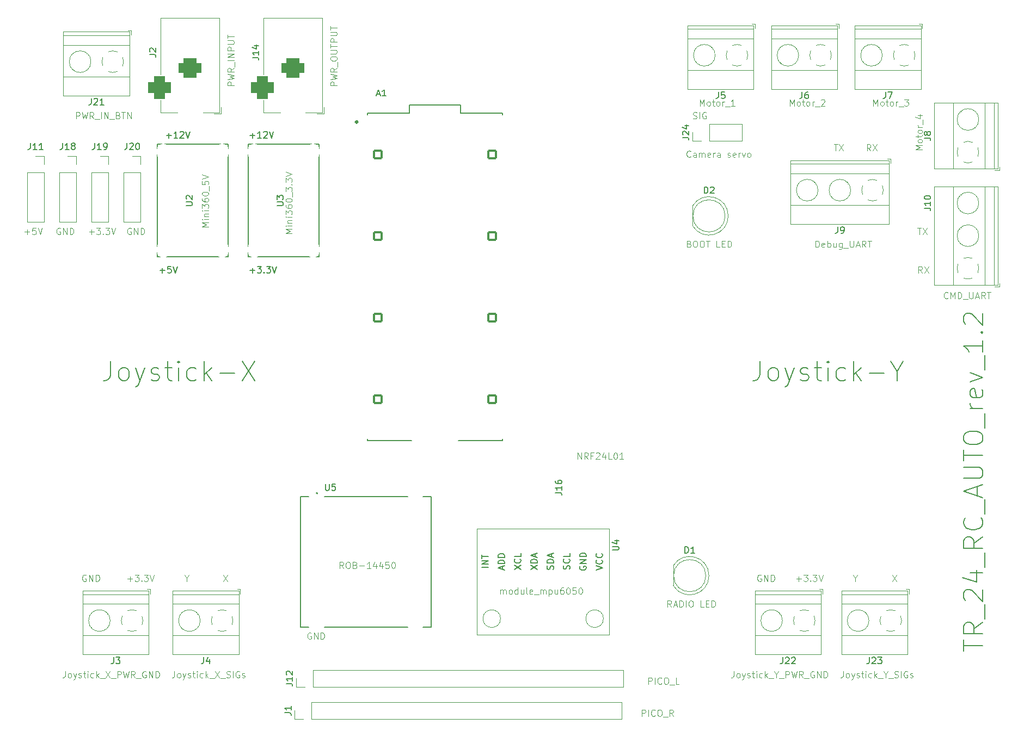
<source format=gto>
G04 #@! TF.GenerationSoftware,KiCad,Pcbnew,8.0.2-8.0.2-0~ubuntu22.04.1*
G04 #@! TF.CreationDate,2024-06-09T12:29:31+02:00*
G04 #@! TF.ProjectId,car_pcb,6361725f-7063-4622-9e6b-696361645f70,rev?*
G04 #@! TF.SameCoordinates,Original*
G04 #@! TF.FileFunction,Legend,Top*
G04 #@! TF.FilePolarity,Positive*
%FSLAX46Y46*%
G04 Gerber Fmt 4.6, Leading zero omitted, Abs format (unit mm)*
G04 Created by KiCad (PCBNEW 8.0.2-8.0.2-0~ubuntu22.04.1) date 2024-06-09 12:29:31*
%MOMM*%
%LPD*%
G01*
G04 APERTURE LIST*
G04 Aperture macros list*
%AMRoundRect*
0 Rectangle with rounded corners*
0 $1 Rounding radius*
0 $2 $3 $4 $5 $6 $7 $8 $9 X,Y pos of 4 corners*
0 Add a 4 corners polygon primitive as box body*
4,1,4,$2,$3,$4,$5,$6,$7,$8,$9,$2,$3,0*
0 Add four circle primitives for the rounded corners*
1,1,$1+$1,$2,$3*
1,1,$1+$1,$4,$5*
1,1,$1+$1,$6,$7*
1,1,$1+$1,$8,$9*
0 Add four rect primitives between the rounded corners*
20,1,$1+$1,$2,$3,$4,$5,0*
20,1,$1+$1,$4,$5,$6,$7,0*
20,1,$1+$1,$6,$7,$8,$9,0*
20,1,$1+$1,$8,$9,$2,$3,0*%
G04 Aperture macros list end*
%ADD10C,0.100000*%
%ADD11C,0.150000*%
%ADD12C,0.120000*%
%ADD13C,0.127000*%
%ADD14C,0.200000*%
%ADD15C,0.300000*%
%ADD16R,1.700000X1.700000*%
%ADD17O,1.700000X1.700000*%
%ADD18C,2.184000*%
%ADD19O,2.000000X2.500000*%
%ADD20R,2.600000X2.600000*%
%ADD21C,2.600000*%
%ADD22C,1.600000*%
%ADD23RoundRect,0.200000X-0.600000X-0.600000X0.600000X-0.600000X0.600000X0.600000X-0.600000X0.600000X0*%
%ADD24C,1.524000*%
%ADD25R,1.800000X1.800000*%
%ADD26C,1.800000*%
%ADD27R,3.500000X3.500000*%
%ADD28RoundRect,0.750000X-1.000000X0.750000X-1.000000X-0.750000X1.000000X-0.750000X1.000000X0.750000X0*%
%ADD29RoundRect,0.875000X-0.875000X0.875000X-0.875000X-0.875000X0.875000X-0.875000X0.875000X0.875000X0*%
G04 APERTURE END LIST*
D10*
X110303884Y-85872419D02*
X110303884Y-84872419D01*
X110303884Y-84872419D02*
X110875312Y-85872419D01*
X110875312Y-85872419D02*
X110875312Y-84872419D01*
X111922931Y-85872419D02*
X111589598Y-85396228D01*
X111351503Y-85872419D02*
X111351503Y-84872419D01*
X111351503Y-84872419D02*
X111732455Y-84872419D01*
X111732455Y-84872419D02*
X111827693Y-84920038D01*
X111827693Y-84920038D02*
X111875312Y-84967657D01*
X111875312Y-84967657D02*
X111922931Y-85062895D01*
X111922931Y-85062895D02*
X111922931Y-85205752D01*
X111922931Y-85205752D02*
X111875312Y-85300990D01*
X111875312Y-85300990D02*
X111827693Y-85348609D01*
X111827693Y-85348609D02*
X111732455Y-85396228D01*
X111732455Y-85396228D02*
X111351503Y-85396228D01*
X112684836Y-85348609D02*
X112351503Y-85348609D01*
X112351503Y-85872419D02*
X112351503Y-84872419D01*
X112351503Y-84872419D02*
X112827693Y-84872419D01*
X113161027Y-84967657D02*
X113208646Y-84920038D01*
X113208646Y-84920038D02*
X113303884Y-84872419D01*
X113303884Y-84872419D02*
X113541979Y-84872419D01*
X113541979Y-84872419D02*
X113637217Y-84920038D01*
X113637217Y-84920038D02*
X113684836Y-84967657D01*
X113684836Y-84967657D02*
X113732455Y-85062895D01*
X113732455Y-85062895D02*
X113732455Y-85158133D01*
X113732455Y-85158133D02*
X113684836Y-85300990D01*
X113684836Y-85300990D02*
X113113408Y-85872419D01*
X113113408Y-85872419D02*
X113732455Y-85872419D01*
X114589598Y-85205752D02*
X114589598Y-85872419D01*
X114351503Y-84824800D02*
X114113408Y-85539085D01*
X114113408Y-85539085D02*
X114732455Y-85539085D01*
X115589598Y-85872419D02*
X115113408Y-85872419D01*
X115113408Y-85872419D02*
X115113408Y-84872419D01*
X116113408Y-84872419D02*
X116208646Y-84872419D01*
X116208646Y-84872419D02*
X116303884Y-84920038D01*
X116303884Y-84920038D02*
X116351503Y-84967657D01*
X116351503Y-84967657D02*
X116399122Y-85062895D01*
X116399122Y-85062895D02*
X116446741Y-85253371D01*
X116446741Y-85253371D02*
X116446741Y-85491466D01*
X116446741Y-85491466D02*
X116399122Y-85681942D01*
X116399122Y-85681942D02*
X116351503Y-85777180D01*
X116351503Y-85777180D02*
X116303884Y-85824800D01*
X116303884Y-85824800D02*
X116208646Y-85872419D01*
X116208646Y-85872419D02*
X116113408Y-85872419D01*
X116113408Y-85872419D02*
X116018170Y-85824800D01*
X116018170Y-85824800D02*
X115970551Y-85777180D01*
X115970551Y-85777180D02*
X115922932Y-85681942D01*
X115922932Y-85681942D02*
X115875313Y-85491466D01*
X115875313Y-85491466D02*
X115875313Y-85253371D01*
X115875313Y-85253371D02*
X115922932Y-85062895D01*
X115922932Y-85062895D02*
X115970551Y-84967657D01*
X115970551Y-84967657D02*
X116018170Y-84920038D01*
X116018170Y-84920038D02*
X116113408Y-84872419D01*
X117399122Y-85872419D02*
X116827694Y-85872419D01*
X117113408Y-85872419D02*
X117113408Y-84872419D01*
X117113408Y-84872419D02*
X117018170Y-85015276D01*
X117018170Y-85015276D02*
X116922932Y-85110514D01*
X116922932Y-85110514D02*
X116827694Y-85158133D01*
X32303884Y-32872419D02*
X32303884Y-31872419D01*
X32303884Y-31872419D02*
X32684836Y-31872419D01*
X32684836Y-31872419D02*
X32780074Y-31920038D01*
X32780074Y-31920038D02*
X32827693Y-31967657D01*
X32827693Y-31967657D02*
X32875312Y-32062895D01*
X32875312Y-32062895D02*
X32875312Y-32205752D01*
X32875312Y-32205752D02*
X32827693Y-32300990D01*
X32827693Y-32300990D02*
X32780074Y-32348609D01*
X32780074Y-32348609D02*
X32684836Y-32396228D01*
X32684836Y-32396228D02*
X32303884Y-32396228D01*
X33208646Y-31872419D02*
X33446741Y-32872419D01*
X33446741Y-32872419D02*
X33637217Y-32158133D01*
X33637217Y-32158133D02*
X33827693Y-32872419D01*
X33827693Y-32872419D02*
X34065789Y-31872419D01*
X35018169Y-32872419D02*
X34684836Y-32396228D01*
X34446741Y-32872419D02*
X34446741Y-31872419D01*
X34446741Y-31872419D02*
X34827693Y-31872419D01*
X34827693Y-31872419D02*
X34922931Y-31920038D01*
X34922931Y-31920038D02*
X34970550Y-31967657D01*
X34970550Y-31967657D02*
X35018169Y-32062895D01*
X35018169Y-32062895D02*
X35018169Y-32205752D01*
X35018169Y-32205752D02*
X34970550Y-32300990D01*
X34970550Y-32300990D02*
X34922931Y-32348609D01*
X34922931Y-32348609D02*
X34827693Y-32396228D01*
X34827693Y-32396228D02*
X34446741Y-32396228D01*
X35208646Y-32967657D02*
X35970550Y-32967657D01*
X36208646Y-32872419D02*
X36208646Y-31872419D01*
X36684836Y-32872419D02*
X36684836Y-31872419D01*
X36684836Y-31872419D02*
X37256264Y-32872419D01*
X37256264Y-32872419D02*
X37256264Y-31872419D01*
X37494360Y-32967657D02*
X38256264Y-32967657D01*
X38827693Y-32348609D02*
X38970550Y-32396228D01*
X38970550Y-32396228D02*
X39018169Y-32443847D01*
X39018169Y-32443847D02*
X39065788Y-32539085D01*
X39065788Y-32539085D02*
X39065788Y-32681942D01*
X39065788Y-32681942D02*
X39018169Y-32777180D01*
X39018169Y-32777180D02*
X38970550Y-32824800D01*
X38970550Y-32824800D02*
X38875312Y-32872419D01*
X38875312Y-32872419D02*
X38494360Y-32872419D01*
X38494360Y-32872419D02*
X38494360Y-31872419D01*
X38494360Y-31872419D02*
X38827693Y-31872419D01*
X38827693Y-31872419D02*
X38922931Y-31920038D01*
X38922931Y-31920038D02*
X38970550Y-31967657D01*
X38970550Y-31967657D02*
X39018169Y-32062895D01*
X39018169Y-32062895D02*
X39018169Y-32158133D01*
X39018169Y-32158133D02*
X38970550Y-32253371D01*
X38970550Y-32253371D02*
X38922931Y-32300990D01*
X38922931Y-32300990D02*
X38827693Y-32348609D01*
X38827693Y-32348609D02*
X38494360Y-32348609D01*
X39351503Y-31872419D02*
X39922931Y-31872419D01*
X39637217Y-32872419D02*
X39637217Y-31872419D01*
X40256265Y-32872419D02*
X40256265Y-31872419D01*
X40256265Y-31872419D02*
X40827693Y-32872419D01*
X40827693Y-32872419D02*
X40827693Y-31872419D01*
X40827693Y-49920038D02*
X40732455Y-49872419D01*
X40732455Y-49872419D02*
X40589598Y-49872419D01*
X40589598Y-49872419D02*
X40446741Y-49920038D01*
X40446741Y-49920038D02*
X40351503Y-50015276D01*
X40351503Y-50015276D02*
X40303884Y-50110514D01*
X40303884Y-50110514D02*
X40256265Y-50300990D01*
X40256265Y-50300990D02*
X40256265Y-50443847D01*
X40256265Y-50443847D02*
X40303884Y-50634323D01*
X40303884Y-50634323D02*
X40351503Y-50729561D01*
X40351503Y-50729561D02*
X40446741Y-50824800D01*
X40446741Y-50824800D02*
X40589598Y-50872419D01*
X40589598Y-50872419D02*
X40684836Y-50872419D01*
X40684836Y-50872419D02*
X40827693Y-50824800D01*
X40827693Y-50824800D02*
X40875312Y-50777180D01*
X40875312Y-50777180D02*
X40875312Y-50443847D01*
X40875312Y-50443847D02*
X40684836Y-50443847D01*
X41303884Y-50872419D02*
X41303884Y-49872419D01*
X41303884Y-49872419D02*
X41875312Y-50872419D01*
X41875312Y-50872419D02*
X41875312Y-49872419D01*
X42351503Y-50872419D02*
X42351503Y-49872419D01*
X42351503Y-49872419D02*
X42589598Y-49872419D01*
X42589598Y-49872419D02*
X42732455Y-49920038D01*
X42732455Y-49920038D02*
X42827693Y-50015276D01*
X42827693Y-50015276D02*
X42875312Y-50110514D01*
X42875312Y-50110514D02*
X42922931Y-50300990D01*
X42922931Y-50300990D02*
X42922931Y-50443847D01*
X42922931Y-50443847D02*
X42875312Y-50634323D01*
X42875312Y-50634323D02*
X42827693Y-50729561D01*
X42827693Y-50729561D02*
X42732455Y-50824800D01*
X42732455Y-50824800D02*
X42589598Y-50872419D01*
X42589598Y-50872419D02*
X42351503Y-50872419D01*
X34303884Y-50491466D02*
X35065789Y-50491466D01*
X34684836Y-50872419D02*
X34684836Y-50110514D01*
X35446741Y-49872419D02*
X36065788Y-49872419D01*
X36065788Y-49872419D02*
X35732455Y-50253371D01*
X35732455Y-50253371D02*
X35875312Y-50253371D01*
X35875312Y-50253371D02*
X35970550Y-50300990D01*
X35970550Y-50300990D02*
X36018169Y-50348609D01*
X36018169Y-50348609D02*
X36065788Y-50443847D01*
X36065788Y-50443847D02*
X36065788Y-50681942D01*
X36065788Y-50681942D02*
X36018169Y-50777180D01*
X36018169Y-50777180D02*
X35970550Y-50824800D01*
X35970550Y-50824800D02*
X35875312Y-50872419D01*
X35875312Y-50872419D02*
X35589598Y-50872419D01*
X35589598Y-50872419D02*
X35494360Y-50824800D01*
X35494360Y-50824800D02*
X35446741Y-50777180D01*
X36494360Y-50777180D02*
X36541979Y-50824800D01*
X36541979Y-50824800D02*
X36494360Y-50872419D01*
X36494360Y-50872419D02*
X36446741Y-50824800D01*
X36446741Y-50824800D02*
X36494360Y-50777180D01*
X36494360Y-50777180D02*
X36494360Y-50872419D01*
X36875312Y-49872419D02*
X37494359Y-49872419D01*
X37494359Y-49872419D02*
X37161026Y-50253371D01*
X37161026Y-50253371D02*
X37303883Y-50253371D01*
X37303883Y-50253371D02*
X37399121Y-50300990D01*
X37399121Y-50300990D02*
X37446740Y-50348609D01*
X37446740Y-50348609D02*
X37494359Y-50443847D01*
X37494359Y-50443847D02*
X37494359Y-50681942D01*
X37494359Y-50681942D02*
X37446740Y-50777180D01*
X37446740Y-50777180D02*
X37399121Y-50824800D01*
X37399121Y-50824800D02*
X37303883Y-50872419D01*
X37303883Y-50872419D02*
X37018169Y-50872419D01*
X37018169Y-50872419D02*
X36922931Y-50824800D01*
X36922931Y-50824800D02*
X36875312Y-50777180D01*
X37780074Y-49872419D02*
X38113407Y-50872419D01*
X38113407Y-50872419D02*
X38446740Y-49872419D01*
X29827693Y-49920038D02*
X29732455Y-49872419D01*
X29732455Y-49872419D02*
X29589598Y-49872419D01*
X29589598Y-49872419D02*
X29446741Y-49920038D01*
X29446741Y-49920038D02*
X29351503Y-50015276D01*
X29351503Y-50015276D02*
X29303884Y-50110514D01*
X29303884Y-50110514D02*
X29256265Y-50300990D01*
X29256265Y-50300990D02*
X29256265Y-50443847D01*
X29256265Y-50443847D02*
X29303884Y-50634323D01*
X29303884Y-50634323D02*
X29351503Y-50729561D01*
X29351503Y-50729561D02*
X29446741Y-50824800D01*
X29446741Y-50824800D02*
X29589598Y-50872419D01*
X29589598Y-50872419D02*
X29684836Y-50872419D01*
X29684836Y-50872419D02*
X29827693Y-50824800D01*
X29827693Y-50824800D02*
X29875312Y-50777180D01*
X29875312Y-50777180D02*
X29875312Y-50443847D01*
X29875312Y-50443847D02*
X29684836Y-50443847D01*
X30303884Y-50872419D02*
X30303884Y-49872419D01*
X30303884Y-49872419D02*
X30875312Y-50872419D01*
X30875312Y-50872419D02*
X30875312Y-49872419D01*
X31351503Y-50872419D02*
X31351503Y-49872419D01*
X31351503Y-49872419D02*
X31589598Y-49872419D01*
X31589598Y-49872419D02*
X31732455Y-49920038D01*
X31732455Y-49920038D02*
X31827693Y-50015276D01*
X31827693Y-50015276D02*
X31875312Y-50110514D01*
X31875312Y-50110514D02*
X31922931Y-50300990D01*
X31922931Y-50300990D02*
X31922931Y-50443847D01*
X31922931Y-50443847D02*
X31875312Y-50634323D01*
X31875312Y-50634323D02*
X31827693Y-50729561D01*
X31827693Y-50729561D02*
X31732455Y-50824800D01*
X31732455Y-50824800D02*
X31589598Y-50872419D01*
X31589598Y-50872419D02*
X31351503Y-50872419D01*
X24303884Y-50491466D02*
X25065789Y-50491466D01*
X24684836Y-50872419D02*
X24684836Y-50110514D01*
X26018169Y-49872419D02*
X25541979Y-49872419D01*
X25541979Y-49872419D02*
X25494360Y-50348609D01*
X25494360Y-50348609D02*
X25541979Y-50300990D01*
X25541979Y-50300990D02*
X25637217Y-50253371D01*
X25637217Y-50253371D02*
X25875312Y-50253371D01*
X25875312Y-50253371D02*
X25970550Y-50300990D01*
X25970550Y-50300990D02*
X26018169Y-50348609D01*
X26018169Y-50348609D02*
X26065788Y-50443847D01*
X26065788Y-50443847D02*
X26065788Y-50681942D01*
X26065788Y-50681942D02*
X26018169Y-50777180D01*
X26018169Y-50777180D02*
X25970550Y-50824800D01*
X25970550Y-50824800D02*
X25875312Y-50872419D01*
X25875312Y-50872419D02*
X25637217Y-50872419D01*
X25637217Y-50872419D02*
X25541979Y-50824800D01*
X25541979Y-50824800D02*
X25494360Y-50777180D01*
X26351503Y-49872419D02*
X26684836Y-50872419D01*
X26684836Y-50872419D02*
X27018169Y-49872419D01*
X121303884Y-120872419D02*
X121303884Y-119872419D01*
X121303884Y-119872419D02*
X121684836Y-119872419D01*
X121684836Y-119872419D02*
X121780074Y-119920038D01*
X121780074Y-119920038D02*
X121827693Y-119967657D01*
X121827693Y-119967657D02*
X121875312Y-120062895D01*
X121875312Y-120062895D02*
X121875312Y-120205752D01*
X121875312Y-120205752D02*
X121827693Y-120300990D01*
X121827693Y-120300990D02*
X121780074Y-120348609D01*
X121780074Y-120348609D02*
X121684836Y-120396228D01*
X121684836Y-120396228D02*
X121303884Y-120396228D01*
X122303884Y-120872419D02*
X122303884Y-119872419D01*
X123351502Y-120777180D02*
X123303883Y-120824800D01*
X123303883Y-120824800D02*
X123161026Y-120872419D01*
X123161026Y-120872419D02*
X123065788Y-120872419D01*
X123065788Y-120872419D02*
X122922931Y-120824800D01*
X122922931Y-120824800D02*
X122827693Y-120729561D01*
X122827693Y-120729561D02*
X122780074Y-120634323D01*
X122780074Y-120634323D02*
X122732455Y-120443847D01*
X122732455Y-120443847D02*
X122732455Y-120300990D01*
X122732455Y-120300990D02*
X122780074Y-120110514D01*
X122780074Y-120110514D02*
X122827693Y-120015276D01*
X122827693Y-120015276D02*
X122922931Y-119920038D01*
X122922931Y-119920038D02*
X123065788Y-119872419D01*
X123065788Y-119872419D02*
X123161026Y-119872419D01*
X123161026Y-119872419D02*
X123303883Y-119920038D01*
X123303883Y-119920038D02*
X123351502Y-119967657D01*
X123970550Y-119872419D02*
X124161026Y-119872419D01*
X124161026Y-119872419D02*
X124256264Y-119920038D01*
X124256264Y-119920038D02*
X124351502Y-120015276D01*
X124351502Y-120015276D02*
X124399121Y-120205752D01*
X124399121Y-120205752D02*
X124399121Y-120539085D01*
X124399121Y-120539085D02*
X124351502Y-120729561D01*
X124351502Y-120729561D02*
X124256264Y-120824800D01*
X124256264Y-120824800D02*
X124161026Y-120872419D01*
X124161026Y-120872419D02*
X123970550Y-120872419D01*
X123970550Y-120872419D02*
X123875312Y-120824800D01*
X123875312Y-120824800D02*
X123780074Y-120729561D01*
X123780074Y-120729561D02*
X123732455Y-120539085D01*
X123732455Y-120539085D02*
X123732455Y-120205752D01*
X123732455Y-120205752D02*
X123780074Y-120015276D01*
X123780074Y-120015276D02*
X123875312Y-119920038D01*
X123875312Y-119920038D02*
X123970550Y-119872419D01*
X124589598Y-120967657D02*
X125351502Y-120967657D01*
X126065788Y-120872419D02*
X125589598Y-120872419D01*
X125589598Y-120872419D02*
X125589598Y-119872419D01*
X120303884Y-125872419D02*
X120303884Y-124872419D01*
X120303884Y-124872419D02*
X120684836Y-124872419D01*
X120684836Y-124872419D02*
X120780074Y-124920038D01*
X120780074Y-124920038D02*
X120827693Y-124967657D01*
X120827693Y-124967657D02*
X120875312Y-125062895D01*
X120875312Y-125062895D02*
X120875312Y-125205752D01*
X120875312Y-125205752D02*
X120827693Y-125300990D01*
X120827693Y-125300990D02*
X120780074Y-125348609D01*
X120780074Y-125348609D02*
X120684836Y-125396228D01*
X120684836Y-125396228D02*
X120303884Y-125396228D01*
X121303884Y-125872419D02*
X121303884Y-124872419D01*
X122351502Y-125777180D02*
X122303883Y-125824800D01*
X122303883Y-125824800D02*
X122161026Y-125872419D01*
X122161026Y-125872419D02*
X122065788Y-125872419D01*
X122065788Y-125872419D02*
X121922931Y-125824800D01*
X121922931Y-125824800D02*
X121827693Y-125729561D01*
X121827693Y-125729561D02*
X121780074Y-125634323D01*
X121780074Y-125634323D02*
X121732455Y-125443847D01*
X121732455Y-125443847D02*
X121732455Y-125300990D01*
X121732455Y-125300990D02*
X121780074Y-125110514D01*
X121780074Y-125110514D02*
X121827693Y-125015276D01*
X121827693Y-125015276D02*
X121922931Y-124920038D01*
X121922931Y-124920038D02*
X122065788Y-124872419D01*
X122065788Y-124872419D02*
X122161026Y-124872419D01*
X122161026Y-124872419D02*
X122303883Y-124920038D01*
X122303883Y-124920038D02*
X122351502Y-124967657D01*
X122970550Y-124872419D02*
X123161026Y-124872419D01*
X123161026Y-124872419D02*
X123256264Y-124920038D01*
X123256264Y-124920038D02*
X123351502Y-125015276D01*
X123351502Y-125015276D02*
X123399121Y-125205752D01*
X123399121Y-125205752D02*
X123399121Y-125539085D01*
X123399121Y-125539085D02*
X123351502Y-125729561D01*
X123351502Y-125729561D02*
X123256264Y-125824800D01*
X123256264Y-125824800D02*
X123161026Y-125872419D01*
X123161026Y-125872419D02*
X122970550Y-125872419D01*
X122970550Y-125872419D02*
X122875312Y-125824800D01*
X122875312Y-125824800D02*
X122780074Y-125729561D01*
X122780074Y-125729561D02*
X122732455Y-125539085D01*
X122732455Y-125539085D02*
X122732455Y-125205752D01*
X122732455Y-125205752D02*
X122780074Y-125015276D01*
X122780074Y-125015276D02*
X122875312Y-124920038D01*
X122875312Y-124920038D02*
X122970550Y-124872419D01*
X123589598Y-125967657D02*
X124351502Y-125967657D01*
X125161026Y-125872419D02*
X124827693Y-125396228D01*
X124589598Y-125872419D02*
X124589598Y-124872419D01*
X124589598Y-124872419D02*
X124970550Y-124872419D01*
X124970550Y-124872419D02*
X125065788Y-124920038D01*
X125065788Y-124920038D02*
X125113407Y-124967657D01*
X125113407Y-124967657D02*
X125161026Y-125062895D01*
X125161026Y-125062895D02*
X125161026Y-125205752D01*
X125161026Y-125205752D02*
X125113407Y-125300990D01*
X125113407Y-125300990D02*
X125065788Y-125348609D01*
X125065788Y-125348609D02*
X124970550Y-125396228D01*
X124970550Y-125396228D02*
X124589598Y-125396228D01*
X151589598Y-118872419D02*
X151589598Y-119586704D01*
X151589598Y-119586704D02*
X151541979Y-119729561D01*
X151541979Y-119729561D02*
X151446741Y-119824800D01*
X151446741Y-119824800D02*
X151303884Y-119872419D01*
X151303884Y-119872419D02*
X151208646Y-119872419D01*
X152208646Y-119872419D02*
X152113408Y-119824800D01*
X152113408Y-119824800D02*
X152065789Y-119777180D01*
X152065789Y-119777180D02*
X152018170Y-119681942D01*
X152018170Y-119681942D02*
X152018170Y-119396228D01*
X152018170Y-119396228D02*
X152065789Y-119300990D01*
X152065789Y-119300990D02*
X152113408Y-119253371D01*
X152113408Y-119253371D02*
X152208646Y-119205752D01*
X152208646Y-119205752D02*
X152351503Y-119205752D01*
X152351503Y-119205752D02*
X152446741Y-119253371D01*
X152446741Y-119253371D02*
X152494360Y-119300990D01*
X152494360Y-119300990D02*
X152541979Y-119396228D01*
X152541979Y-119396228D02*
X152541979Y-119681942D01*
X152541979Y-119681942D02*
X152494360Y-119777180D01*
X152494360Y-119777180D02*
X152446741Y-119824800D01*
X152446741Y-119824800D02*
X152351503Y-119872419D01*
X152351503Y-119872419D02*
X152208646Y-119872419D01*
X152875313Y-119205752D02*
X153113408Y-119872419D01*
X153351503Y-119205752D02*
X153113408Y-119872419D01*
X153113408Y-119872419D02*
X153018170Y-120110514D01*
X153018170Y-120110514D02*
X152970551Y-120158133D01*
X152970551Y-120158133D02*
X152875313Y-120205752D01*
X153684837Y-119824800D02*
X153780075Y-119872419D01*
X153780075Y-119872419D02*
X153970551Y-119872419D01*
X153970551Y-119872419D02*
X154065789Y-119824800D01*
X154065789Y-119824800D02*
X154113408Y-119729561D01*
X154113408Y-119729561D02*
X154113408Y-119681942D01*
X154113408Y-119681942D02*
X154065789Y-119586704D01*
X154065789Y-119586704D02*
X153970551Y-119539085D01*
X153970551Y-119539085D02*
X153827694Y-119539085D01*
X153827694Y-119539085D02*
X153732456Y-119491466D01*
X153732456Y-119491466D02*
X153684837Y-119396228D01*
X153684837Y-119396228D02*
X153684837Y-119348609D01*
X153684837Y-119348609D02*
X153732456Y-119253371D01*
X153732456Y-119253371D02*
X153827694Y-119205752D01*
X153827694Y-119205752D02*
X153970551Y-119205752D01*
X153970551Y-119205752D02*
X154065789Y-119253371D01*
X154399123Y-119205752D02*
X154780075Y-119205752D01*
X154541980Y-118872419D02*
X154541980Y-119729561D01*
X154541980Y-119729561D02*
X154589599Y-119824800D01*
X154589599Y-119824800D02*
X154684837Y-119872419D01*
X154684837Y-119872419D02*
X154780075Y-119872419D01*
X155113409Y-119872419D02*
X155113409Y-119205752D01*
X155113409Y-118872419D02*
X155065790Y-118920038D01*
X155065790Y-118920038D02*
X155113409Y-118967657D01*
X155113409Y-118967657D02*
X155161028Y-118920038D01*
X155161028Y-118920038D02*
X155113409Y-118872419D01*
X155113409Y-118872419D02*
X155113409Y-118967657D01*
X156018170Y-119824800D02*
X155922932Y-119872419D01*
X155922932Y-119872419D02*
X155732456Y-119872419D01*
X155732456Y-119872419D02*
X155637218Y-119824800D01*
X155637218Y-119824800D02*
X155589599Y-119777180D01*
X155589599Y-119777180D02*
X155541980Y-119681942D01*
X155541980Y-119681942D02*
X155541980Y-119396228D01*
X155541980Y-119396228D02*
X155589599Y-119300990D01*
X155589599Y-119300990D02*
X155637218Y-119253371D01*
X155637218Y-119253371D02*
X155732456Y-119205752D01*
X155732456Y-119205752D02*
X155922932Y-119205752D01*
X155922932Y-119205752D02*
X156018170Y-119253371D01*
X156446742Y-119872419D02*
X156446742Y-118872419D01*
X156541980Y-119491466D02*
X156827694Y-119872419D01*
X156827694Y-119205752D02*
X156446742Y-119586704D01*
X157018171Y-119967657D02*
X157780075Y-119967657D01*
X158208647Y-119396228D02*
X158208647Y-119872419D01*
X157875314Y-118872419D02*
X158208647Y-119396228D01*
X158208647Y-119396228D02*
X158541980Y-118872419D01*
X158637219Y-119967657D02*
X159399123Y-119967657D01*
X159589600Y-119824800D02*
X159732457Y-119872419D01*
X159732457Y-119872419D02*
X159970552Y-119872419D01*
X159970552Y-119872419D02*
X160065790Y-119824800D01*
X160065790Y-119824800D02*
X160113409Y-119777180D01*
X160113409Y-119777180D02*
X160161028Y-119681942D01*
X160161028Y-119681942D02*
X160161028Y-119586704D01*
X160161028Y-119586704D02*
X160113409Y-119491466D01*
X160113409Y-119491466D02*
X160065790Y-119443847D01*
X160065790Y-119443847D02*
X159970552Y-119396228D01*
X159970552Y-119396228D02*
X159780076Y-119348609D01*
X159780076Y-119348609D02*
X159684838Y-119300990D01*
X159684838Y-119300990D02*
X159637219Y-119253371D01*
X159637219Y-119253371D02*
X159589600Y-119158133D01*
X159589600Y-119158133D02*
X159589600Y-119062895D01*
X159589600Y-119062895D02*
X159637219Y-118967657D01*
X159637219Y-118967657D02*
X159684838Y-118920038D01*
X159684838Y-118920038D02*
X159780076Y-118872419D01*
X159780076Y-118872419D02*
X160018171Y-118872419D01*
X160018171Y-118872419D02*
X160161028Y-118920038D01*
X160589600Y-119872419D02*
X160589600Y-118872419D01*
X161589599Y-118920038D02*
X161494361Y-118872419D01*
X161494361Y-118872419D02*
X161351504Y-118872419D01*
X161351504Y-118872419D02*
X161208647Y-118920038D01*
X161208647Y-118920038D02*
X161113409Y-119015276D01*
X161113409Y-119015276D02*
X161065790Y-119110514D01*
X161065790Y-119110514D02*
X161018171Y-119300990D01*
X161018171Y-119300990D02*
X161018171Y-119443847D01*
X161018171Y-119443847D02*
X161065790Y-119634323D01*
X161065790Y-119634323D02*
X161113409Y-119729561D01*
X161113409Y-119729561D02*
X161208647Y-119824800D01*
X161208647Y-119824800D02*
X161351504Y-119872419D01*
X161351504Y-119872419D02*
X161446742Y-119872419D01*
X161446742Y-119872419D02*
X161589599Y-119824800D01*
X161589599Y-119824800D02*
X161637218Y-119777180D01*
X161637218Y-119777180D02*
X161637218Y-119443847D01*
X161637218Y-119443847D02*
X161446742Y-119443847D01*
X162018171Y-119824800D02*
X162113409Y-119872419D01*
X162113409Y-119872419D02*
X162303885Y-119872419D01*
X162303885Y-119872419D02*
X162399123Y-119824800D01*
X162399123Y-119824800D02*
X162446742Y-119729561D01*
X162446742Y-119729561D02*
X162446742Y-119681942D01*
X162446742Y-119681942D02*
X162399123Y-119586704D01*
X162399123Y-119586704D02*
X162303885Y-119539085D01*
X162303885Y-119539085D02*
X162161028Y-119539085D01*
X162161028Y-119539085D02*
X162065790Y-119491466D01*
X162065790Y-119491466D02*
X162018171Y-119396228D01*
X162018171Y-119396228D02*
X162018171Y-119348609D01*
X162018171Y-119348609D02*
X162065790Y-119253371D01*
X162065790Y-119253371D02*
X162161028Y-119205752D01*
X162161028Y-119205752D02*
X162303885Y-119205752D01*
X162303885Y-119205752D02*
X162399123Y-119253371D01*
X134589598Y-118872419D02*
X134589598Y-119586704D01*
X134589598Y-119586704D02*
X134541979Y-119729561D01*
X134541979Y-119729561D02*
X134446741Y-119824800D01*
X134446741Y-119824800D02*
X134303884Y-119872419D01*
X134303884Y-119872419D02*
X134208646Y-119872419D01*
X135208646Y-119872419D02*
X135113408Y-119824800D01*
X135113408Y-119824800D02*
X135065789Y-119777180D01*
X135065789Y-119777180D02*
X135018170Y-119681942D01*
X135018170Y-119681942D02*
X135018170Y-119396228D01*
X135018170Y-119396228D02*
X135065789Y-119300990D01*
X135065789Y-119300990D02*
X135113408Y-119253371D01*
X135113408Y-119253371D02*
X135208646Y-119205752D01*
X135208646Y-119205752D02*
X135351503Y-119205752D01*
X135351503Y-119205752D02*
X135446741Y-119253371D01*
X135446741Y-119253371D02*
X135494360Y-119300990D01*
X135494360Y-119300990D02*
X135541979Y-119396228D01*
X135541979Y-119396228D02*
X135541979Y-119681942D01*
X135541979Y-119681942D02*
X135494360Y-119777180D01*
X135494360Y-119777180D02*
X135446741Y-119824800D01*
X135446741Y-119824800D02*
X135351503Y-119872419D01*
X135351503Y-119872419D02*
X135208646Y-119872419D01*
X135875313Y-119205752D02*
X136113408Y-119872419D01*
X136351503Y-119205752D02*
X136113408Y-119872419D01*
X136113408Y-119872419D02*
X136018170Y-120110514D01*
X136018170Y-120110514D02*
X135970551Y-120158133D01*
X135970551Y-120158133D02*
X135875313Y-120205752D01*
X136684837Y-119824800D02*
X136780075Y-119872419D01*
X136780075Y-119872419D02*
X136970551Y-119872419D01*
X136970551Y-119872419D02*
X137065789Y-119824800D01*
X137065789Y-119824800D02*
X137113408Y-119729561D01*
X137113408Y-119729561D02*
X137113408Y-119681942D01*
X137113408Y-119681942D02*
X137065789Y-119586704D01*
X137065789Y-119586704D02*
X136970551Y-119539085D01*
X136970551Y-119539085D02*
X136827694Y-119539085D01*
X136827694Y-119539085D02*
X136732456Y-119491466D01*
X136732456Y-119491466D02*
X136684837Y-119396228D01*
X136684837Y-119396228D02*
X136684837Y-119348609D01*
X136684837Y-119348609D02*
X136732456Y-119253371D01*
X136732456Y-119253371D02*
X136827694Y-119205752D01*
X136827694Y-119205752D02*
X136970551Y-119205752D01*
X136970551Y-119205752D02*
X137065789Y-119253371D01*
X137399123Y-119205752D02*
X137780075Y-119205752D01*
X137541980Y-118872419D02*
X137541980Y-119729561D01*
X137541980Y-119729561D02*
X137589599Y-119824800D01*
X137589599Y-119824800D02*
X137684837Y-119872419D01*
X137684837Y-119872419D02*
X137780075Y-119872419D01*
X138113409Y-119872419D02*
X138113409Y-119205752D01*
X138113409Y-118872419D02*
X138065790Y-118920038D01*
X138065790Y-118920038D02*
X138113409Y-118967657D01*
X138113409Y-118967657D02*
X138161028Y-118920038D01*
X138161028Y-118920038D02*
X138113409Y-118872419D01*
X138113409Y-118872419D02*
X138113409Y-118967657D01*
X139018170Y-119824800D02*
X138922932Y-119872419D01*
X138922932Y-119872419D02*
X138732456Y-119872419D01*
X138732456Y-119872419D02*
X138637218Y-119824800D01*
X138637218Y-119824800D02*
X138589599Y-119777180D01*
X138589599Y-119777180D02*
X138541980Y-119681942D01*
X138541980Y-119681942D02*
X138541980Y-119396228D01*
X138541980Y-119396228D02*
X138589599Y-119300990D01*
X138589599Y-119300990D02*
X138637218Y-119253371D01*
X138637218Y-119253371D02*
X138732456Y-119205752D01*
X138732456Y-119205752D02*
X138922932Y-119205752D01*
X138922932Y-119205752D02*
X139018170Y-119253371D01*
X139446742Y-119872419D02*
X139446742Y-118872419D01*
X139541980Y-119491466D02*
X139827694Y-119872419D01*
X139827694Y-119205752D02*
X139446742Y-119586704D01*
X140018171Y-119967657D02*
X140780075Y-119967657D01*
X141208647Y-119396228D02*
X141208647Y-119872419D01*
X140875314Y-118872419D02*
X141208647Y-119396228D01*
X141208647Y-119396228D02*
X141541980Y-118872419D01*
X141637219Y-119967657D02*
X142399123Y-119967657D01*
X142637219Y-119872419D02*
X142637219Y-118872419D01*
X142637219Y-118872419D02*
X143018171Y-118872419D01*
X143018171Y-118872419D02*
X143113409Y-118920038D01*
X143113409Y-118920038D02*
X143161028Y-118967657D01*
X143161028Y-118967657D02*
X143208647Y-119062895D01*
X143208647Y-119062895D02*
X143208647Y-119205752D01*
X143208647Y-119205752D02*
X143161028Y-119300990D01*
X143161028Y-119300990D02*
X143113409Y-119348609D01*
X143113409Y-119348609D02*
X143018171Y-119396228D01*
X143018171Y-119396228D02*
X142637219Y-119396228D01*
X143541981Y-118872419D02*
X143780076Y-119872419D01*
X143780076Y-119872419D02*
X143970552Y-119158133D01*
X143970552Y-119158133D02*
X144161028Y-119872419D01*
X144161028Y-119872419D02*
X144399124Y-118872419D01*
X145351504Y-119872419D02*
X145018171Y-119396228D01*
X144780076Y-119872419D02*
X144780076Y-118872419D01*
X144780076Y-118872419D02*
X145161028Y-118872419D01*
X145161028Y-118872419D02*
X145256266Y-118920038D01*
X145256266Y-118920038D02*
X145303885Y-118967657D01*
X145303885Y-118967657D02*
X145351504Y-119062895D01*
X145351504Y-119062895D02*
X145351504Y-119205752D01*
X145351504Y-119205752D02*
X145303885Y-119300990D01*
X145303885Y-119300990D02*
X145256266Y-119348609D01*
X145256266Y-119348609D02*
X145161028Y-119396228D01*
X145161028Y-119396228D02*
X144780076Y-119396228D01*
X145541981Y-119967657D02*
X146303885Y-119967657D01*
X147065790Y-118920038D02*
X146970552Y-118872419D01*
X146970552Y-118872419D02*
X146827695Y-118872419D01*
X146827695Y-118872419D02*
X146684838Y-118920038D01*
X146684838Y-118920038D02*
X146589600Y-119015276D01*
X146589600Y-119015276D02*
X146541981Y-119110514D01*
X146541981Y-119110514D02*
X146494362Y-119300990D01*
X146494362Y-119300990D02*
X146494362Y-119443847D01*
X146494362Y-119443847D02*
X146541981Y-119634323D01*
X146541981Y-119634323D02*
X146589600Y-119729561D01*
X146589600Y-119729561D02*
X146684838Y-119824800D01*
X146684838Y-119824800D02*
X146827695Y-119872419D01*
X146827695Y-119872419D02*
X146922933Y-119872419D01*
X146922933Y-119872419D02*
X147065790Y-119824800D01*
X147065790Y-119824800D02*
X147113409Y-119777180D01*
X147113409Y-119777180D02*
X147113409Y-119443847D01*
X147113409Y-119443847D02*
X146922933Y-119443847D01*
X147541981Y-119872419D02*
X147541981Y-118872419D01*
X147541981Y-118872419D02*
X148113409Y-119872419D01*
X148113409Y-119872419D02*
X148113409Y-118872419D01*
X148589600Y-119872419D02*
X148589600Y-118872419D01*
X148589600Y-118872419D02*
X148827695Y-118872419D01*
X148827695Y-118872419D02*
X148970552Y-118920038D01*
X148970552Y-118920038D02*
X149065790Y-119015276D01*
X149065790Y-119015276D02*
X149113409Y-119110514D01*
X149113409Y-119110514D02*
X149161028Y-119300990D01*
X149161028Y-119300990D02*
X149161028Y-119443847D01*
X149161028Y-119443847D02*
X149113409Y-119634323D01*
X149113409Y-119634323D02*
X149065790Y-119729561D01*
X149065790Y-119729561D02*
X148970552Y-119824800D01*
X148970552Y-119824800D02*
X148827695Y-119872419D01*
X148827695Y-119872419D02*
X148589600Y-119872419D01*
X47589598Y-118872419D02*
X47589598Y-119586704D01*
X47589598Y-119586704D02*
X47541979Y-119729561D01*
X47541979Y-119729561D02*
X47446741Y-119824800D01*
X47446741Y-119824800D02*
X47303884Y-119872419D01*
X47303884Y-119872419D02*
X47208646Y-119872419D01*
X48208646Y-119872419D02*
X48113408Y-119824800D01*
X48113408Y-119824800D02*
X48065789Y-119777180D01*
X48065789Y-119777180D02*
X48018170Y-119681942D01*
X48018170Y-119681942D02*
X48018170Y-119396228D01*
X48018170Y-119396228D02*
X48065789Y-119300990D01*
X48065789Y-119300990D02*
X48113408Y-119253371D01*
X48113408Y-119253371D02*
X48208646Y-119205752D01*
X48208646Y-119205752D02*
X48351503Y-119205752D01*
X48351503Y-119205752D02*
X48446741Y-119253371D01*
X48446741Y-119253371D02*
X48494360Y-119300990D01*
X48494360Y-119300990D02*
X48541979Y-119396228D01*
X48541979Y-119396228D02*
X48541979Y-119681942D01*
X48541979Y-119681942D02*
X48494360Y-119777180D01*
X48494360Y-119777180D02*
X48446741Y-119824800D01*
X48446741Y-119824800D02*
X48351503Y-119872419D01*
X48351503Y-119872419D02*
X48208646Y-119872419D01*
X48875313Y-119205752D02*
X49113408Y-119872419D01*
X49351503Y-119205752D02*
X49113408Y-119872419D01*
X49113408Y-119872419D02*
X49018170Y-120110514D01*
X49018170Y-120110514D02*
X48970551Y-120158133D01*
X48970551Y-120158133D02*
X48875313Y-120205752D01*
X49684837Y-119824800D02*
X49780075Y-119872419D01*
X49780075Y-119872419D02*
X49970551Y-119872419D01*
X49970551Y-119872419D02*
X50065789Y-119824800D01*
X50065789Y-119824800D02*
X50113408Y-119729561D01*
X50113408Y-119729561D02*
X50113408Y-119681942D01*
X50113408Y-119681942D02*
X50065789Y-119586704D01*
X50065789Y-119586704D02*
X49970551Y-119539085D01*
X49970551Y-119539085D02*
X49827694Y-119539085D01*
X49827694Y-119539085D02*
X49732456Y-119491466D01*
X49732456Y-119491466D02*
X49684837Y-119396228D01*
X49684837Y-119396228D02*
X49684837Y-119348609D01*
X49684837Y-119348609D02*
X49732456Y-119253371D01*
X49732456Y-119253371D02*
X49827694Y-119205752D01*
X49827694Y-119205752D02*
X49970551Y-119205752D01*
X49970551Y-119205752D02*
X50065789Y-119253371D01*
X50399123Y-119205752D02*
X50780075Y-119205752D01*
X50541980Y-118872419D02*
X50541980Y-119729561D01*
X50541980Y-119729561D02*
X50589599Y-119824800D01*
X50589599Y-119824800D02*
X50684837Y-119872419D01*
X50684837Y-119872419D02*
X50780075Y-119872419D01*
X51113409Y-119872419D02*
X51113409Y-119205752D01*
X51113409Y-118872419D02*
X51065790Y-118920038D01*
X51065790Y-118920038D02*
X51113409Y-118967657D01*
X51113409Y-118967657D02*
X51161028Y-118920038D01*
X51161028Y-118920038D02*
X51113409Y-118872419D01*
X51113409Y-118872419D02*
X51113409Y-118967657D01*
X52018170Y-119824800D02*
X51922932Y-119872419D01*
X51922932Y-119872419D02*
X51732456Y-119872419D01*
X51732456Y-119872419D02*
X51637218Y-119824800D01*
X51637218Y-119824800D02*
X51589599Y-119777180D01*
X51589599Y-119777180D02*
X51541980Y-119681942D01*
X51541980Y-119681942D02*
X51541980Y-119396228D01*
X51541980Y-119396228D02*
X51589599Y-119300990D01*
X51589599Y-119300990D02*
X51637218Y-119253371D01*
X51637218Y-119253371D02*
X51732456Y-119205752D01*
X51732456Y-119205752D02*
X51922932Y-119205752D01*
X51922932Y-119205752D02*
X52018170Y-119253371D01*
X52446742Y-119872419D02*
X52446742Y-118872419D01*
X52541980Y-119491466D02*
X52827694Y-119872419D01*
X52827694Y-119205752D02*
X52446742Y-119586704D01*
X53018171Y-119967657D02*
X53780075Y-119967657D01*
X53922933Y-118872419D02*
X54589599Y-119872419D01*
X54589599Y-118872419D02*
X53922933Y-119872419D01*
X54732457Y-119967657D02*
X55494361Y-119967657D01*
X55684838Y-119824800D02*
X55827695Y-119872419D01*
X55827695Y-119872419D02*
X56065790Y-119872419D01*
X56065790Y-119872419D02*
X56161028Y-119824800D01*
X56161028Y-119824800D02*
X56208647Y-119777180D01*
X56208647Y-119777180D02*
X56256266Y-119681942D01*
X56256266Y-119681942D02*
X56256266Y-119586704D01*
X56256266Y-119586704D02*
X56208647Y-119491466D01*
X56208647Y-119491466D02*
X56161028Y-119443847D01*
X56161028Y-119443847D02*
X56065790Y-119396228D01*
X56065790Y-119396228D02*
X55875314Y-119348609D01*
X55875314Y-119348609D02*
X55780076Y-119300990D01*
X55780076Y-119300990D02*
X55732457Y-119253371D01*
X55732457Y-119253371D02*
X55684838Y-119158133D01*
X55684838Y-119158133D02*
X55684838Y-119062895D01*
X55684838Y-119062895D02*
X55732457Y-118967657D01*
X55732457Y-118967657D02*
X55780076Y-118920038D01*
X55780076Y-118920038D02*
X55875314Y-118872419D01*
X55875314Y-118872419D02*
X56113409Y-118872419D01*
X56113409Y-118872419D02*
X56256266Y-118920038D01*
X56684838Y-119872419D02*
X56684838Y-118872419D01*
X57684837Y-118920038D02*
X57589599Y-118872419D01*
X57589599Y-118872419D02*
X57446742Y-118872419D01*
X57446742Y-118872419D02*
X57303885Y-118920038D01*
X57303885Y-118920038D02*
X57208647Y-119015276D01*
X57208647Y-119015276D02*
X57161028Y-119110514D01*
X57161028Y-119110514D02*
X57113409Y-119300990D01*
X57113409Y-119300990D02*
X57113409Y-119443847D01*
X57113409Y-119443847D02*
X57161028Y-119634323D01*
X57161028Y-119634323D02*
X57208647Y-119729561D01*
X57208647Y-119729561D02*
X57303885Y-119824800D01*
X57303885Y-119824800D02*
X57446742Y-119872419D01*
X57446742Y-119872419D02*
X57541980Y-119872419D01*
X57541980Y-119872419D02*
X57684837Y-119824800D01*
X57684837Y-119824800D02*
X57732456Y-119777180D01*
X57732456Y-119777180D02*
X57732456Y-119443847D01*
X57732456Y-119443847D02*
X57541980Y-119443847D01*
X58113409Y-119824800D02*
X58208647Y-119872419D01*
X58208647Y-119872419D02*
X58399123Y-119872419D01*
X58399123Y-119872419D02*
X58494361Y-119824800D01*
X58494361Y-119824800D02*
X58541980Y-119729561D01*
X58541980Y-119729561D02*
X58541980Y-119681942D01*
X58541980Y-119681942D02*
X58494361Y-119586704D01*
X58494361Y-119586704D02*
X58399123Y-119539085D01*
X58399123Y-119539085D02*
X58256266Y-119539085D01*
X58256266Y-119539085D02*
X58161028Y-119491466D01*
X58161028Y-119491466D02*
X58113409Y-119396228D01*
X58113409Y-119396228D02*
X58113409Y-119348609D01*
X58113409Y-119348609D02*
X58161028Y-119253371D01*
X58161028Y-119253371D02*
X58256266Y-119205752D01*
X58256266Y-119205752D02*
X58399123Y-119205752D01*
X58399123Y-119205752D02*
X58494361Y-119253371D01*
X30589598Y-118872419D02*
X30589598Y-119586704D01*
X30589598Y-119586704D02*
X30541979Y-119729561D01*
X30541979Y-119729561D02*
X30446741Y-119824800D01*
X30446741Y-119824800D02*
X30303884Y-119872419D01*
X30303884Y-119872419D02*
X30208646Y-119872419D01*
X31208646Y-119872419D02*
X31113408Y-119824800D01*
X31113408Y-119824800D02*
X31065789Y-119777180D01*
X31065789Y-119777180D02*
X31018170Y-119681942D01*
X31018170Y-119681942D02*
X31018170Y-119396228D01*
X31018170Y-119396228D02*
X31065789Y-119300990D01*
X31065789Y-119300990D02*
X31113408Y-119253371D01*
X31113408Y-119253371D02*
X31208646Y-119205752D01*
X31208646Y-119205752D02*
X31351503Y-119205752D01*
X31351503Y-119205752D02*
X31446741Y-119253371D01*
X31446741Y-119253371D02*
X31494360Y-119300990D01*
X31494360Y-119300990D02*
X31541979Y-119396228D01*
X31541979Y-119396228D02*
X31541979Y-119681942D01*
X31541979Y-119681942D02*
X31494360Y-119777180D01*
X31494360Y-119777180D02*
X31446741Y-119824800D01*
X31446741Y-119824800D02*
X31351503Y-119872419D01*
X31351503Y-119872419D02*
X31208646Y-119872419D01*
X31875313Y-119205752D02*
X32113408Y-119872419D01*
X32351503Y-119205752D02*
X32113408Y-119872419D01*
X32113408Y-119872419D02*
X32018170Y-120110514D01*
X32018170Y-120110514D02*
X31970551Y-120158133D01*
X31970551Y-120158133D02*
X31875313Y-120205752D01*
X32684837Y-119824800D02*
X32780075Y-119872419D01*
X32780075Y-119872419D02*
X32970551Y-119872419D01*
X32970551Y-119872419D02*
X33065789Y-119824800D01*
X33065789Y-119824800D02*
X33113408Y-119729561D01*
X33113408Y-119729561D02*
X33113408Y-119681942D01*
X33113408Y-119681942D02*
X33065789Y-119586704D01*
X33065789Y-119586704D02*
X32970551Y-119539085D01*
X32970551Y-119539085D02*
X32827694Y-119539085D01*
X32827694Y-119539085D02*
X32732456Y-119491466D01*
X32732456Y-119491466D02*
X32684837Y-119396228D01*
X32684837Y-119396228D02*
X32684837Y-119348609D01*
X32684837Y-119348609D02*
X32732456Y-119253371D01*
X32732456Y-119253371D02*
X32827694Y-119205752D01*
X32827694Y-119205752D02*
X32970551Y-119205752D01*
X32970551Y-119205752D02*
X33065789Y-119253371D01*
X33399123Y-119205752D02*
X33780075Y-119205752D01*
X33541980Y-118872419D02*
X33541980Y-119729561D01*
X33541980Y-119729561D02*
X33589599Y-119824800D01*
X33589599Y-119824800D02*
X33684837Y-119872419D01*
X33684837Y-119872419D02*
X33780075Y-119872419D01*
X34113409Y-119872419D02*
X34113409Y-119205752D01*
X34113409Y-118872419D02*
X34065790Y-118920038D01*
X34065790Y-118920038D02*
X34113409Y-118967657D01*
X34113409Y-118967657D02*
X34161028Y-118920038D01*
X34161028Y-118920038D02*
X34113409Y-118872419D01*
X34113409Y-118872419D02*
X34113409Y-118967657D01*
X35018170Y-119824800D02*
X34922932Y-119872419D01*
X34922932Y-119872419D02*
X34732456Y-119872419D01*
X34732456Y-119872419D02*
X34637218Y-119824800D01*
X34637218Y-119824800D02*
X34589599Y-119777180D01*
X34589599Y-119777180D02*
X34541980Y-119681942D01*
X34541980Y-119681942D02*
X34541980Y-119396228D01*
X34541980Y-119396228D02*
X34589599Y-119300990D01*
X34589599Y-119300990D02*
X34637218Y-119253371D01*
X34637218Y-119253371D02*
X34732456Y-119205752D01*
X34732456Y-119205752D02*
X34922932Y-119205752D01*
X34922932Y-119205752D02*
X35018170Y-119253371D01*
X35446742Y-119872419D02*
X35446742Y-118872419D01*
X35541980Y-119491466D02*
X35827694Y-119872419D01*
X35827694Y-119205752D02*
X35446742Y-119586704D01*
X36018171Y-119967657D02*
X36780075Y-119967657D01*
X36922933Y-118872419D02*
X37589599Y-119872419D01*
X37589599Y-118872419D02*
X36922933Y-119872419D01*
X37732457Y-119967657D02*
X38494361Y-119967657D01*
X38732457Y-119872419D02*
X38732457Y-118872419D01*
X38732457Y-118872419D02*
X39113409Y-118872419D01*
X39113409Y-118872419D02*
X39208647Y-118920038D01*
X39208647Y-118920038D02*
X39256266Y-118967657D01*
X39256266Y-118967657D02*
X39303885Y-119062895D01*
X39303885Y-119062895D02*
X39303885Y-119205752D01*
X39303885Y-119205752D02*
X39256266Y-119300990D01*
X39256266Y-119300990D02*
X39208647Y-119348609D01*
X39208647Y-119348609D02*
X39113409Y-119396228D01*
X39113409Y-119396228D02*
X38732457Y-119396228D01*
X39637219Y-118872419D02*
X39875314Y-119872419D01*
X39875314Y-119872419D02*
X40065790Y-119158133D01*
X40065790Y-119158133D02*
X40256266Y-119872419D01*
X40256266Y-119872419D02*
X40494362Y-118872419D01*
X41446742Y-119872419D02*
X41113409Y-119396228D01*
X40875314Y-119872419D02*
X40875314Y-118872419D01*
X40875314Y-118872419D02*
X41256266Y-118872419D01*
X41256266Y-118872419D02*
X41351504Y-118920038D01*
X41351504Y-118920038D02*
X41399123Y-118967657D01*
X41399123Y-118967657D02*
X41446742Y-119062895D01*
X41446742Y-119062895D02*
X41446742Y-119205752D01*
X41446742Y-119205752D02*
X41399123Y-119300990D01*
X41399123Y-119300990D02*
X41351504Y-119348609D01*
X41351504Y-119348609D02*
X41256266Y-119396228D01*
X41256266Y-119396228D02*
X40875314Y-119396228D01*
X41637219Y-119967657D02*
X42399123Y-119967657D01*
X43161028Y-118920038D02*
X43065790Y-118872419D01*
X43065790Y-118872419D02*
X42922933Y-118872419D01*
X42922933Y-118872419D02*
X42780076Y-118920038D01*
X42780076Y-118920038D02*
X42684838Y-119015276D01*
X42684838Y-119015276D02*
X42637219Y-119110514D01*
X42637219Y-119110514D02*
X42589600Y-119300990D01*
X42589600Y-119300990D02*
X42589600Y-119443847D01*
X42589600Y-119443847D02*
X42637219Y-119634323D01*
X42637219Y-119634323D02*
X42684838Y-119729561D01*
X42684838Y-119729561D02*
X42780076Y-119824800D01*
X42780076Y-119824800D02*
X42922933Y-119872419D01*
X42922933Y-119872419D02*
X43018171Y-119872419D01*
X43018171Y-119872419D02*
X43161028Y-119824800D01*
X43161028Y-119824800D02*
X43208647Y-119777180D01*
X43208647Y-119777180D02*
X43208647Y-119443847D01*
X43208647Y-119443847D02*
X43018171Y-119443847D01*
X43637219Y-119872419D02*
X43637219Y-118872419D01*
X43637219Y-118872419D02*
X44208647Y-119872419D01*
X44208647Y-119872419D02*
X44208647Y-118872419D01*
X44684838Y-119872419D02*
X44684838Y-118872419D01*
X44684838Y-118872419D02*
X44922933Y-118872419D01*
X44922933Y-118872419D02*
X45065790Y-118920038D01*
X45065790Y-118920038D02*
X45161028Y-119015276D01*
X45161028Y-119015276D02*
X45208647Y-119110514D01*
X45208647Y-119110514D02*
X45256266Y-119300990D01*
X45256266Y-119300990D02*
X45256266Y-119443847D01*
X45256266Y-119443847D02*
X45208647Y-119634323D01*
X45208647Y-119634323D02*
X45161028Y-119729561D01*
X45161028Y-119729561D02*
X45065790Y-119824800D01*
X45065790Y-119824800D02*
X44922933Y-119872419D01*
X44922933Y-119872419D02*
X44684838Y-119872419D01*
X98303884Y-106872419D02*
X98303884Y-106205752D01*
X98303884Y-106300990D02*
X98351503Y-106253371D01*
X98351503Y-106253371D02*
X98446741Y-106205752D01*
X98446741Y-106205752D02*
X98589598Y-106205752D01*
X98589598Y-106205752D02*
X98684836Y-106253371D01*
X98684836Y-106253371D02*
X98732455Y-106348609D01*
X98732455Y-106348609D02*
X98732455Y-106872419D01*
X98732455Y-106348609D02*
X98780074Y-106253371D01*
X98780074Y-106253371D02*
X98875312Y-106205752D01*
X98875312Y-106205752D02*
X99018169Y-106205752D01*
X99018169Y-106205752D02*
X99113408Y-106253371D01*
X99113408Y-106253371D02*
X99161027Y-106348609D01*
X99161027Y-106348609D02*
X99161027Y-106872419D01*
X99780074Y-106872419D02*
X99684836Y-106824800D01*
X99684836Y-106824800D02*
X99637217Y-106777180D01*
X99637217Y-106777180D02*
X99589598Y-106681942D01*
X99589598Y-106681942D02*
X99589598Y-106396228D01*
X99589598Y-106396228D02*
X99637217Y-106300990D01*
X99637217Y-106300990D02*
X99684836Y-106253371D01*
X99684836Y-106253371D02*
X99780074Y-106205752D01*
X99780074Y-106205752D02*
X99922931Y-106205752D01*
X99922931Y-106205752D02*
X100018169Y-106253371D01*
X100018169Y-106253371D02*
X100065788Y-106300990D01*
X100065788Y-106300990D02*
X100113407Y-106396228D01*
X100113407Y-106396228D02*
X100113407Y-106681942D01*
X100113407Y-106681942D02*
X100065788Y-106777180D01*
X100065788Y-106777180D02*
X100018169Y-106824800D01*
X100018169Y-106824800D02*
X99922931Y-106872419D01*
X99922931Y-106872419D02*
X99780074Y-106872419D01*
X100970550Y-106872419D02*
X100970550Y-105872419D01*
X100970550Y-106824800D02*
X100875312Y-106872419D01*
X100875312Y-106872419D02*
X100684836Y-106872419D01*
X100684836Y-106872419D02*
X100589598Y-106824800D01*
X100589598Y-106824800D02*
X100541979Y-106777180D01*
X100541979Y-106777180D02*
X100494360Y-106681942D01*
X100494360Y-106681942D02*
X100494360Y-106396228D01*
X100494360Y-106396228D02*
X100541979Y-106300990D01*
X100541979Y-106300990D02*
X100589598Y-106253371D01*
X100589598Y-106253371D02*
X100684836Y-106205752D01*
X100684836Y-106205752D02*
X100875312Y-106205752D01*
X100875312Y-106205752D02*
X100970550Y-106253371D01*
X101875312Y-106205752D02*
X101875312Y-106872419D01*
X101446741Y-106205752D02*
X101446741Y-106729561D01*
X101446741Y-106729561D02*
X101494360Y-106824800D01*
X101494360Y-106824800D02*
X101589598Y-106872419D01*
X101589598Y-106872419D02*
X101732455Y-106872419D01*
X101732455Y-106872419D02*
X101827693Y-106824800D01*
X101827693Y-106824800D02*
X101875312Y-106777180D01*
X102494360Y-106872419D02*
X102399122Y-106824800D01*
X102399122Y-106824800D02*
X102351503Y-106729561D01*
X102351503Y-106729561D02*
X102351503Y-105872419D01*
X103256265Y-106824800D02*
X103161027Y-106872419D01*
X103161027Y-106872419D02*
X102970551Y-106872419D01*
X102970551Y-106872419D02*
X102875313Y-106824800D01*
X102875313Y-106824800D02*
X102827694Y-106729561D01*
X102827694Y-106729561D02*
X102827694Y-106348609D01*
X102827694Y-106348609D02*
X102875313Y-106253371D01*
X102875313Y-106253371D02*
X102970551Y-106205752D01*
X102970551Y-106205752D02*
X103161027Y-106205752D01*
X103161027Y-106205752D02*
X103256265Y-106253371D01*
X103256265Y-106253371D02*
X103303884Y-106348609D01*
X103303884Y-106348609D02*
X103303884Y-106443847D01*
X103303884Y-106443847D02*
X102827694Y-106539085D01*
X103494361Y-106967657D02*
X104256265Y-106967657D01*
X104494361Y-106872419D02*
X104494361Y-106205752D01*
X104494361Y-106300990D02*
X104541980Y-106253371D01*
X104541980Y-106253371D02*
X104637218Y-106205752D01*
X104637218Y-106205752D02*
X104780075Y-106205752D01*
X104780075Y-106205752D02*
X104875313Y-106253371D01*
X104875313Y-106253371D02*
X104922932Y-106348609D01*
X104922932Y-106348609D02*
X104922932Y-106872419D01*
X104922932Y-106348609D02*
X104970551Y-106253371D01*
X104970551Y-106253371D02*
X105065789Y-106205752D01*
X105065789Y-106205752D02*
X105208646Y-106205752D01*
X105208646Y-106205752D02*
X105303885Y-106253371D01*
X105303885Y-106253371D02*
X105351504Y-106348609D01*
X105351504Y-106348609D02*
X105351504Y-106872419D01*
X105827694Y-106205752D02*
X105827694Y-107205752D01*
X105827694Y-106253371D02*
X105922932Y-106205752D01*
X105922932Y-106205752D02*
X106113408Y-106205752D01*
X106113408Y-106205752D02*
X106208646Y-106253371D01*
X106208646Y-106253371D02*
X106256265Y-106300990D01*
X106256265Y-106300990D02*
X106303884Y-106396228D01*
X106303884Y-106396228D02*
X106303884Y-106681942D01*
X106303884Y-106681942D02*
X106256265Y-106777180D01*
X106256265Y-106777180D02*
X106208646Y-106824800D01*
X106208646Y-106824800D02*
X106113408Y-106872419D01*
X106113408Y-106872419D02*
X105922932Y-106872419D01*
X105922932Y-106872419D02*
X105827694Y-106824800D01*
X107161027Y-106205752D02*
X107161027Y-106872419D01*
X106732456Y-106205752D02*
X106732456Y-106729561D01*
X106732456Y-106729561D02*
X106780075Y-106824800D01*
X106780075Y-106824800D02*
X106875313Y-106872419D01*
X106875313Y-106872419D02*
X107018170Y-106872419D01*
X107018170Y-106872419D02*
X107113408Y-106824800D01*
X107113408Y-106824800D02*
X107161027Y-106777180D01*
X108065789Y-105872419D02*
X107875313Y-105872419D01*
X107875313Y-105872419D02*
X107780075Y-105920038D01*
X107780075Y-105920038D02*
X107732456Y-105967657D01*
X107732456Y-105967657D02*
X107637218Y-106110514D01*
X107637218Y-106110514D02*
X107589599Y-106300990D01*
X107589599Y-106300990D02*
X107589599Y-106681942D01*
X107589599Y-106681942D02*
X107637218Y-106777180D01*
X107637218Y-106777180D02*
X107684837Y-106824800D01*
X107684837Y-106824800D02*
X107780075Y-106872419D01*
X107780075Y-106872419D02*
X107970551Y-106872419D01*
X107970551Y-106872419D02*
X108065789Y-106824800D01*
X108065789Y-106824800D02*
X108113408Y-106777180D01*
X108113408Y-106777180D02*
X108161027Y-106681942D01*
X108161027Y-106681942D02*
X108161027Y-106443847D01*
X108161027Y-106443847D02*
X108113408Y-106348609D01*
X108113408Y-106348609D02*
X108065789Y-106300990D01*
X108065789Y-106300990D02*
X107970551Y-106253371D01*
X107970551Y-106253371D02*
X107780075Y-106253371D01*
X107780075Y-106253371D02*
X107684837Y-106300990D01*
X107684837Y-106300990D02*
X107637218Y-106348609D01*
X107637218Y-106348609D02*
X107589599Y-106443847D01*
X108780075Y-105872419D02*
X108875313Y-105872419D01*
X108875313Y-105872419D02*
X108970551Y-105920038D01*
X108970551Y-105920038D02*
X109018170Y-105967657D01*
X109018170Y-105967657D02*
X109065789Y-106062895D01*
X109065789Y-106062895D02*
X109113408Y-106253371D01*
X109113408Y-106253371D02*
X109113408Y-106491466D01*
X109113408Y-106491466D02*
X109065789Y-106681942D01*
X109065789Y-106681942D02*
X109018170Y-106777180D01*
X109018170Y-106777180D02*
X108970551Y-106824800D01*
X108970551Y-106824800D02*
X108875313Y-106872419D01*
X108875313Y-106872419D02*
X108780075Y-106872419D01*
X108780075Y-106872419D02*
X108684837Y-106824800D01*
X108684837Y-106824800D02*
X108637218Y-106777180D01*
X108637218Y-106777180D02*
X108589599Y-106681942D01*
X108589599Y-106681942D02*
X108541980Y-106491466D01*
X108541980Y-106491466D02*
X108541980Y-106253371D01*
X108541980Y-106253371D02*
X108589599Y-106062895D01*
X108589599Y-106062895D02*
X108637218Y-105967657D01*
X108637218Y-105967657D02*
X108684837Y-105920038D01*
X108684837Y-105920038D02*
X108780075Y-105872419D01*
X110018170Y-105872419D02*
X109541980Y-105872419D01*
X109541980Y-105872419D02*
X109494361Y-106348609D01*
X109494361Y-106348609D02*
X109541980Y-106300990D01*
X109541980Y-106300990D02*
X109637218Y-106253371D01*
X109637218Y-106253371D02*
X109875313Y-106253371D01*
X109875313Y-106253371D02*
X109970551Y-106300990D01*
X109970551Y-106300990D02*
X110018170Y-106348609D01*
X110018170Y-106348609D02*
X110065789Y-106443847D01*
X110065789Y-106443847D02*
X110065789Y-106681942D01*
X110065789Y-106681942D02*
X110018170Y-106777180D01*
X110018170Y-106777180D02*
X109970551Y-106824800D01*
X109970551Y-106824800D02*
X109875313Y-106872419D01*
X109875313Y-106872419D02*
X109637218Y-106872419D01*
X109637218Y-106872419D02*
X109541980Y-106824800D01*
X109541980Y-106824800D02*
X109494361Y-106777180D01*
X110684837Y-105872419D02*
X110780075Y-105872419D01*
X110780075Y-105872419D02*
X110875313Y-105920038D01*
X110875313Y-105920038D02*
X110922932Y-105967657D01*
X110922932Y-105967657D02*
X110970551Y-106062895D01*
X110970551Y-106062895D02*
X111018170Y-106253371D01*
X111018170Y-106253371D02*
X111018170Y-106491466D01*
X111018170Y-106491466D02*
X110970551Y-106681942D01*
X110970551Y-106681942D02*
X110922932Y-106777180D01*
X110922932Y-106777180D02*
X110875313Y-106824800D01*
X110875313Y-106824800D02*
X110780075Y-106872419D01*
X110780075Y-106872419D02*
X110684837Y-106872419D01*
X110684837Y-106872419D02*
X110589599Y-106824800D01*
X110589599Y-106824800D02*
X110541980Y-106777180D01*
X110541980Y-106777180D02*
X110494361Y-106681942D01*
X110494361Y-106681942D02*
X110446742Y-106491466D01*
X110446742Y-106491466D02*
X110446742Y-106253371D01*
X110446742Y-106253371D02*
X110494361Y-106062895D01*
X110494361Y-106062895D02*
X110541980Y-105967657D01*
X110541980Y-105967657D02*
X110589599Y-105920038D01*
X110589599Y-105920038D02*
X110684837Y-105872419D01*
X73875312Y-102872419D02*
X73541979Y-102396228D01*
X73303884Y-102872419D02*
X73303884Y-101872419D01*
X73303884Y-101872419D02*
X73684836Y-101872419D01*
X73684836Y-101872419D02*
X73780074Y-101920038D01*
X73780074Y-101920038D02*
X73827693Y-101967657D01*
X73827693Y-101967657D02*
X73875312Y-102062895D01*
X73875312Y-102062895D02*
X73875312Y-102205752D01*
X73875312Y-102205752D02*
X73827693Y-102300990D01*
X73827693Y-102300990D02*
X73780074Y-102348609D01*
X73780074Y-102348609D02*
X73684836Y-102396228D01*
X73684836Y-102396228D02*
X73303884Y-102396228D01*
X74494360Y-101872419D02*
X74684836Y-101872419D01*
X74684836Y-101872419D02*
X74780074Y-101920038D01*
X74780074Y-101920038D02*
X74875312Y-102015276D01*
X74875312Y-102015276D02*
X74922931Y-102205752D01*
X74922931Y-102205752D02*
X74922931Y-102539085D01*
X74922931Y-102539085D02*
X74875312Y-102729561D01*
X74875312Y-102729561D02*
X74780074Y-102824800D01*
X74780074Y-102824800D02*
X74684836Y-102872419D01*
X74684836Y-102872419D02*
X74494360Y-102872419D01*
X74494360Y-102872419D02*
X74399122Y-102824800D01*
X74399122Y-102824800D02*
X74303884Y-102729561D01*
X74303884Y-102729561D02*
X74256265Y-102539085D01*
X74256265Y-102539085D02*
X74256265Y-102205752D01*
X74256265Y-102205752D02*
X74303884Y-102015276D01*
X74303884Y-102015276D02*
X74399122Y-101920038D01*
X74399122Y-101920038D02*
X74494360Y-101872419D01*
X75684836Y-102348609D02*
X75827693Y-102396228D01*
X75827693Y-102396228D02*
X75875312Y-102443847D01*
X75875312Y-102443847D02*
X75922931Y-102539085D01*
X75922931Y-102539085D02*
X75922931Y-102681942D01*
X75922931Y-102681942D02*
X75875312Y-102777180D01*
X75875312Y-102777180D02*
X75827693Y-102824800D01*
X75827693Y-102824800D02*
X75732455Y-102872419D01*
X75732455Y-102872419D02*
X75351503Y-102872419D01*
X75351503Y-102872419D02*
X75351503Y-101872419D01*
X75351503Y-101872419D02*
X75684836Y-101872419D01*
X75684836Y-101872419D02*
X75780074Y-101920038D01*
X75780074Y-101920038D02*
X75827693Y-101967657D01*
X75827693Y-101967657D02*
X75875312Y-102062895D01*
X75875312Y-102062895D02*
X75875312Y-102158133D01*
X75875312Y-102158133D02*
X75827693Y-102253371D01*
X75827693Y-102253371D02*
X75780074Y-102300990D01*
X75780074Y-102300990D02*
X75684836Y-102348609D01*
X75684836Y-102348609D02*
X75351503Y-102348609D01*
X76351503Y-102491466D02*
X77113408Y-102491466D01*
X78113407Y-102872419D02*
X77541979Y-102872419D01*
X77827693Y-102872419D02*
X77827693Y-101872419D01*
X77827693Y-101872419D02*
X77732455Y-102015276D01*
X77732455Y-102015276D02*
X77637217Y-102110514D01*
X77637217Y-102110514D02*
X77541979Y-102158133D01*
X78970550Y-102205752D02*
X78970550Y-102872419D01*
X78732455Y-101824800D02*
X78494360Y-102539085D01*
X78494360Y-102539085D02*
X79113407Y-102539085D01*
X79922931Y-102205752D02*
X79922931Y-102872419D01*
X79684836Y-101824800D02*
X79446741Y-102539085D01*
X79446741Y-102539085D02*
X80065788Y-102539085D01*
X80922931Y-101872419D02*
X80446741Y-101872419D01*
X80446741Y-101872419D02*
X80399122Y-102348609D01*
X80399122Y-102348609D02*
X80446741Y-102300990D01*
X80446741Y-102300990D02*
X80541979Y-102253371D01*
X80541979Y-102253371D02*
X80780074Y-102253371D01*
X80780074Y-102253371D02*
X80875312Y-102300990D01*
X80875312Y-102300990D02*
X80922931Y-102348609D01*
X80922931Y-102348609D02*
X80970550Y-102443847D01*
X80970550Y-102443847D02*
X80970550Y-102681942D01*
X80970550Y-102681942D02*
X80922931Y-102777180D01*
X80922931Y-102777180D02*
X80875312Y-102824800D01*
X80875312Y-102824800D02*
X80780074Y-102872419D01*
X80780074Y-102872419D02*
X80541979Y-102872419D01*
X80541979Y-102872419D02*
X80446741Y-102824800D01*
X80446741Y-102824800D02*
X80399122Y-102777180D01*
X81589598Y-101872419D02*
X81684836Y-101872419D01*
X81684836Y-101872419D02*
X81780074Y-101920038D01*
X81780074Y-101920038D02*
X81827693Y-101967657D01*
X81827693Y-101967657D02*
X81875312Y-102062895D01*
X81875312Y-102062895D02*
X81922931Y-102253371D01*
X81922931Y-102253371D02*
X81922931Y-102491466D01*
X81922931Y-102491466D02*
X81875312Y-102681942D01*
X81875312Y-102681942D02*
X81827693Y-102777180D01*
X81827693Y-102777180D02*
X81780074Y-102824800D01*
X81780074Y-102824800D02*
X81684836Y-102872419D01*
X81684836Y-102872419D02*
X81589598Y-102872419D01*
X81589598Y-102872419D02*
X81494360Y-102824800D01*
X81494360Y-102824800D02*
X81446741Y-102777180D01*
X81446741Y-102777180D02*
X81399122Y-102681942D01*
X81399122Y-102681942D02*
X81351503Y-102491466D01*
X81351503Y-102491466D02*
X81351503Y-102253371D01*
X81351503Y-102253371D02*
X81399122Y-102062895D01*
X81399122Y-102062895D02*
X81446741Y-101967657D01*
X81446741Y-101967657D02*
X81494360Y-101920038D01*
X81494360Y-101920038D02*
X81589598Y-101872419D01*
X65872419Y-50696115D02*
X64872419Y-50696115D01*
X64872419Y-50696115D02*
X65586704Y-50362782D01*
X65586704Y-50362782D02*
X64872419Y-50029449D01*
X64872419Y-50029449D02*
X65872419Y-50029449D01*
X65872419Y-49553258D02*
X65205752Y-49553258D01*
X64872419Y-49553258D02*
X64920038Y-49600877D01*
X64920038Y-49600877D02*
X64967657Y-49553258D01*
X64967657Y-49553258D02*
X64920038Y-49505639D01*
X64920038Y-49505639D02*
X64872419Y-49553258D01*
X64872419Y-49553258D02*
X64967657Y-49553258D01*
X65205752Y-49077068D02*
X65872419Y-49077068D01*
X65300990Y-49077068D02*
X65253371Y-49029449D01*
X65253371Y-49029449D02*
X65205752Y-48934211D01*
X65205752Y-48934211D02*
X65205752Y-48791354D01*
X65205752Y-48791354D02*
X65253371Y-48696116D01*
X65253371Y-48696116D02*
X65348609Y-48648497D01*
X65348609Y-48648497D02*
X65872419Y-48648497D01*
X65872419Y-48172306D02*
X65205752Y-48172306D01*
X64872419Y-48172306D02*
X64920038Y-48219925D01*
X64920038Y-48219925D02*
X64967657Y-48172306D01*
X64967657Y-48172306D02*
X64920038Y-48124687D01*
X64920038Y-48124687D02*
X64872419Y-48172306D01*
X64872419Y-48172306D02*
X64967657Y-48172306D01*
X64872419Y-47791354D02*
X64872419Y-47172307D01*
X64872419Y-47172307D02*
X65253371Y-47505640D01*
X65253371Y-47505640D02*
X65253371Y-47362783D01*
X65253371Y-47362783D02*
X65300990Y-47267545D01*
X65300990Y-47267545D02*
X65348609Y-47219926D01*
X65348609Y-47219926D02*
X65443847Y-47172307D01*
X65443847Y-47172307D02*
X65681942Y-47172307D01*
X65681942Y-47172307D02*
X65777180Y-47219926D01*
X65777180Y-47219926D02*
X65824800Y-47267545D01*
X65824800Y-47267545D02*
X65872419Y-47362783D01*
X65872419Y-47362783D02*
X65872419Y-47648497D01*
X65872419Y-47648497D02*
X65824800Y-47743735D01*
X65824800Y-47743735D02*
X65777180Y-47791354D01*
X64872419Y-46315164D02*
X64872419Y-46505640D01*
X64872419Y-46505640D02*
X64920038Y-46600878D01*
X64920038Y-46600878D02*
X64967657Y-46648497D01*
X64967657Y-46648497D02*
X65110514Y-46743735D01*
X65110514Y-46743735D02*
X65300990Y-46791354D01*
X65300990Y-46791354D02*
X65681942Y-46791354D01*
X65681942Y-46791354D02*
X65777180Y-46743735D01*
X65777180Y-46743735D02*
X65824800Y-46696116D01*
X65824800Y-46696116D02*
X65872419Y-46600878D01*
X65872419Y-46600878D02*
X65872419Y-46410402D01*
X65872419Y-46410402D02*
X65824800Y-46315164D01*
X65824800Y-46315164D02*
X65777180Y-46267545D01*
X65777180Y-46267545D02*
X65681942Y-46219926D01*
X65681942Y-46219926D02*
X65443847Y-46219926D01*
X65443847Y-46219926D02*
X65348609Y-46267545D01*
X65348609Y-46267545D02*
X65300990Y-46315164D01*
X65300990Y-46315164D02*
X65253371Y-46410402D01*
X65253371Y-46410402D02*
X65253371Y-46600878D01*
X65253371Y-46600878D02*
X65300990Y-46696116D01*
X65300990Y-46696116D02*
X65348609Y-46743735D01*
X65348609Y-46743735D02*
X65443847Y-46791354D01*
X64872419Y-45600878D02*
X64872419Y-45505640D01*
X64872419Y-45505640D02*
X64920038Y-45410402D01*
X64920038Y-45410402D02*
X64967657Y-45362783D01*
X64967657Y-45362783D02*
X65062895Y-45315164D01*
X65062895Y-45315164D02*
X65253371Y-45267545D01*
X65253371Y-45267545D02*
X65491466Y-45267545D01*
X65491466Y-45267545D02*
X65681942Y-45315164D01*
X65681942Y-45315164D02*
X65777180Y-45362783D01*
X65777180Y-45362783D02*
X65824800Y-45410402D01*
X65824800Y-45410402D02*
X65872419Y-45505640D01*
X65872419Y-45505640D02*
X65872419Y-45600878D01*
X65872419Y-45600878D02*
X65824800Y-45696116D01*
X65824800Y-45696116D02*
X65777180Y-45743735D01*
X65777180Y-45743735D02*
X65681942Y-45791354D01*
X65681942Y-45791354D02*
X65491466Y-45838973D01*
X65491466Y-45838973D02*
X65253371Y-45838973D01*
X65253371Y-45838973D02*
X65062895Y-45791354D01*
X65062895Y-45791354D02*
X64967657Y-45743735D01*
X64967657Y-45743735D02*
X64920038Y-45696116D01*
X64920038Y-45696116D02*
X64872419Y-45600878D01*
X65967657Y-45077069D02*
X65967657Y-44315164D01*
X64872419Y-44172306D02*
X64872419Y-43553259D01*
X64872419Y-43553259D02*
X65253371Y-43886592D01*
X65253371Y-43886592D02*
X65253371Y-43743735D01*
X65253371Y-43743735D02*
X65300990Y-43648497D01*
X65300990Y-43648497D02*
X65348609Y-43600878D01*
X65348609Y-43600878D02*
X65443847Y-43553259D01*
X65443847Y-43553259D02*
X65681942Y-43553259D01*
X65681942Y-43553259D02*
X65777180Y-43600878D01*
X65777180Y-43600878D02*
X65824800Y-43648497D01*
X65824800Y-43648497D02*
X65872419Y-43743735D01*
X65872419Y-43743735D02*
X65872419Y-44029449D01*
X65872419Y-44029449D02*
X65824800Y-44124687D01*
X65824800Y-44124687D02*
X65777180Y-44172306D01*
X65777180Y-43124687D02*
X65824800Y-43077068D01*
X65824800Y-43077068D02*
X65872419Y-43124687D01*
X65872419Y-43124687D02*
X65824800Y-43172306D01*
X65824800Y-43172306D02*
X65777180Y-43124687D01*
X65777180Y-43124687D02*
X65872419Y-43124687D01*
X64872419Y-42743735D02*
X64872419Y-42124688D01*
X64872419Y-42124688D02*
X65253371Y-42458021D01*
X65253371Y-42458021D02*
X65253371Y-42315164D01*
X65253371Y-42315164D02*
X65300990Y-42219926D01*
X65300990Y-42219926D02*
X65348609Y-42172307D01*
X65348609Y-42172307D02*
X65443847Y-42124688D01*
X65443847Y-42124688D02*
X65681942Y-42124688D01*
X65681942Y-42124688D02*
X65777180Y-42172307D01*
X65777180Y-42172307D02*
X65824800Y-42219926D01*
X65824800Y-42219926D02*
X65872419Y-42315164D01*
X65872419Y-42315164D02*
X65872419Y-42600878D01*
X65872419Y-42600878D02*
X65824800Y-42696116D01*
X65824800Y-42696116D02*
X65777180Y-42743735D01*
X64872419Y-41838973D02*
X65872419Y-41505640D01*
X65872419Y-41505640D02*
X64872419Y-41172307D01*
X52872419Y-49696115D02*
X51872419Y-49696115D01*
X51872419Y-49696115D02*
X52586704Y-49362782D01*
X52586704Y-49362782D02*
X51872419Y-49029449D01*
X51872419Y-49029449D02*
X52872419Y-49029449D01*
X52872419Y-48553258D02*
X52205752Y-48553258D01*
X51872419Y-48553258D02*
X51920038Y-48600877D01*
X51920038Y-48600877D02*
X51967657Y-48553258D01*
X51967657Y-48553258D02*
X51920038Y-48505639D01*
X51920038Y-48505639D02*
X51872419Y-48553258D01*
X51872419Y-48553258D02*
X51967657Y-48553258D01*
X52205752Y-48077068D02*
X52872419Y-48077068D01*
X52300990Y-48077068D02*
X52253371Y-48029449D01*
X52253371Y-48029449D02*
X52205752Y-47934211D01*
X52205752Y-47934211D02*
X52205752Y-47791354D01*
X52205752Y-47791354D02*
X52253371Y-47696116D01*
X52253371Y-47696116D02*
X52348609Y-47648497D01*
X52348609Y-47648497D02*
X52872419Y-47648497D01*
X52872419Y-47172306D02*
X52205752Y-47172306D01*
X51872419Y-47172306D02*
X51920038Y-47219925D01*
X51920038Y-47219925D02*
X51967657Y-47172306D01*
X51967657Y-47172306D02*
X51920038Y-47124687D01*
X51920038Y-47124687D02*
X51872419Y-47172306D01*
X51872419Y-47172306D02*
X51967657Y-47172306D01*
X51872419Y-46791354D02*
X51872419Y-46172307D01*
X51872419Y-46172307D02*
X52253371Y-46505640D01*
X52253371Y-46505640D02*
X52253371Y-46362783D01*
X52253371Y-46362783D02*
X52300990Y-46267545D01*
X52300990Y-46267545D02*
X52348609Y-46219926D01*
X52348609Y-46219926D02*
X52443847Y-46172307D01*
X52443847Y-46172307D02*
X52681942Y-46172307D01*
X52681942Y-46172307D02*
X52777180Y-46219926D01*
X52777180Y-46219926D02*
X52824800Y-46267545D01*
X52824800Y-46267545D02*
X52872419Y-46362783D01*
X52872419Y-46362783D02*
X52872419Y-46648497D01*
X52872419Y-46648497D02*
X52824800Y-46743735D01*
X52824800Y-46743735D02*
X52777180Y-46791354D01*
X51872419Y-45315164D02*
X51872419Y-45505640D01*
X51872419Y-45505640D02*
X51920038Y-45600878D01*
X51920038Y-45600878D02*
X51967657Y-45648497D01*
X51967657Y-45648497D02*
X52110514Y-45743735D01*
X52110514Y-45743735D02*
X52300990Y-45791354D01*
X52300990Y-45791354D02*
X52681942Y-45791354D01*
X52681942Y-45791354D02*
X52777180Y-45743735D01*
X52777180Y-45743735D02*
X52824800Y-45696116D01*
X52824800Y-45696116D02*
X52872419Y-45600878D01*
X52872419Y-45600878D02*
X52872419Y-45410402D01*
X52872419Y-45410402D02*
X52824800Y-45315164D01*
X52824800Y-45315164D02*
X52777180Y-45267545D01*
X52777180Y-45267545D02*
X52681942Y-45219926D01*
X52681942Y-45219926D02*
X52443847Y-45219926D01*
X52443847Y-45219926D02*
X52348609Y-45267545D01*
X52348609Y-45267545D02*
X52300990Y-45315164D01*
X52300990Y-45315164D02*
X52253371Y-45410402D01*
X52253371Y-45410402D02*
X52253371Y-45600878D01*
X52253371Y-45600878D02*
X52300990Y-45696116D01*
X52300990Y-45696116D02*
X52348609Y-45743735D01*
X52348609Y-45743735D02*
X52443847Y-45791354D01*
X51872419Y-44600878D02*
X51872419Y-44505640D01*
X51872419Y-44505640D02*
X51920038Y-44410402D01*
X51920038Y-44410402D02*
X51967657Y-44362783D01*
X51967657Y-44362783D02*
X52062895Y-44315164D01*
X52062895Y-44315164D02*
X52253371Y-44267545D01*
X52253371Y-44267545D02*
X52491466Y-44267545D01*
X52491466Y-44267545D02*
X52681942Y-44315164D01*
X52681942Y-44315164D02*
X52777180Y-44362783D01*
X52777180Y-44362783D02*
X52824800Y-44410402D01*
X52824800Y-44410402D02*
X52872419Y-44505640D01*
X52872419Y-44505640D02*
X52872419Y-44600878D01*
X52872419Y-44600878D02*
X52824800Y-44696116D01*
X52824800Y-44696116D02*
X52777180Y-44743735D01*
X52777180Y-44743735D02*
X52681942Y-44791354D01*
X52681942Y-44791354D02*
X52491466Y-44838973D01*
X52491466Y-44838973D02*
X52253371Y-44838973D01*
X52253371Y-44838973D02*
X52062895Y-44791354D01*
X52062895Y-44791354D02*
X51967657Y-44743735D01*
X51967657Y-44743735D02*
X51920038Y-44696116D01*
X51920038Y-44696116D02*
X51872419Y-44600878D01*
X52967657Y-44077069D02*
X52967657Y-43315164D01*
X51872419Y-42600878D02*
X51872419Y-43077068D01*
X51872419Y-43077068D02*
X52348609Y-43124687D01*
X52348609Y-43124687D02*
X52300990Y-43077068D01*
X52300990Y-43077068D02*
X52253371Y-42981830D01*
X52253371Y-42981830D02*
X52253371Y-42743735D01*
X52253371Y-42743735D02*
X52300990Y-42648497D01*
X52300990Y-42648497D02*
X52348609Y-42600878D01*
X52348609Y-42600878D02*
X52443847Y-42553259D01*
X52443847Y-42553259D02*
X52681942Y-42553259D01*
X52681942Y-42553259D02*
X52777180Y-42600878D01*
X52777180Y-42600878D02*
X52824800Y-42648497D01*
X52824800Y-42648497D02*
X52872419Y-42743735D01*
X52872419Y-42743735D02*
X52872419Y-42981830D01*
X52872419Y-42981830D02*
X52824800Y-43077068D01*
X52824800Y-43077068D02*
X52777180Y-43124687D01*
X51872419Y-42267544D02*
X52872419Y-41934211D01*
X52872419Y-41934211D02*
X51872419Y-41600878D01*
X72872419Y-27696115D02*
X71872419Y-27696115D01*
X71872419Y-27696115D02*
X71872419Y-27315163D01*
X71872419Y-27315163D02*
X71920038Y-27219925D01*
X71920038Y-27219925D02*
X71967657Y-27172306D01*
X71967657Y-27172306D02*
X72062895Y-27124687D01*
X72062895Y-27124687D02*
X72205752Y-27124687D01*
X72205752Y-27124687D02*
X72300990Y-27172306D01*
X72300990Y-27172306D02*
X72348609Y-27219925D01*
X72348609Y-27219925D02*
X72396228Y-27315163D01*
X72396228Y-27315163D02*
X72396228Y-27696115D01*
X71872419Y-26791353D02*
X72872419Y-26553258D01*
X72872419Y-26553258D02*
X72158133Y-26362782D01*
X72158133Y-26362782D02*
X72872419Y-26172306D01*
X72872419Y-26172306D02*
X71872419Y-25934211D01*
X72872419Y-24981830D02*
X72396228Y-25315163D01*
X72872419Y-25553258D02*
X71872419Y-25553258D01*
X71872419Y-25553258D02*
X71872419Y-25172306D01*
X71872419Y-25172306D02*
X71920038Y-25077068D01*
X71920038Y-25077068D02*
X71967657Y-25029449D01*
X71967657Y-25029449D02*
X72062895Y-24981830D01*
X72062895Y-24981830D02*
X72205752Y-24981830D01*
X72205752Y-24981830D02*
X72300990Y-25029449D01*
X72300990Y-25029449D02*
X72348609Y-25077068D01*
X72348609Y-25077068D02*
X72396228Y-25172306D01*
X72396228Y-25172306D02*
X72396228Y-25553258D01*
X72967657Y-24791354D02*
X72967657Y-24029449D01*
X71872419Y-23600877D02*
X71872419Y-23410401D01*
X71872419Y-23410401D02*
X71920038Y-23315163D01*
X71920038Y-23315163D02*
X72015276Y-23219925D01*
X72015276Y-23219925D02*
X72205752Y-23172306D01*
X72205752Y-23172306D02*
X72539085Y-23172306D01*
X72539085Y-23172306D02*
X72729561Y-23219925D01*
X72729561Y-23219925D02*
X72824800Y-23315163D01*
X72824800Y-23315163D02*
X72872419Y-23410401D01*
X72872419Y-23410401D02*
X72872419Y-23600877D01*
X72872419Y-23600877D02*
X72824800Y-23696115D01*
X72824800Y-23696115D02*
X72729561Y-23791353D01*
X72729561Y-23791353D02*
X72539085Y-23838972D01*
X72539085Y-23838972D02*
X72205752Y-23838972D01*
X72205752Y-23838972D02*
X72015276Y-23791353D01*
X72015276Y-23791353D02*
X71920038Y-23696115D01*
X71920038Y-23696115D02*
X71872419Y-23600877D01*
X71872419Y-22743734D02*
X72681942Y-22743734D01*
X72681942Y-22743734D02*
X72777180Y-22696115D01*
X72777180Y-22696115D02*
X72824800Y-22648496D01*
X72824800Y-22648496D02*
X72872419Y-22553258D01*
X72872419Y-22553258D02*
X72872419Y-22362782D01*
X72872419Y-22362782D02*
X72824800Y-22267544D01*
X72824800Y-22267544D02*
X72777180Y-22219925D01*
X72777180Y-22219925D02*
X72681942Y-22172306D01*
X72681942Y-22172306D02*
X71872419Y-22172306D01*
X71872419Y-21838972D02*
X71872419Y-21267544D01*
X72872419Y-21553258D02*
X71872419Y-21553258D01*
X72872419Y-20934210D02*
X71872419Y-20934210D01*
X71872419Y-20934210D02*
X71872419Y-20553258D01*
X71872419Y-20553258D02*
X71920038Y-20458020D01*
X71920038Y-20458020D02*
X71967657Y-20410401D01*
X71967657Y-20410401D02*
X72062895Y-20362782D01*
X72062895Y-20362782D02*
X72205752Y-20362782D01*
X72205752Y-20362782D02*
X72300990Y-20410401D01*
X72300990Y-20410401D02*
X72348609Y-20458020D01*
X72348609Y-20458020D02*
X72396228Y-20553258D01*
X72396228Y-20553258D02*
X72396228Y-20934210D01*
X71872419Y-19934210D02*
X72681942Y-19934210D01*
X72681942Y-19934210D02*
X72777180Y-19886591D01*
X72777180Y-19886591D02*
X72824800Y-19838972D01*
X72824800Y-19838972D02*
X72872419Y-19743734D01*
X72872419Y-19743734D02*
X72872419Y-19553258D01*
X72872419Y-19553258D02*
X72824800Y-19458020D01*
X72824800Y-19458020D02*
X72777180Y-19410401D01*
X72777180Y-19410401D02*
X72681942Y-19362782D01*
X72681942Y-19362782D02*
X71872419Y-19362782D01*
X71872419Y-19029448D02*
X71872419Y-18458020D01*
X72872419Y-18743734D02*
X71872419Y-18743734D01*
X56872419Y-27696115D02*
X55872419Y-27696115D01*
X55872419Y-27696115D02*
X55872419Y-27315163D01*
X55872419Y-27315163D02*
X55920038Y-27219925D01*
X55920038Y-27219925D02*
X55967657Y-27172306D01*
X55967657Y-27172306D02*
X56062895Y-27124687D01*
X56062895Y-27124687D02*
X56205752Y-27124687D01*
X56205752Y-27124687D02*
X56300990Y-27172306D01*
X56300990Y-27172306D02*
X56348609Y-27219925D01*
X56348609Y-27219925D02*
X56396228Y-27315163D01*
X56396228Y-27315163D02*
X56396228Y-27696115D01*
X55872419Y-26791353D02*
X56872419Y-26553258D01*
X56872419Y-26553258D02*
X56158133Y-26362782D01*
X56158133Y-26362782D02*
X56872419Y-26172306D01*
X56872419Y-26172306D02*
X55872419Y-25934211D01*
X56872419Y-24981830D02*
X56396228Y-25315163D01*
X56872419Y-25553258D02*
X55872419Y-25553258D01*
X55872419Y-25553258D02*
X55872419Y-25172306D01*
X55872419Y-25172306D02*
X55920038Y-25077068D01*
X55920038Y-25077068D02*
X55967657Y-25029449D01*
X55967657Y-25029449D02*
X56062895Y-24981830D01*
X56062895Y-24981830D02*
X56205752Y-24981830D01*
X56205752Y-24981830D02*
X56300990Y-25029449D01*
X56300990Y-25029449D02*
X56348609Y-25077068D01*
X56348609Y-25077068D02*
X56396228Y-25172306D01*
X56396228Y-25172306D02*
X56396228Y-25553258D01*
X56967657Y-24791354D02*
X56967657Y-24029449D01*
X56872419Y-23791353D02*
X55872419Y-23791353D01*
X56872419Y-23315163D02*
X55872419Y-23315163D01*
X55872419Y-23315163D02*
X56872419Y-22743735D01*
X56872419Y-22743735D02*
X55872419Y-22743735D01*
X56872419Y-22267544D02*
X55872419Y-22267544D01*
X55872419Y-22267544D02*
X55872419Y-21886592D01*
X55872419Y-21886592D02*
X55920038Y-21791354D01*
X55920038Y-21791354D02*
X55967657Y-21743735D01*
X55967657Y-21743735D02*
X56062895Y-21696116D01*
X56062895Y-21696116D02*
X56205752Y-21696116D01*
X56205752Y-21696116D02*
X56300990Y-21743735D01*
X56300990Y-21743735D02*
X56348609Y-21791354D01*
X56348609Y-21791354D02*
X56396228Y-21886592D01*
X56396228Y-21886592D02*
X56396228Y-22267544D01*
X55872419Y-21267544D02*
X56681942Y-21267544D01*
X56681942Y-21267544D02*
X56777180Y-21219925D01*
X56777180Y-21219925D02*
X56824800Y-21172306D01*
X56824800Y-21172306D02*
X56872419Y-21077068D01*
X56872419Y-21077068D02*
X56872419Y-20886592D01*
X56872419Y-20886592D02*
X56824800Y-20791354D01*
X56824800Y-20791354D02*
X56777180Y-20743735D01*
X56777180Y-20743735D02*
X56681942Y-20696116D01*
X56681942Y-20696116D02*
X55872419Y-20696116D01*
X55872419Y-20362782D02*
X55872419Y-19791354D01*
X56872419Y-20077068D02*
X55872419Y-20077068D01*
X167875312Y-60777180D02*
X167827693Y-60824800D01*
X167827693Y-60824800D02*
X167684836Y-60872419D01*
X167684836Y-60872419D02*
X167589598Y-60872419D01*
X167589598Y-60872419D02*
X167446741Y-60824800D01*
X167446741Y-60824800D02*
X167351503Y-60729561D01*
X167351503Y-60729561D02*
X167303884Y-60634323D01*
X167303884Y-60634323D02*
X167256265Y-60443847D01*
X167256265Y-60443847D02*
X167256265Y-60300990D01*
X167256265Y-60300990D02*
X167303884Y-60110514D01*
X167303884Y-60110514D02*
X167351503Y-60015276D01*
X167351503Y-60015276D02*
X167446741Y-59920038D01*
X167446741Y-59920038D02*
X167589598Y-59872419D01*
X167589598Y-59872419D02*
X167684836Y-59872419D01*
X167684836Y-59872419D02*
X167827693Y-59920038D01*
X167827693Y-59920038D02*
X167875312Y-59967657D01*
X168303884Y-60872419D02*
X168303884Y-59872419D01*
X168303884Y-59872419D02*
X168637217Y-60586704D01*
X168637217Y-60586704D02*
X168970550Y-59872419D01*
X168970550Y-59872419D02*
X168970550Y-60872419D01*
X169446741Y-60872419D02*
X169446741Y-59872419D01*
X169446741Y-59872419D02*
X169684836Y-59872419D01*
X169684836Y-59872419D02*
X169827693Y-59920038D01*
X169827693Y-59920038D02*
X169922931Y-60015276D01*
X169922931Y-60015276D02*
X169970550Y-60110514D01*
X169970550Y-60110514D02*
X170018169Y-60300990D01*
X170018169Y-60300990D02*
X170018169Y-60443847D01*
X170018169Y-60443847D02*
X169970550Y-60634323D01*
X169970550Y-60634323D02*
X169922931Y-60729561D01*
X169922931Y-60729561D02*
X169827693Y-60824800D01*
X169827693Y-60824800D02*
X169684836Y-60872419D01*
X169684836Y-60872419D02*
X169446741Y-60872419D01*
X170208646Y-60967657D02*
X170970550Y-60967657D01*
X171208646Y-59872419D02*
X171208646Y-60681942D01*
X171208646Y-60681942D02*
X171256265Y-60777180D01*
X171256265Y-60777180D02*
X171303884Y-60824800D01*
X171303884Y-60824800D02*
X171399122Y-60872419D01*
X171399122Y-60872419D02*
X171589598Y-60872419D01*
X171589598Y-60872419D02*
X171684836Y-60824800D01*
X171684836Y-60824800D02*
X171732455Y-60777180D01*
X171732455Y-60777180D02*
X171780074Y-60681942D01*
X171780074Y-60681942D02*
X171780074Y-59872419D01*
X172208646Y-60586704D02*
X172684836Y-60586704D01*
X172113408Y-60872419D02*
X172446741Y-59872419D01*
X172446741Y-59872419D02*
X172780074Y-60872419D01*
X173684836Y-60872419D02*
X173351503Y-60396228D01*
X173113408Y-60872419D02*
X173113408Y-59872419D01*
X173113408Y-59872419D02*
X173494360Y-59872419D01*
X173494360Y-59872419D02*
X173589598Y-59920038D01*
X173589598Y-59920038D02*
X173637217Y-59967657D01*
X173637217Y-59967657D02*
X173684836Y-60062895D01*
X173684836Y-60062895D02*
X173684836Y-60205752D01*
X173684836Y-60205752D02*
X173637217Y-60300990D01*
X173637217Y-60300990D02*
X173589598Y-60348609D01*
X173589598Y-60348609D02*
X173494360Y-60396228D01*
X173494360Y-60396228D02*
X173113408Y-60396228D01*
X173970551Y-59872419D02*
X174541979Y-59872419D01*
X174256265Y-60872419D02*
X174256265Y-59872419D01*
X147303884Y-52872419D02*
X147303884Y-51872419D01*
X147303884Y-51872419D02*
X147541979Y-51872419D01*
X147541979Y-51872419D02*
X147684836Y-51920038D01*
X147684836Y-51920038D02*
X147780074Y-52015276D01*
X147780074Y-52015276D02*
X147827693Y-52110514D01*
X147827693Y-52110514D02*
X147875312Y-52300990D01*
X147875312Y-52300990D02*
X147875312Y-52443847D01*
X147875312Y-52443847D02*
X147827693Y-52634323D01*
X147827693Y-52634323D02*
X147780074Y-52729561D01*
X147780074Y-52729561D02*
X147684836Y-52824800D01*
X147684836Y-52824800D02*
X147541979Y-52872419D01*
X147541979Y-52872419D02*
X147303884Y-52872419D01*
X148684836Y-52824800D02*
X148589598Y-52872419D01*
X148589598Y-52872419D02*
X148399122Y-52872419D01*
X148399122Y-52872419D02*
X148303884Y-52824800D01*
X148303884Y-52824800D02*
X148256265Y-52729561D01*
X148256265Y-52729561D02*
X148256265Y-52348609D01*
X148256265Y-52348609D02*
X148303884Y-52253371D01*
X148303884Y-52253371D02*
X148399122Y-52205752D01*
X148399122Y-52205752D02*
X148589598Y-52205752D01*
X148589598Y-52205752D02*
X148684836Y-52253371D01*
X148684836Y-52253371D02*
X148732455Y-52348609D01*
X148732455Y-52348609D02*
X148732455Y-52443847D01*
X148732455Y-52443847D02*
X148256265Y-52539085D01*
X149161027Y-52872419D02*
X149161027Y-51872419D01*
X149161027Y-52253371D02*
X149256265Y-52205752D01*
X149256265Y-52205752D02*
X149446741Y-52205752D01*
X149446741Y-52205752D02*
X149541979Y-52253371D01*
X149541979Y-52253371D02*
X149589598Y-52300990D01*
X149589598Y-52300990D02*
X149637217Y-52396228D01*
X149637217Y-52396228D02*
X149637217Y-52681942D01*
X149637217Y-52681942D02*
X149589598Y-52777180D01*
X149589598Y-52777180D02*
X149541979Y-52824800D01*
X149541979Y-52824800D02*
X149446741Y-52872419D01*
X149446741Y-52872419D02*
X149256265Y-52872419D01*
X149256265Y-52872419D02*
X149161027Y-52824800D01*
X150494360Y-52205752D02*
X150494360Y-52872419D01*
X150065789Y-52205752D02*
X150065789Y-52729561D01*
X150065789Y-52729561D02*
X150113408Y-52824800D01*
X150113408Y-52824800D02*
X150208646Y-52872419D01*
X150208646Y-52872419D02*
X150351503Y-52872419D01*
X150351503Y-52872419D02*
X150446741Y-52824800D01*
X150446741Y-52824800D02*
X150494360Y-52777180D01*
X151399122Y-52205752D02*
X151399122Y-53015276D01*
X151399122Y-53015276D02*
X151351503Y-53110514D01*
X151351503Y-53110514D02*
X151303884Y-53158133D01*
X151303884Y-53158133D02*
X151208646Y-53205752D01*
X151208646Y-53205752D02*
X151065789Y-53205752D01*
X151065789Y-53205752D02*
X150970551Y-53158133D01*
X151399122Y-52824800D02*
X151303884Y-52872419D01*
X151303884Y-52872419D02*
X151113408Y-52872419D01*
X151113408Y-52872419D02*
X151018170Y-52824800D01*
X151018170Y-52824800D02*
X150970551Y-52777180D01*
X150970551Y-52777180D02*
X150922932Y-52681942D01*
X150922932Y-52681942D02*
X150922932Y-52396228D01*
X150922932Y-52396228D02*
X150970551Y-52300990D01*
X150970551Y-52300990D02*
X151018170Y-52253371D01*
X151018170Y-52253371D02*
X151113408Y-52205752D01*
X151113408Y-52205752D02*
X151303884Y-52205752D01*
X151303884Y-52205752D02*
X151399122Y-52253371D01*
X151637218Y-52967657D02*
X152399122Y-52967657D01*
X152637218Y-51872419D02*
X152637218Y-52681942D01*
X152637218Y-52681942D02*
X152684837Y-52777180D01*
X152684837Y-52777180D02*
X152732456Y-52824800D01*
X152732456Y-52824800D02*
X152827694Y-52872419D01*
X152827694Y-52872419D02*
X153018170Y-52872419D01*
X153018170Y-52872419D02*
X153113408Y-52824800D01*
X153113408Y-52824800D02*
X153161027Y-52777180D01*
X153161027Y-52777180D02*
X153208646Y-52681942D01*
X153208646Y-52681942D02*
X153208646Y-51872419D01*
X153637218Y-52586704D02*
X154113408Y-52586704D01*
X153541980Y-52872419D02*
X153875313Y-51872419D01*
X153875313Y-51872419D02*
X154208646Y-52872419D01*
X155113408Y-52872419D02*
X154780075Y-52396228D01*
X154541980Y-52872419D02*
X154541980Y-51872419D01*
X154541980Y-51872419D02*
X154922932Y-51872419D01*
X154922932Y-51872419D02*
X155018170Y-51920038D01*
X155018170Y-51920038D02*
X155065789Y-51967657D01*
X155065789Y-51967657D02*
X155113408Y-52062895D01*
X155113408Y-52062895D02*
X155113408Y-52205752D01*
X155113408Y-52205752D02*
X155065789Y-52300990D01*
X155065789Y-52300990D02*
X155018170Y-52348609D01*
X155018170Y-52348609D02*
X154922932Y-52396228D01*
X154922932Y-52396228D02*
X154541980Y-52396228D01*
X155399123Y-51872419D02*
X155970551Y-51872419D01*
X155684837Y-52872419D02*
X155684837Y-51872419D01*
X127875312Y-38777180D02*
X127827693Y-38824800D01*
X127827693Y-38824800D02*
X127684836Y-38872419D01*
X127684836Y-38872419D02*
X127589598Y-38872419D01*
X127589598Y-38872419D02*
X127446741Y-38824800D01*
X127446741Y-38824800D02*
X127351503Y-38729561D01*
X127351503Y-38729561D02*
X127303884Y-38634323D01*
X127303884Y-38634323D02*
X127256265Y-38443847D01*
X127256265Y-38443847D02*
X127256265Y-38300990D01*
X127256265Y-38300990D02*
X127303884Y-38110514D01*
X127303884Y-38110514D02*
X127351503Y-38015276D01*
X127351503Y-38015276D02*
X127446741Y-37920038D01*
X127446741Y-37920038D02*
X127589598Y-37872419D01*
X127589598Y-37872419D02*
X127684836Y-37872419D01*
X127684836Y-37872419D02*
X127827693Y-37920038D01*
X127827693Y-37920038D02*
X127875312Y-37967657D01*
X128732455Y-38872419D02*
X128732455Y-38348609D01*
X128732455Y-38348609D02*
X128684836Y-38253371D01*
X128684836Y-38253371D02*
X128589598Y-38205752D01*
X128589598Y-38205752D02*
X128399122Y-38205752D01*
X128399122Y-38205752D02*
X128303884Y-38253371D01*
X128732455Y-38824800D02*
X128637217Y-38872419D01*
X128637217Y-38872419D02*
X128399122Y-38872419D01*
X128399122Y-38872419D02*
X128303884Y-38824800D01*
X128303884Y-38824800D02*
X128256265Y-38729561D01*
X128256265Y-38729561D02*
X128256265Y-38634323D01*
X128256265Y-38634323D02*
X128303884Y-38539085D01*
X128303884Y-38539085D02*
X128399122Y-38491466D01*
X128399122Y-38491466D02*
X128637217Y-38491466D01*
X128637217Y-38491466D02*
X128732455Y-38443847D01*
X129208646Y-38872419D02*
X129208646Y-38205752D01*
X129208646Y-38300990D02*
X129256265Y-38253371D01*
X129256265Y-38253371D02*
X129351503Y-38205752D01*
X129351503Y-38205752D02*
X129494360Y-38205752D01*
X129494360Y-38205752D02*
X129589598Y-38253371D01*
X129589598Y-38253371D02*
X129637217Y-38348609D01*
X129637217Y-38348609D02*
X129637217Y-38872419D01*
X129637217Y-38348609D02*
X129684836Y-38253371D01*
X129684836Y-38253371D02*
X129780074Y-38205752D01*
X129780074Y-38205752D02*
X129922931Y-38205752D01*
X129922931Y-38205752D02*
X130018170Y-38253371D01*
X130018170Y-38253371D02*
X130065789Y-38348609D01*
X130065789Y-38348609D02*
X130065789Y-38872419D01*
X130922931Y-38824800D02*
X130827693Y-38872419D01*
X130827693Y-38872419D02*
X130637217Y-38872419D01*
X130637217Y-38872419D02*
X130541979Y-38824800D01*
X130541979Y-38824800D02*
X130494360Y-38729561D01*
X130494360Y-38729561D02*
X130494360Y-38348609D01*
X130494360Y-38348609D02*
X130541979Y-38253371D01*
X130541979Y-38253371D02*
X130637217Y-38205752D01*
X130637217Y-38205752D02*
X130827693Y-38205752D01*
X130827693Y-38205752D02*
X130922931Y-38253371D01*
X130922931Y-38253371D02*
X130970550Y-38348609D01*
X130970550Y-38348609D02*
X130970550Y-38443847D01*
X130970550Y-38443847D02*
X130494360Y-38539085D01*
X131399122Y-38872419D02*
X131399122Y-38205752D01*
X131399122Y-38396228D02*
X131446741Y-38300990D01*
X131446741Y-38300990D02*
X131494360Y-38253371D01*
X131494360Y-38253371D02*
X131589598Y-38205752D01*
X131589598Y-38205752D02*
X131684836Y-38205752D01*
X132446741Y-38872419D02*
X132446741Y-38348609D01*
X132446741Y-38348609D02*
X132399122Y-38253371D01*
X132399122Y-38253371D02*
X132303884Y-38205752D01*
X132303884Y-38205752D02*
X132113408Y-38205752D01*
X132113408Y-38205752D02*
X132018170Y-38253371D01*
X132446741Y-38824800D02*
X132351503Y-38872419D01*
X132351503Y-38872419D02*
X132113408Y-38872419D01*
X132113408Y-38872419D02*
X132018170Y-38824800D01*
X132018170Y-38824800D02*
X131970551Y-38729561D01*
X131970551Y-38729561D02*
X131970551Y-38634323D01*
X131970551Y-38634323D02*
X132018170Y-38539085D01*
X132018170Y-38539085D02*
X132113408Y-38491466D01*
X132113408Y-38491466D02*
X132351503Y-38491466D01*
X132351503Y-38491466D02*
X132446741Y-38443847D01*
X133637218Y-38824800D02*
X133732456Y-38872419D01*
X133732456Y-38872419D02*
X133922932Y-38872419D01*
X133922932Y-38872419D02*
X134018170Y-38824800D01*
X134018170Y-38824800D02*
X134065789Y-38729561D01*
X134065789Y-38729561D02*
X134065789Y-38681942D01*
X134065789Y-38681942D02*
X134018170Y-38586704D01*
X134018170Y-38586704D02*
X133922932Y-38539085D01*
X133922932Y-38539085D02*
X133780075Y-38539085D01*
X133780075Y-38539085D02*
X133684837Y-38491466D01*
X133684837Y-38491466D02*
X133637218Y-38396228D01*
X133637218Y-38396228D02*
X133637218Y-38348609D01*
X133637218Y-38348609D02*
X133684837Y-38253371D01*
X133684837Y-38253371D02*
X133780075Y-38205752D01*
X133780075Y-38205752D02*
X133922932Y-38205752D01*
X133922932Y-38205752D02*
X134018170Y-38253371D01*
X134875313Y-38824800D02*
X134780075Y-38872419D01*
X134780075Y-38872419D02*
X134589599Y-38872419D01*
X134589599Y-38872419D02*
X134494361Y-38824800D01*
X134494361Y-38824800D02*
X134446742Y-38729561D01*
X134446742Y-38729561D02*
X134446742Y-38348609D01*
X134446742Y-38348609D02*
X134494361Y-38253371D01*
X134494361Y-38253371D02*
X134589599Y-38205752D01*
X134589599Y-38205752D02*
X134780075Y-38205752D01*
X134780075Y-38205752D02*
X134875313Y-38253371D01*
X134875313Y-38253371D02*
X134922932Y-38348609D01*
X134922932Y-38348609D02*
X134922932Y-38443847D01*
X134922932Y-38443847D02*
X134446742Y-38539085D01*
X135351504Y-38872419D02*
X135351504Y-38205752D01*
X135351504Y-38396228D02*
X135399123Y-38300990D01*
X135399123Y-38300990D02*
X135446742Y-38253371D01*
X135446742Y-38253371D02*
X135541980Y-38205752D01*
X135541980Y-38205752D02*
X135637218Y-38205752D01*
X135875314Y-38205752D02*
X136113409Y-38872419D01*
X136113409Y-38872419D02*
X136351504Y-38205752D01*
X136875314Y-38872419D02*
X136780076Y-38824800D01*
X136780076Y-38824800D02*
X136732457Y-38777180D01*
X136732457Y-38777180D02*
X136684838Y-38681942D01*
X136684838Y-38681942D02*
X136684838Y-38396228D01*
X136684838Y-38396228D02*
X136732457Y-38300990D01*
X136732457Y-38300990D02*
X136780076Y-38253371D01*
X136780076Y-38253371D02*
X136875314Y-38205752D01*
X136875314Y-38205752D02*
X137018171Y-38205752D01*
X137018171Y-38205752D02*
X137113409Y-38253371D01*
X137113409Y-38253371D02*
X137161028Y-38300990D01*
X137161028Y-38300990D02*
X137208647Y-38396228D01*
X137208647Y-38396228D02*
X137208647Y-38681942D01*
X137208647Y-38681942D02*
X137161028Y-38777180D01*
X137161028Y-38777180D02*
X137113409Y-38824800D01*
X137113409Y-38824800D02*
X137018171Y-38872419D01*
X137018171Y-38872419D02*
X136875314Y-38872419D01*
X163872419Y-37696115D02*
X162872419Y-37696115D01*
X162872419Y-37696115D02*
X163586704Y-37362782D01*
X163586704Y-37362782D02*
X162872419Y-37029449D01*
X162872419Y-37029449D02*
X163872419Y-37029449D01*
X163872419Y-36410401D02*
X163824800Y-36505639D01*
X163824800Y-36505639D02*
X163777180Y-36553258D01*
X163777180Y-36553258D02*
X163681942Y-36600877D01*
X163681942Y-36600877D02*
X163396228Y-36600877D01*
X163396228Y-36600877D02*
X163300990Y-36553258D01*
X163300990Y-36553258D02*
X163253371Y-36505639D01*
X163253371Y-36505639D02*
X163205752Y-36410401D01*
X163205752Y-36410401D02*
X163205752Y-36267544D01*
X163205752Y-36267544D02*
X163253371Y-36172306D01*
X163253371Y-36172306D02*
X163300990Y-36124687D01*
X163300990Y-36124687D02*
X163396228Y-36077068D01*
X163396228Y-36077068D02*
X163681942Y-36077068D01*
X163681942Y-36077068D02*
X163777180Y-36124687D01*
X163777180Y-36124687D02*
X163824800Y-36172306D01*
X163824800Y-36172306D02*
X163872419Y-36267544D01*
X163872419Y-36267544D02*
X163872419Y-36410401D01*
X163205752Y-35791353D02*
X163205752Y-35410401D01*
X162872419Y-35648496D02*
X163729561Y-35648496D01*
X163729561Y-35648496D02*
X163824800Y-35600877D01*
X163824800Y-35600877D02*
X163872419Y-35505639D01*
X163872419Y-35505639D02*
X163872419Y-35410401D01*
X163872419Y-34934210D02*
X163824800Y-35029448D01*
X163824800Y-35029448D02*
X163777180Y-35077067D01*
X163777180Y-35077067D02*
X163681942Y-35124686D01*
X163681942Y-35124686D02*
X163396228Y-35124686D01*
X163396228Y-35124686D02*
X163300990Y-35077067D01*
X163300990Y-35077067D02*
X163253371Y-35029448D01*
X163253371Y-35029448D02*
X163205752Y-34934210D01*
X163205752Y-34934210D02*
X163205752Y-34791353D01*
X163205752Y-34791353D02*
X163253371Y-34696115D01*
X163253371Y-34696115D02*
X163300990Y-34648496D01*
X163300990Y-34648496D02*
X163396228Y-34600877D01*
X163396228Y-34600877D02*
X163681942Y-34600877D01*
X163681942Y-34600877D02*
X163777180Y-34648496D01*
X163777180Y-34648496D02*
X163824800Y-34696115D01*
X163824800Y-34696115D02*
X163872419Y-34791353D01*
X163872419Y-34791353D02*
X163872419Y-34934210D01*
X163872419Y-34172305D02*
X163205752Y-34172305D01*
X163396228Y-34172305D02*
X163300990Y-34124686D01*
X163300990Y-34124686D02*
X163253371Y-34077067D01*
X163253371Y-34077067D02*
X163205752Y-33981829D01*
X163205752Y-33981829D02*
X163205752Y-33886591D01*
X163967657Y-33791353D02*
X163967657Y-33029448D01*
X163205752Y-32362781D02*
X163872419Y-32362781D01*
X162824800Y-32600876D02*
X163539085Y-32838971D01*
X163539085Y-32838971D02*
X163539085Y-32219924D01*
X156303884Y-30872419D02*
X156303884Y-29872419D01*
X156303884Y-29872419D02*
X156637217Y-30586704D01*
X156637217Y-30586704D02*
X156970550Y-29872419D01*
X156970550Y-29872419D02*
X156970550Y-30872419D01*
X157589598Y-30872419D02*
X157494360Y-30824800D01*
X157494360Y-30824800D02*
X157446741Y-30777180D01*
X157446741Y-30777180D02*
X157399122Y-30681942D01*
X157399122Y-30681942D02*
X157399122Y-30396228D01*
X157399122Y-30396228D02*
X157446741Y-30300990D01*
X157446741Y-30300990D02*
X157494360Y-30253371D01*
X157494360Y-30253371D02*
X157589598Y-30205752D01*
X157589598Y-30205752D02*
X157732455Y-30205752D01*
X157732455Y-30205752D02*
X157827693Y-30253371D01*
X157827693Y-30253371D02*
X157875312Y-30300990D01*
X157875312Y-30300990D02*
X157922931Y-30396228D01*
X157922931Y-30396228D02*
X157922931Y-30681942D01*
X157922931Y-30681942D02*
X157875312Y-30777180D01*
X157875312Y-30777180D02*
X157827693Y-30824800D01*
X157827693Y-30824800D02*
X157732455Y-30872419D01*
X157732455Y-30872419D02*
X157589598Y-30872419D01*
X158208646Y-30205752D02*
X158589598Y-30205752D01*
X158351503Y-29872419D02*
X158351503Y-30729561D01*
X158351503Y-30729561D02*
X158399122Y-30824800D01*
X158399122Y-30824800D02*
X158494360Y-30872419D01*
X158494360Y-30872419D02*
X158589598Y-30872419D01*
X159065789Y-30872419D02*
X158970551Y-30824800D01*
X158970551Y-30824800D02*
X158922932Y-30777180D01*
X158922932Y-30777180D02*
X158875313Y-30681942D01*
X158875313Y-30681942D02*
X158875313Y-30396228D01*
X158875313Y-30396228D02*
X158922932Y-30300990D01*
X158922932Y-30300990D02*
X158970551Y-30253371D01*
X158970551Y-30253371D02*
X159065789Y-30205752D01*
X159065789Y-30205752D02*
X159208646Y-30205752D01*
X159208646Y-30205752D02*
X159303884Y-30253371D01*
X159303884Y-30253371D02*
X159351503Y-30300990D01*
X159351503Y-30300990D02*
X159399122Y-30396228D01*
X159399122Y-30396228D02*
X159399122Y-30681942D01*
X159399122Y-30681942D02*
X159351503Y-30777180D01*
X159351503Y-30777180D02*
X159303884Y-30824800D01*
X159303884Y-30824800D02*
X159208646Y-30872419D01*
X159208646Y-30872419D02*
X159065789Y-30872419D01*
X159827694Y-30872419D02*
X159827694Y-30205752D01*
X159827694Y-30396228D02*
X159875313Y-30300990D01*
X159875313Y-30300990D02*
X159922932Y-30253371D01*
X159922932Y-30253371D02*
X160018170Y-30205752D01*
X160018170Y-30205752D02*
X160113408Y-30205752D01*
X160208647Y-30967657D02*
X160970551Y-30967657D01*
X161113409Y-29872419D02*
X161732456Y-29872419D01*
X161732456Y-29872419D02*
X161399123Y-30253371D01*
X161399123Y-30253371D02*
X161541980Y-30253371D01*
X161541980Y-30253371D02*
X161637218Y-30300990D01*
X161637218Y-30300990D02*
X161684837Y-30348609D01*
X161684837Y-30348609D02*
X161732456Y-30443847D01*
X161732456Y-30443847D02*
X161732456Y-30681942D01*
X161732456Y-30681942D02*
X161684837Y-30777180D01*
X161684837Y-30777180D02*
X161637218Y-30824800D01*
X161637218Y-30824800D02*
X161541980Y-30872419D01*
X161541980Y-30872419D02*
X161256266Y-30872419D01*
X161256266Y-30872419D02*
X161161028Y-30824800D01*
X161161028Y-30824800D02*
X161113409Y-30777180D01*
X143303884Y-30872419D02*
X143303884Y-29872419D01*
X143303884Y-29872419D02*
X143637217Y-30586704D01*
X143637217Y-30586704D02*
X143970550Y-29872419D01*
X143970550Y-29872419D02*
X143970550Y-30872419D01*
X144589598Y-30872419D02*
X144494360Y-30824800D01*
X144494360Y-30824800D02*
X144446741Y-30777180D01*
X144446741Y-30777180D02*
X144399122Y-30681942D01*
X144399122Y-30681942D02*
X144399122Y-30396228D01*
X144399122Y-30396228D02*
X144446741Y-30300990D01*
X144446741Y-30300990D02*
X144494360Y-30253371D01*
X144494360Y-30253371D02*
X144589598Y-30205752D01*
X144589598Y-30205752D02*
X144732455Y-30205752D01*
X144732455Y-30205752D02*
X144827693Y-30253371D01*
X144827693Y-30253371D02*
X144875312Y-30300990D01*
X144875312Y-30300990D02*
X144922931Y-30396228D01*
X144922931Y-30396228D02*
X144922931Y-30681942D01*
X144922931Y-30681942D02*
X144875312Y-30777180D01*
X144875312Y-30777180D02*
X144827693Y-30824800D01*
X144827693Y-30824800D02*
X144732455Y-30872419D01*
X144732455Y-30872419D02*
X144589598Y-30872419D01*
X145208646Y-30205752D02*
X145589598Y-30205752D01*
X145351503Y-29872419D02*
X145351503Y-30729561D01*
X145351503Y-30729561D02*
X145399122Y-30824800D01*
X145399122Y-30824800D02*
X145494360Y-30872419D01*
X145494360Y-30872419D02*
X145589598Y-30872419D01*
X146065789Y-30872419D02*
X145970551Y-30824800D01*
X145970551Y-30824800D02*
X145922932Y-30777180D01*
X145922932Y-30777180D02*
X145875313Y-30681942D01*
X145875313Y-30681942D02*
X145875313Y-30396228D01*
X145875313Y-30396228D02*
X145922932Y-30300990D01*
X145922932Y-30300990D02*
X145970551Y-30253371D01*
X145970551Y-30253371D02*
X146065789Y-30205752D01*
X146065789Y-30205752D02*
X146208646Y-30205752D01*
X146208646Y-30205752D02*
X146303884Y-30253371D01*
X146303884Y-30253371D02*
X146351503Y-30300990D01*
X146351503Y-30300990D02*
X146399122Y-30396228D01*
X146399122Y-30396228D02*
X146399122Y-30681942D01*
X146399122Y-30681942D02*
X146351503Y-30777180D01*
X146351503Y-30777180D02*
X146303884Y-30824800D01*
X146303884Y-30824800D02*
X146208646Y-30872419D01*
X146208646Y-30872419D02*
X146065789Y-30872419D01*
X146827694Y-30872419D02*
X146827694Y-30205752D01*
X146827694Y-30396228D02*
X146875313Y-30300990D01*
X146875313Y-30300990D02*
X146922932Y-30253371D01*
X146922932Y-30253371D02*
X147018170Y-30205752D01*
X147018170Y-30205752D02*
X147113408Y-30205752D01*
X147208647Y-30967657D02*
X147970551Y-30967657D01*
X148161028Y-29967657D02*
X148208647Y-29920038D01*
X148208647Y-29920038D02*
X148303885Y-29872419D01*
X148303885Y-29872419D02*
X148541980Y-29872419D01*
X148541980Y-29872419D02*
X148637218Y-29920038D01*
X148637218Y-29920038D02*
X148684837Y-29967657D01*
X148684837Y-29967657D02*
X148732456Y-30062895D01*
X148732456Y-30062895D02*
X148732456Y-30158133D01*
X148732456Y-30158133D02*
X148684837Y-30300990D01*
X148684837Y-30300990D02*
X148113409Y-30872419D01*
X148113409Y-30872419D02*
X148732456Y-30872419D01*
X129303884Y-30872419D02*
X129303884Y-29872419D01*
X129303884Y-29872419D02*
X129637217Y-30586704D01*
X129637217Y-30586704D02*
X129970550Y-29872419D01*
X129970550Y-29872419D02*
X129970550Y-30872419D01*
X130589598Y-30872419D02*
X130494360Y-30824800D01*
X130494360Y-30824800D02*
X130446741Y-30777180D01*
X130446741Y-30777180D02*
X130399122Y-30681942D01*
X130399122Y-30681942D02*
X130399122Y-30396228D01*
X130399122Y-30396228D02*
X130446741Y-30300990D01*
X130446741Y-30300990D02*
X130494360Y-30253371D01*
X130494360Y-30253371D02*
X130589598Y-30205752D01*
X130589598Y-30205752D02*
X130732455Y-30205752D01*
X130732455Y-30205752D02*
X130827693Y-30253371D01*
X130827693Y-30253371D02*
X130875312Y-30300990D01*
X130875312Y-30300990D02*
X130922931Y-30396228D01*
X130922931Y-30396228D02*
X130922931Y-30681942D01*
X130922931Y-30681942D02*
X130875312Y-30777180D01*
X130875312Y-30777180D02*
X130827693Y-30824800D01*
X130827693Y-30824800D02*
X130732455Y-30872419D01*
X130732455Y-30872419D02*
X130589598Y-30872419D01*
X131208646Y-30205752D02*
X131589598Y-30205752D01*
X131351503Y-29872419D02*
X131351503Y-30729561D01*
X131351503Y-30729561D02*
X131399122Y-30824800D01*
X131399122Y-30824800D02*
X131494360Y-30872419D01*
X131494360Y-30872419D02*
X131589598Y-30872419D01*
X132065789Y-30872419D02*
X131970551Y-30824800D01*
X131970551Y-30824800D02*
X131922932Y-30777180D01*
X131922932Y-30777180D02*
X131875313Y-30681942D01*
X131875313Y-30681942D02*
X131875313Y-30396228D01*
X131875313Y-30396228D02*
X131922932Y-30300990D01*
X131922932Y-30300990D02*
X131970551Y-30253371D01*
X131970551Y-30253371D02*
X132065789Y-30205752D01*
X132065789Y-30205752D02*
X132208646Y-30205752D01*
X132208646Y-30205752D02*
X132303884Y-30253371D01*
X132303884Y-30253371D02*
X132351503Y-30300990D01*
X132351503Y-30300990D02*
X132399122Y-30396228D01*
X132399122Y-30396228D02*
X132399122Y-30681942D01*
X132399122Y-30681942D02*
X132351503Y-30777180D01*
X132351503Y-30777180D02*
X132303884Y-30824800D01*
X132303884Y-30824800D02*
X132208646Y-30872419D01*
X132208646Y-30872419D02*
X132065789Y-30872419D01*
X132827694Y-30872419D02*
X132827694Y-30205752D01*
X132827694Y-30396228D02*
X132875313Y-30300990D01*
X132875313Y-30300990D02*
X132922932Y-30253371D01*
X132922932Y-30253371D02*
X133018170Y-30205752D01*
X133018170Y-30205752D02*
X133113408Y-30205752D01*
X133208647Y-30967657D02*
X133970551Y-30967657D01*
X134732456Y-30872419D02*
X134161028Y-30872419D01*
X134446742Y-30872419D02*
X134446742Y-29872419D01*
X134446742Y-29872419D02*
X134351504Y-30015276D01*
X134351504Y-30015276D02*
X134256266Y-30110514D01*
X134256266Y-30110514D02*
X134161028Y-30158133D01*
X124875312Y-108872419D02*
X124541979Y-108396228D01*
X124303884Y-108872419D02*
X124303884Y-107872419D01*
X124303884Y-107872419D02*
X124684836Y-107872419D01*
X124684836Y-107872419D02*
X124780074Y-107920038D01*
X124780074Y-107920038D02*
X124827693Y-107967657D01*
X124827693Y-107967657D02*
X124875312Y-108062895D01*
X124875312Y-108062895D02*
X124875312Y-108205752D01*
X124875312Y-108205752D02*
X124827693Y-108300990D01*
X124827693Y-108300990D02*
X124780074Y-108348609D01*
X124780074Y-108348609D02*
X124684836Y-108396228D01*
X124684836Y-108396228D02*
X124303884Y-108396228D01*
X125256265Y-108586704D02*
X125732455Y-108586704D01*
X125161027Y-108872419D02*
X125494360Y-107872419D01*
X125494360Y-107872419D02*
X125827693Y-108872419D01*
X126161027Y-108872419D02*
X126161027Y-107872419D01*
X126161027Y-107872419D02*
X126399122Y-107872419D01*
X126399122Y-107872419D02*
X126541979Y-107920038D01*
X126541979Y-107920038D02*
X126637217Y-108015276D01*
X126637217Y-108015276D02*
X126684836Y-108110514D01*
X126684836Y-108110514D02*
X126732455Y-108300990D01*
X126732455Y-108300990D02*
X126732455Y-108443847D01*
X126732455Y-108443847D02*
X126684836Y-108634323D01*
X126684836Y-108634323D02*
X126637217Y-108729561D01*
X126637217Y-108729561D02*
X126541979Y-108824800D01*
X126541979Y-108824800D02*
X126399122Y-108872419D01*
X126399122Y-108872419D02*
X126161027Y-108872419D01*
X127161027Y-108872419D02*
X127161027Y-107872419D01*
X127827693Y-107872419D02*
X128018169Y-107872419D01*
X128018169Y-107872419D02*
X128113407Y-107920038D01*
X128113407Y-107920038D02*
X128208645Y-108015276D01*
X128208645Y-108015276D02*
X128256264Y-108205752D01*
X128256264Y-108205752D02*
X128256264Y-108539085D01*
X128256264Y-108539085D02*
X128208645Y-108729561D01*
X128208645Y-108729561D02*
X128113407Y-108824800D01*
X128113407Y-108824800D02*
X128018169Y-108872419D01*
X128018169Y-108872419D02*
X127827693Y-108872419D01*
X127827693Y-108872419D02*
X127732455Y-108824800D01*
X127732455Y-108824800D02*
X127637217Y-108729561D01*
X127637217Y-108729561D02*
X127589598Y-108539085D01*
X127589598Y-108539085D02*
X127589598Y-108205752D01*
X127589598Y-108205752D02*
X127637217Y-108015276D01*
X127637217Y-108015276D02*
X127732455Y-107920038D01*
X127732455Y-107920038D02*
X127827693Y-107872419D01*
X129922931Y-108872419D02*
X129446741Y-108872419D01*
X129446741Y-108872419D02*
X129446741Y-107872419D01*
X130256265Y-108348609D02*
X130589598Y-108348609D01*
X130732455Y-108872419D02*
X130256265Y-108872419D01*
X130256265Y-108872419D02*
X130256265Y-107872419D01*
X130256265Y-107872419D02*
X130732455Y-107872419D01*
X131161027Y-108872419D02*
X131161027Y-107872419D01*
X131161027Y-107872419D02*
X131399122Y-107872419D01*
X131399122Y-107872419D02*
X131541979Y-107920038D01*
X131541979Y-107920038D02*
X131637217Y-108015276D01*
X131637217Y-108015276D02*
X131684836Y-108110514D01*
X131684836Y-108110514D02*
X131732455Y-108300990D01*
X131732455Y-108300990D02*
X131732455Y-108443847D01*
X131732455Y-108443847D02*
X131684836Y-108634323D01*
X131684836Y-108634323D02*
X131637217Y-108729561D01*
X131637217Y-108729561D02*
X131541979Y-108824800D01*
X131541979Y-108824800D02*
X131399122Y-108872419D01*
X131399122Y-108872419D02*
X131161027Y-108872419D01*
X127637217Y-52348609D02*
X127780074Y-52396228D01*
X127780074Y-52396228D02*
X127827693Y-52443847D01*
X127827693Y-52443847D02*
X127875312Y-52539085D01*
X127875312Y-52539085D02*
X127875312Y-52681942D01*
X127875312Y-52681942D02*
X127827693Y-52777180D01*
X127827693Y-52777180D02*
X127780074Y-52824800D01*
X127780074Y-52824800D02*
X127684836Y-52872419D01*
X127684836Y-52872419D02*
X127303884Y-52872419D01*
X127303884Y-52872419D02*
X127303884Y-51872419D01*
X127303884Y-51872419D02*
X127637217Y-51872419D01*
X127637217Y-51872419D02*
X127732455Y-51920038D01*
X127732455Y-51920038D02*
X127780074Y-51967657D01*
X127780074Y-51967657D02*
X127827693Y-52062895D01*
X127827693Y-52062895D02*
X127827693Y-52158133D01*
X127827693Y-52158133D02*
X127780074Y-52253371D01*
X127780074Y-52253371D02*
X127732455Y-52300990D01*
X127732455Y-52300990D02*
X127637217Y-52348609D01*
X127637217Y-52348609D02*
X127303884Y-52348609D01*
X128494360Y-51872419D02*
X128684836Y-51872419D01*
X128684836Y-51872419D02*
X128780074Y-51920038D01*
X128780074Y-51920038D02*
X128875312Y-52015276D01*
X128875312Y-52015276D02*
X128922931Y-52205752D01*
X128922931Y-52205752D02*
X128922931Y-52539085D01*
X128922931Y-52539085D02*
X128875312Y-52729561D01*
X128875312Y-52729561D02*
X128780074Y-52824800D01*
X128780074Y-52824800D02*
X128684836Y-52872419D01*
X128684836Y-52872419D02*
X128494360Y-52872419D01*
X128494360Y-52872419D02*
X128399122Y-52824800D01*
X128399122Y-52824800D02*
X128303884Y-52729561D01*
X128303884Y-52729561D02*
X128256265Y-52539085D01*
X128256265Y-52539085D02*
X128256265Y-52205752D01*
X128256265Y-52205752D02*
X128303884Y-52015276D01*
X128303884Y-52015276D02*
X128399122Y-51920038D01*
X128399122Y-51920038D02*
X128494360Y-51872419D01*
X129541979Y-51872419D02*
X129732455Y-51872419D01*
X129732455Y-51872419D02*
X129827693Y-51920038D01*
X129827693Y-51920038D02*
X129922931Y-52015276D01*
X129922931Y-52015276D02*
X129970550Y-52205752D01*
X129970550Y-52205752D02*
X129970550Y-52539085D01*
X129970550Y-52539085D02*
X129922931Y-52729561D01*
X129922931Y-52729561D02*
X129827693Y-52824800D01*
X129827693Y-52824800D02*
X129732455Y-52872419D01*
X129732455Y-52872419D02*
X129541979Y-52872419D01*
X129541979Y-52872419D02*
X129446741Y-52824800D01*
X129446741Y-52824800D02*
X129351503Y-52729561D01*
X129351503Y-52729561D02*
X129303884Y-52539085D01*
X129303884Y-52539085D02*
X129303884Y-52205752D01*
X129303884Y-52205752D02*
X129351503Y-52015276D01*
X129351503Y-52015276D02*
X129446741Y-51920038D01*
X129446741Y-51920038D02*
X129541979Y-51872419D01*
X130256265Y-51872419D02*
X130827693Y-51872419D01*
X130541979Y-52872419D02*
X130541979Y-51872419D01*
X132399122Y-52872419D02*
X131922932Y-52872419D01*
X131922932Y-52872419D02*
X131922932Y-51872419D01*
X132732456Y-52348609D02*
X133065789Y-52348609D01*
X133208646Y-52872419D02*
X132732456Y-52872419D01*
X132732456Y-52872419D02*
X132732456Y-51872419D01*
X132732456Y-51872419D02*
X133208646Y-51872419D01*
X133637218Y-52872419D02*
X133637218Y-51872419D01*
X133637218Y-51872419D02*
X133875313Y-51872419D01*
X133875313Y-51872419D02*
X134018170Y-51920038D01*
X134018170Y-51920038D02*
X134113408Y-52015276D01*
X134113408Y-52015276D02*
X134161027Y-52110514D01*
X134161027Y-52110514D02*
X134208646Y-52300990D01*
X134208646Y-52300990D02*
X134208646Y-52443847D01*
X134208646Y-52443847D02*
X134161027Y-52634323D01*
X134161027Y-52634323D02*
X134113408Y-52729561D01*
X134113408Y-52729561D02*
X134018170Y-52824800D01*
X134018170Y-52824800D02*
X133875313Y-52872419D01*
X133875313Y-52872419D02*
X133637218Y-52872419D01*
X68827693Y-112920038D02*
X68732455Y-112872419D01*
X68732455Y-112872419D02*
X68589598Y-112872419D01*
X68589598Y-112872419D02*
X68446741Y-112920038D01*
X68446741Y-112920038D02*
X68351503Y-113015276D01*
X68351503Y-113015276D02*
X68303884Y-113110514D01*
X68303884Y-113110514D02*
X68256265Y-113300990D01*
X68256265Y-113300990D02*
X68256265Y-113443847D01*
X68256265Y-113443847D02*
X68303884Y-113634323D01*
X68303884Y-113634323D02*
X68351503Y-113729561D01*
X68351503Y-113729561D02*
X68446741Y-113824800D01*
X68446741Y-113824800D02*
X68589598Y-113872419D01*
X68589598Y-113872419D02*
X68684836Y-113872419D01*
X68684836Y-113872419D02*
X68827693Y-113824800D01*
X68827693Y-113824800D02*
X68875312Y-113777180D01*
X68875312Y-113777180D02*
X68875312Y-113443847D01*
X68875312Y-113443847D02*
X68684836Y-113443847D01*
X69303884Y-113872419D02*
X69303884Y-112872419D01*
X69303884Y-112872419D02*
X69875312Y-113872419D01*
X69875312Y-113872419D02*
X69875312Y-112872419D01*
X70351503Y-113872419D02*
X70351503Y-112872419D01*
X70351503Y-112872419D02*
X70589598Y-112872419D01*
X70589598Y-112872419D02*
X70732455Y-112920038D01*
X70732455Y-112920038D02*
X70827693Y-113015276D01*
X70827693Y-113015276D02*
X70875312Y-113110514D01*
X70875312Y-113110514D02*
X70922931Y-113300990D01*
X70922931Y-113300990D02*
X70922931Y-113443847D01*
X70922931Y-113443847D02*
X70875312Y-113634323D01*
X70875312Y-113634323D02*
X70827693Y-113729561D01*
X70827693Y-113729561D02*
X70732455Y-113824800D01*
X70732455Y-113824800D02*
X70589598Y-113872419D01*
X70589598Y-113872419D02*
X70351503Y-113872419D01*
D11*
X59336779Y-56488866D02*
X60098684Y-56488866D01*
X59717731Y-56869819D02*
X59717731Y-56107914D01*
X60479636Y-55869819D02*
X61098683Y-55869819D01*
X61098683Y-55869819D02*
X60765350Y-56250771D01*
X60765350Y-56250771D02*
X60908207Y-56250771D01*
X60908207Y-56250771D02*
X61003445Y-56298390D01*
X61003445Y-56298390D02*
X61051064Y-56346009D01*
X61051064Y-56346009D02*
X61098683Y-56441247D01*
X61098683Y-56441247D02*
X61098683Y-56679342D01*
X61098683Y-56679342D02*
X61051064Y-56774580D01*
X61051064Y-56774580D02*
X61003445Y-56822200D01*
X61003445Y-56822200D02*
X60908207Y-56869819D01*
X60908207Y-56869819D02*
X60622493Y-56869819D01*
X60622493Y-56869819D02*
X60527255Y-56822200D01*
X60527255Y-56822200D02*
X60479636Y-56774580D01*
X61527255Y-56774580D02*
X61574874Y-56822200D01*
X61574874Y-56822200D02*
X61527255Y-56869819D01*
X61527255Y-56869819D02*
X61479636Y-56822200D01*
X61479636Y-56822200D02*
X61527255Y-56774580D01*
X61527255Y-56774580D02*
X61527255Y-56869819D01*
X61908207Y-55869819D02*
X62527254Y-55869819D01*
X62527254Y-55869819D02*
X62193921Y-56250771D01*
X62193921Y-56250771D02*
X62336778Y-56250771D01*
X62336778Y-56250771D02*
X62432016Y-56298390D01*
X62432016Y-56298390D02*
X62479635Y-56346009D01*
X62479635Y-56346009D02*
X62527254Y-56441247D01*
X62527254Y-56441247D02*
X62527254Y-56679342D01*
X62527254Y-56679342D02*
X62479635Y-56774580D01*
X62479635Y-56774580D02*
X62432016Y-56822200D01*
X62432016Y-56822200D02*
X62336778Y-56869819D01*
X62336778Y-56869819D02*
X62051064Y-56869819D01*
X62051064Y-56869819D02*
X61955826Y-56822200D01*
X61955826Y-56822200D02*
X61908207Y-56774580D01*
X62812969Y-55869819D02*
X63146302Y-56869819D01*
X63146302Y-56869819D02*
X63479635Y-55869819D01*
D10*
X144303884Y-104491466D02*
X145065789Y-104491466D01*
X144684836Y-104872419D02*
X144684836Y-104110514D01*
X145446741Y-103872419D02*
X146065788Y-103872419D01*
X146065788Y-103872419D02*
X145732455Y-104253371D01*
X145732455Y-104253371D02*
X145875312Y-104253371D01*
X145875312Y-104253371D02*
X145970550Y-104300990D01*
X145970550Y-104300990D02*
X146018169Y-104348609D01*
X146018169Y-104348609D02*
X146065788Y-104443847D01*
X146065788Y-104443847D02*
X146065788Y-104681942D01*
X146065788Y-104681942D02*
X146018169Y-104777180D01*
X146018169Y-104777180D02*
X145970550Y-104824800D01*
X145970550Y-104824800D02*
X145875312Y-104872419D01*
X145875312Y-104872419D02*
X145589598Y-104872419D01*
X145589598Y-104872419D02*
X145494360Y-104824800D01*
X145494360Y-104824800D02*
X145446741Y-104777180D01*
X146494360Y-104777180D02*
X146541979Y-104824800D01*
X146541979Y-104824800D02*
X146494360Y-104872419D01*
X146494360Y-104872419D02*
X146446741Y-104824800D01*
X146446741Y-104824800D02*
X146494360Y-104777180D01*
X146494360Y-104777180D02*
X146494360Y-104872419D01*
X146875312Y-103872419D02*
X147494359Y-103872419D01*
X147494359Y-103872419D02*
X147161026Y-104253371D01*
X147161026Y-104253371D02*
X147303883Y-104253371D01*
X147303883Y-104253371D02*
X147399121Y-104300990D01*
X147399121Y-104300990D02*
X147446740Y-104348609D01*
X147446740Y-104348609D02*
X147494359Y-104443847D01*
X147494359Y-104443847D02*
X147494359Y-104681942D01*
X147494359Y-104681942D02*
X147446740Y-104777180D01*
X147446740Y-104777180D02*
X147399121Y-104824800D01*
X147399121Y-104824800D02*
X147303883Y-104872419D01*
X147303883Y-104872419D02*
X147018169Y-104872419D01*
X147018169Y-104872419D02*
X146922931Y-104824800D01*
X146922931Y-104824800D02*
X146875312Y-104777180D01*
X147780074Y-103872419D02*
X148113407Y-104872419D01*
X148113407Y-104872419D02*
X148446740Y-103872419D01*
X40303884Y-104491466D02*
X41065789Y-104491466D01*
X40684836Y-104872419D02*
X40684836Y-104110514D01*
X41446741Y-103872419D02*
X42065788Y-103872419D01*
X42065788Y-103872419D02*
X41732455Y-104253371D01*
X41732455Y-104253371D02*
X41875312Y-104253371D01*
X41875312Y-104253371D02*
X41970550Y-104300990D01*
X41970550Y-104300990D02*
X42018169Y-104348609D01*
X42018169Y-104348609D02*
X42065788Y-104443847D01*
X42065788Y-104443847D02*
X42065788Y-104681942D01*
X42065788Y-104681942D02*
X42018169Y-104777180D01*
X42018169Y-104777180D02*
X41970550Y-104824800D01*
X41970550Y-104824800D02*
X41875312Y-104872419D01*
X41875312Y-104872419D02*
X41589598Y-104872419D01*
X41589598Y-104872419D02*
X41494360Y-104824800D01*
X41494360Y-104824800D02*
X41446741Y-104777180D01*
X42494360Y-104777180D02*
X42541979Y-104824800D01*
X42541979Y-104824800D02*
X42494360Y-104872419D01*
X42494360Y-104872419D02*
X42446741Y-104824800D01*
X42446741Y-104824800D02*
X42494360Y-104777180D01*
X42494360Y-104777180D02*
X42494360Y-104872419D01*
X42875312Y-103872419D02*
X43494359Y-103872419D01*
X43494359Y-103872419D02*
X43161026Y-104253371D01*
X43161026Y-104253371D02*
X43303883Y-104253371D01*
X43303883Y-104253371D02*
X43399121Y-104300990D01*
X43399121Y-104300990D02*
X43446740Y-104348609D01*
X43446740Y-104348609D02*
X43494359Y-104443847D01*
X43494359Y-104443847D02*
X43494359Y-104681942D01*
X43494359Y-104681942D02*
X43446740Y-104777180D01*
X43446740Y-104777180D02*
X43399121Y-104824800D01*
X43399121Y-104824800D02*
X43303883Y-104872419D01*
X43303883Y-104872419D02*
X43018169Y-104872419D01*
X43018169Y-104872419D02*
X42922931Y-104824800D01*
X42922931Y-104824800D02*
X42875312Y-104777180D01*
X43780074Y-103872419D02*
X44113407Y-104872419D01*
X44113407Y-104872419D02*
X44446740Y-103872419D01*
X33827693Y-103920038D02*
X33732455Y-103872419D01*
X33732455Y-103872419D02*
X33589598Y-103872419D01*
X33589598Y-103872419D02*
X33446741Y-103920038D01*
X33446741Y-103920038D02*
X33351503Y-104015276D01*
X33351503Y-104015276D02*
X33303884Y-104110514D01*
X33303884Y-104110514D02*
X33256265Y-104300990D01*
X33256265Y-104300990D02*
X33256265Y-104443847D01*
X33256265Y-104443847D02*
X33303884Y-104634323D01*
X33303884Y-104634323D02*
X33351503Y-104729561D01*
X33351503Y-104729561D02*
X33446741Y-104824800D01*
X33446741Y-104824800D02*
X33589598Y-104872419D01*
X33589598Y-104872419D02*
X33684836Y-104872419D01*
X33684836Y-104872419D02*
X33827693Y-104824800D01*
X33827693Y-104824800D02*
X33875312Y-104777180D01*
X33875312Y-104777180D02*
X33875312Y-104443847D01*
X33875312Y-104443847D02*
X33684836Y-104443847D01*
X34303884Y-104872419D02*
X34303884Y-103872419D01*
X34303884Y-103872419D02*
X34875312Y-104872419D01*
X34875312Y-104872419D02*
X34875312Y-103872419D01*
X35351503Y-104872419D02*
X35351503Y-103872419D01*
X35351503Y-103872419D02*
X35589598Y-103872419D01*
X35589598Y-103872419D02*
X35732455Y-103920038D01*
X35732455Y-103920038D02*
X35827693Y-104015276D01*
X35827693Y-104015276D02*
X35875312Y-104110514D01*
X35875312Y-104110514D02*
X35922931Y-104300990D01*
X35922931Y-104300990D02*
X35922931Y-104443847D01*
X35922931Y-104443847D02*
X35875312Y-104634323D01*
X35875312Y-104634323D02*
X35827693Y-104729561D01*
X35827693Y-104729561D02*
X35732455Y-104824800D01*
X35732455Y-104824800D02*
X35589598Y-104872419D01*
X35589598Y-104872419D02*
X35351503Y-104872419D01*
D11*
X170325057Y-115715601D02*
X170325057Y-114001316D01*
X173325057Y-114858458D02*
X170325057Y-114858458D01*
X173325057Y-111287030D02*
X171896485Y-112287030D01*
X173325057Y-113001316D02*
X170325057Y-113001316D01*
X170325057Y-113001316D02*
X170325057Y-111858459D01*
X170325057Y-111858459D02*
X170467914Y-111572744D01*
X170467914Y-111572744D02*
X170610771Y-111429887D01*
X170610771Y-111429887D02*
X170896485Y-111287030D01*
X170896485Y-111287030D02*
X171325057Y-111287030D01*
X171325057Y-111287030D02*
X171610771Y-111429887D01*
X171610771Y-111429887D02*
X171753628Y-111572744D01*
X171753628Y-111572744D02*
X171896485Y-111858459D01*
X171896485Y-111858459D02*
X171896485Y-113001316D01*
X173610771Y-110715602D02*
X173610771Y-108429887D01*
X170610771Y-107858459D02*
X170467914Y-107715602D01*
X170467914Y-107715602D02*
X170325057Y-107429888D01*
X170325057Y-107429888D02*
X170325057Y-106715602D01*
X170325057Y-106715602D02*
X170467914Y-106429888D01*
X170467914Y-106429888D02*
X170610771Y-106287030D01*
X170610771Y-106287030D02*
X170896485Y-106144173D01*
X170896485Y-106144173D02*
X171182200Y-106144173D01*
X171182200Y-106144173D02*
X171610771Y-106287030D01*
X171610771Y-106287030D02*
X173325057Y-108001316D01*
X173325057Y-108001316D02*
X173325057Y-106144173D01*
X171325057Y-103572745D02*
X173325057Y-103572745D01*
X170182200Y-104287030D02*
X172325057Y-105001316D01*
X172325057Y-105001316D02*
X172325057Y-103144173D01*
X173610771Y-102715602D02*
X173610771Y-100429887D01*
X173325057Y-98001316D02*
X171896485Y-99001316D01*
X173325057Y-99715602D02*
X170325057Y-99715602D01*
X170325057Y-99715602D02*
X170325057Y-98572745D01*
X170325057Y-98572745D02*
X170467914Y-98287030D01*
X170467914Y-98287030D02*
X170610771Y-98144173D01*
X170610771Y-98144173D02*
X170896485Y-98001316D01*
X170896485Y-98001316D02*
X171325057Y-98001316D01*
X171325057Y-98001316D02*
X171610771Y-98144173D01*
X171610771Y-98144173D02*
X171753628Y-98287030D01*
X171753628Y-98287030D02*
X171896485Y-98572745D01*
X171896485Y-98572745D02*
X171896485Y-99715602D01*
X173039342Y-95001316D02*
X173182200Y-95144173D01*
X173182200Y-95144173D02*
X173325057Y-95572745D01*
X173325057Y-95572745D02*
X173325057Y-95858459D01*
X173325057Y-95858459D02*
X173182200Y-96287030D01*
X173182200Y-96287030D02*
X172896485Y-96572745D01*
X172896485Y-96572745D02*
X172610771Y-96715602D01*
X172610771Y-96715602D02*
X172039342Y-96858459D01*
X172039342Y-96858459D02*
X171610771Y-96858459D01*
X171610771Y-96858459D02*
X171039342Y-96715602D01*
X171039342Y-96715602D02*
X170753628Y-96572745D01*
X170753628Y-96572745D02*
X170467914Y-96287030D01*
X170467914Y-96287030D02*
X170325057Y-95858459D01*
X170325057Y-95858459D02*
X170325057Y-95572745D01*
X170325057Y-95572745D02*
X170467914Y-95144173D01*
X170467914Y-95144173D02*
X170610771Y-95001316D01*
X173610771Y-94429888D02*
X173610771Y-92144173D01*
X172467914Y-91572745D02*
X172467914Y-90144174D01*
X173325057Y-91858459D02*
X170325057Y-90858459D01*
X170325057Y-90858459D02*
X173325057Y-89858459D01*
X170325057Y-88858459D02*
X172753628Y-88858459D01*
X172753628Y-88858459D02*
X173039342Y-88715602D01*
X173039342Y-88715602D02*
X173182200Y-88572745D01*
X173182200Y-88572745D02*
X173325057Y-88287030D01*
X173325057Y-88287030D02*
X173325057Y-87715602D01*
X173325057Y-87715602D02*
X173182200Y-87429887D01*
X173182200Y-87429887D02*
X173039342Y-87287030D01*
X173039342Y-87287030D02*
X172753628Y-87144173D01*
X172753628Y-87144173D02*
X170325057Y-87144173D01*
X170325057Y-86144173D02*
X170325057Y-84429888D01*
X173325057Y-85287030D02*
X170325057Y-85287030D01*
X170325057Y-82858459D02*
X170325057Y-82287031D01*
X170325057Y-82287031D02*
X170467914Y-82001316D01*
X170467914Y-82001316D02*
X170753628Y-81715602D01*
X170753628Y-81715602D02*
X171325057Y-81572745D01*
X171325057Y-81572745D02*
X172325057Y-81572745D01*
X172325057Y-81572745D02*
X172896485Y-81715602D01*
X172896485Y-81715602D02*
X173182200Y-82001316D01*
X173182200Y-82001316D02*
X173325057Y-82287031D01*
X173325057Y-82287031D02*
X173325057Y-82858459D01*
X173325057Y-82858459D02*
X173182200Y-83144174D01*
X173182200Y-83144174D02*
X172896485Y-83429888D01*
X172896485Y-83429888D02*
X172325057Y-83572745D01*
X172325057Y-83572745D02*
X171325057Y-83572745D01*
X171325057Y-83572745D02*
X170753628Y-83429888D01*
X170753628Y-83429888D02*
X170467914Y-83144174D01*
X170467914Y-83144174D02*
X170325057Y-82858459D01*
X173610771Y-81001317D02*
X173610771Y-78715602D01*
X173325057Y-78001317D02*
X171325057Y-78001317D01*
X171896485Y-78001317D02*
X171610771Y-77858460D01*
X171610771Y-77858460D02*
X171467914Y-77715603D01*
X171467914Y-77715603D02*
X171325057Y-77429888D01*
X171325057Y-77429888D02*
X171325057Y-77144174D01*
X173182200Y-75001317D02*
X173325057Y-75287031D01*
X173325057Y-75287031D02*
X173325057Y-75858460D01*
X173325057Y-75858460D02*
X173182200Y-76144174D01*
X173182200Y-76144174D02*
X172896485Y-76287031D01*
X172896485Y-76287031D02*
X171753628Y-76287031D01*
X171753628Y-76287031D02*
X171467914Y-76144174D01*
X171467914Y-76144174D02*
X171325057Y-75858460D01*
X171325057Y-75858460D02*
X171325057Y-75287031D01*
X171325057Y-75287031D02*
X171467914Y-75001317D01*
X171467914Y-75001317D02*
X171753628Y-74858460D01*
X171753628Y-74858460D02*
X172039342Y-74858460D01*
X172039342Y-74858460D02*
X172325057Y-76287031D01*
X171325057Y-73858459D02*
X173325057Y-73144173D01*
X173325057Y-73144173D02*
X171325057Y-72429888D01*
X173610771Y-72001317D02*
X173610771Y-69715602D01*
X173325057Y-67429888D02*
X173325057Y-69144174D01*
X173325057Y-68287031D02*
X170325057Y-68287031D01*
X170325057Y-68287031D02*
X170753628Y-68572745D01*
X170753628Y-68572745D02*
X171039342Y-68858460D01*
X171039342Y-68858460D02*
X171182200Y-69144174D01*
X173039342Y-66144174D02*
X173182200Y-66001317D01*
X173182200Y-66001317D02*
X173325057Y-66144174D01*
X173325057Y-66144174D02*
X173182200Y-66287031D01*
X173182200Y-66287031D02*
X173039342Y-66144174D01*
X173039342Y-66144174D02*
X173325057Y-66144174D01*
X170610771Y-64858460D02*
X170467914Y-64715603D01*
X170467914Y-64715603D02*
X170325057Y-64429889D01*
X170325057Y-64429889D02*
X170325057Y-63715603D01*
X170325057Y-63715603D02*
X170467914Y-63429889D01*
X170467914Y-63429889D02*
X170610771Y-63287031D01*
X170610771Y-63287031D02*
X170896485Y-63144174D01*
X170896485Y-63144174D02*
X171182200Y-63144174D01*
X171182200Y-63144174D02*
X171610771Y-63287031D01*
X171610771Y-63287031D02*
X173325057Y-65001317D01*
X173325057Y-65001317D02*
X173325057Y-63144174D01*
X37670112Y-70625057D02*
X37670112Y-72767914D01*
X37670112Y-72767914D02*
X37527255Y-73196485D01*
X37527255Y-73196485D02*
X37241541Y-73482200D01*
X37241541Y-73482200D02*
X36812969Y-73625057D01*
X36812969Y-73625057D02*
X36527255Y-73625057D01*
X39527255Y-73625057D02*
X39241540Y-73482200D01*
X39241540Y-73482200D02*
X39098683Y-73339342D01*
X39098683Y-73339342D02*
X38955826Y-73053628D01*
X38955826Y-73053628D02*
X38955826Y-72196485D01*
X38955826Y-72196485D02*
X39098683Y-71910771D01*
X39098683Y-71910771D02*
X39241540Y-71767914D01*
X39241540Y-71767914D02*
X39527255Y-71625057D01*
X39527255Y-71625057D02*
X39955826Y-71625057D01*
X39955826Y-71625057D02*
X40241540Y-71767914D01*
X40241540Y-71767914D02*
X40384398Y-71910771D01*
X40384398Y-71910771D02*
X40527255Y-72196485D01*
X40527255Y-72196485D02*
X40527255Y-73053628D01*
X40527255Y-73053628D02*
X40384398Y-73339342D01*
X40384398Y-73339342D02*
X40241540Y-73482200D01*
X40241540Y-73482200D02*
X39955826Y-73625057D01*
X39955826Y-73625057D02*
X39527255Y-73625057D01*
X41527255Y-71625057D02*
X42241541Y-73625057D01*
X42955826Y-71625057D02*
X42241541Y-73625057D01*
X42241541Y-73625057D02*
X41955826Y-74339342D01*
X41955826Y-74339342D02*
X41812969Y-74482200D01*
X41812969Y-74482200D02*
X41527255Y-74625057D01*
X43955826Y-73482200D02*
X44241540Y-73625057D01*
X44241540Y-73625057D02*
X44812969Y-73625057D01*
X44812969Y-73625057D02*
X45098683Y-73482200D01*
X45098683Y-73482200D02*
X45241540Y-73196485D01*
X45241540Y-73196485D02*
X45241540Y-73053628D01*
X45241540Y-73053628D02*
X45098683Y-72767914D01*
X45098683Y-72767914D02*
X44812969Y-72625057D01*
X44812969Y-72625057D02*
X44384398Y-72625057D01*
X44384398Y-72625057D02*
X44098683Y-72482200D01*
X44098683Y-72482200D02*
X43955826Y-72196485D01*
X43955826Y-72196485D02*
X43955826Y-72053628D01*
X43955826Y-72053628D02*
X44098683Y-71767914D01*
X44098683Y-71767914D02*
X44384398Y-71625057D01*
X44384398Y-71625057D02*
X44812969Y-71625057D01*
X44812969Y-71625057D02*
X45098683Y-71767914D01*
X46098683Y-71625057D02*
X47241540Y-71625057D01*
X46527254Y-70625057D02*
X46527254Y-73196485D01*
X46527254Y-73196485D02*
X46670111Y-73482200D01*
X46670111Y-73482200D02*
X46955826Y-73625057D01*
X46955826Y-73625057D02*
X47241540Y-73625057D01*
X48241540Y-73625057D02*
X48241540Y-71625057D01*
X48241540Y-70625057D02*
X48098683Y-70767914D01*
X48098683Y-70767914D02*
X48241540Y-70910771D01*
X48241540Y-70910771D02*
X48384397Y-70767914D01*
X48384397Y-70767914D02*
X48241540Y-70625057D01*
X48241540Y-70625057D02*
X48241540Y-70910771D01*
X50955826Y-73482200D02*
X50670111Y-73625057D01*
X50670111Y-73625057D02*
X50098683Y-73625057D01*
X50098683Y-73625057D02*
X49812968Y-73482200D01*
X49812968Y-73482200D02*
X49670111Y-73339342D01*
X49670111Y-73339342D02*
X49527254Y-73053628D01*
X49527254Y-73053628D02*
X49527254Y-72196485D01*
X49527254Y-72196485D02*
X49670111Y-71910771D01*
X49670111Y-71910771D02*
X49812968Y-71767914D01*
X49812968Y-71767914D02*
X50098683Y-71625057D01*
X50098683Y-71625057D02*
X50670111Y-71625057D01*
X50670111Y-71625057D02*
X50955826Y-71767914D01*
X52241540Y-73625057D02*
X52241540Y-70625057D01*
X52527255Y-72482200D02*
X53384397Y-73625057D01*
X53384397Y-71625057D02*
X52241540Y-72767914D01*
X54670111Y-72482200D02*
X56955826Y-72482200D01*
X58098683Y-70625057D02*
X60098683Y-73625057D01*
X60098683Y-70625057D02*
X58098683Y-73625057D01*
D10*
X55208646Y-103872419D02*
X55875312Y-104872419D01*
X55875312Y-103872419D02*
X55208646Y-104872419D01*
X163875312Y-56872419D02*
X163541979Y-56396228D01*
X163303884Y-56872419D02*
X163303884Y-55872419D01*
X163303884Y-55872419D02*
X163684836Y-55872419D01*
X163684836Y-55872419D02*
X163780074Y-55920038D01*
X163780074Y-55920038D02*
X163827693Y-55967657D01*
X163827693Y-55967657D02*
X163875312Y-56062895D01*
X163875312Y-56062895D02*
X163875312Y-56205752D01*
X163875312Y-56205752D02*
X163827693Y-56300990D01*
X163827693Y-56300990D02*
X163780074Y-56348609D01*
X163780074Y-56348609D02*
X163684836Y-56396228D01*
X163684836Y-56396228D02*
X163303884Y-56396228D01*
X164208646Y-55872419D02*
X164875312Y-56872419D01*
X164875312Y-55872419D02*
X164208646Y-56872419D01*
D11*
X59336779Y-35488866D02*
X60098684Y-35488866D01*
X59717731Y-35869819D02*
X59717731Y-35107914D01*
X61098683Y-35869819D02*
X60527255Y-35869819D01*
X60812969Y-35869819D02*
X60812969Y-34869819D01*
X60812969Y-34869819D02*
X60717731Y-35012676D01*
X60717731Y-35012676D02*
X60622493Y-35107914D01*
X60622493Y-35107914D02*
X60527255Y-35155533D01*
X61479636Y-34965057D02*
X61527255Y-34917438D01*
X61527255Y-34917438D02*
X61622493Y-34869819D01*
X61622493Y-34869819D02*
X61860588Y-34869819D01*
X61860588Y-34869819D02*
X61955826Y-34917438D01*
X61955826Y-34917438D02*
X62003445Y-34965057D01*
X62003445Y-34965057D02*
X62051064Y-35060295D01*
X62051064Y-35060295D02*
X62051064Y-35155533D01*
X62051064Y-35155533D02*
X62003445Y-35298390D01*
X62003445Y-35298390D02*
X61432017Y-35869819D01*
X61432017Y-35869819D02*
X62051064Y-35869819D01*
X62336779Y-34869819D02*
X62670112Y-35869819D01*
X62670112Y-35869819D02*
X63003445Y-34869819D01*
D10*
X163161027Y-49872419D02*
X163732455Y-49872419D01*
X163446741Y-50872419D02*
X163446741Y-49872419D01*
X163970551Y-49872419D02*
X164637217Y-50872419D01*
X164637217Y-49872419D02*
X163970551Y-50872419D01*
X128256265Y-32824800D02*
X128399122Y-32872419D01*
X128399122Y-32872419D02*
X128637217Y-32872419D01*
X128637217Y-32872419D02*
X128732455Y-32824800D01*
X128732455Y-32824800D02*
X128780074Y-32777180D01*
X128780074Y-32777180D02*
X128827693Y-32681942D01*
X128827693Y-32681942D02*
X128827693Y-32586704D01*
X128827693Y-32586704D02*
X128780074Y-32491466D01*
X128780074Y-32491466D02*
X128732455Y-32443847D01*
X128732455Y-32443847D02*
X128637217Y-32396228D01*
X128637217Y-32396228D02*
X128446741Y-32348609D01*
X128446741Y-32348609D02*
X128351503Y-32300990D01*
X128351503Y-32300990D02*
X128303884Y-32253371D01*
X128303884Y-32253371D02*
X128256265Y-32158133D01*
X128256265Y-32158133D02*
X128256265Y-32062895D01*
X128256265Y-32062895D02*
X128303884Y-31967657D01*
X128303884Y-31967657D02*
X128351503Y-31920038D01*
X128351503Y-31920038D02*
X128446741Y-31872419D01*
X128446741Y-31872419D02*
X128684836Y-31872419D01*
X128684836Y-31872419D02*
X128827693Y-31920038D01*
X129256265Y-32872419D02*
X129256265Y-31872419D01*
X130256264Y-31920038D02*
X130161026Y-31872419D01*
X130161026Y-31872419D02*
X130018169Y-31872419D01*
X130018169Y-31872419D02*
X129875312Y-31920038D01*
X129875312Y-31920038D02*
X129780074Y-32015276D01*
X129780074Y-32015276D02*
X129732455Y-32110514D01*
X129732455Y-32110514D02*
X129684836Y-32300990D01*
X129684836Y-32300990D02*
X129684836Y-32443847D01*
X129684836Y-32443847D02*
X129732455Y-32634323D01*
X129732455Y-32634323D02*
X129780074Y-32729561D01*
X129780074Y-32729561D02*
X129875312Y-32824800D01*
X129875312Y-32824800D02*
X130018169Y-32872419D01*
X130018169Y-32872419D02*
X130113407Y-32872419D01*
X130113407Y-32872419D02*
X130256264Y-32824800D01*
X130256264Y-32824800D02*
X130303883Y-32777180D01*
X130303883Y-32777180D02*
X130303883Y-32443847D01*
X130303883Y-32443847D02*
X130113407Y-32443847D01*
X49494360Y-104396228D02*
X49494360Y-104872419D01*
X49161027Y-103872419D02*
X49494360Y-104396228D01*
X49494360Y-104396228D02*
X49827693Y-103872419D01*
D11*
X45336779Y-56488866D02*
X46098684Y-56488866D01*
X45717731Y-56869819D02*
X45717731Y-56107914D01*
X47051064Y-55869819D02*
X46574874Y-55869819D01*
X46574874Y-55869819D02*
X46527255Y-56346009D01*
X46527255Y-56346009D02*
X46574874Y-56298390D01*
X46574874Y-56298390D02*
X46670112Y-56250771D01*
X46670112Y-56250771D02*
X46908207Y-56250771D01*
X46908207Y-56250771D02*
X47003445Y-56298390D01*
X47003445Y-56298390D02*
X47051064Y-56346009D01*
X47051064Y-56346009D02*
X47098683Y-56441247D01*
X47098683Y-56441247D02*
X47098683Y-56679342D01*
X47098683Y-56679342D02*
X47051064Y-56774580D01*
X47051064Y-56774580D02*
X47003445Y-56822200D01*
X47003445Y-56822200D02*
X46908207Y-56869819D01*
X46908207Y-56869819D02*
X46670112Y-56869819D01*
X46670112Y-56869819D02*
X46574874Y-56822200D01*
X46574874Y-56822200D02*
X46527255Y-56774580D01*
X47384398Y-55869819D02*
X47717731Y-56869819D01*
X47717731Y-56869819D02*
X48051064Y-55869819D01*
D10*
X155875312Y-37872419D02*
X155541979Y-37396228D01*
X155303884Y-37872419D02*
X155303884Y-36872419D01*
X155303884Y-36872419D02*
X155684836Y-36872419D01*
X155684836Y-36872419D02*
X155780074Y-36920038D01*
X155780074Y-36920038D02*
X155827693Y-36967657D01*
X155827693Y-36967657D02*
X155875312Y-37062895D01*
X155875312Y-37062895D02*
X155875312Y-37205752D01*
X155875312Y-37205752D02*
X155827693Y-37300990D01*
X155827693Y-37300990D02*
X155780074Y-37348609D01*
X155780074Y-37348609D02*
X155684836Y-37396228D01*
X155684836Y-37396228D02*
X155303884Y-37396228D01*
X156208646Y-36872419D02*
X156875312Y-37872419D01*
X156875312Y-36872419D02*
X156208646Y-37872419D01*
X150161027Y-36872419D02*
X150732455Y-36872419D01*
X150446741Y-37872419D02*
X150446741Y-36872419D01*
X150970551Y-36872419D02*
X151637217Y-37872419D01*
X151637217Y-36872419D02*
X150970551Y-37872419D01*
X153494360Y-104396228D02*
X153494360Y-104872419D01*
X153161027Y-103872419D02*
X153494360Y-104396228D01*
X153494360Y-104396228D02*
X153827693Y-103872419D01*
D11*
X46336779Y-35488866D02*
X47098684Y-35488866D01*
X46717731Y-35869819D02*
X46717731Y-35107914D01*
X48098683Y-35869819D02*
X47527255Y-35869819D01*
X47812969Y-35869819D02*
X47812969Y-34869819D01*
X47812969Y-34869819D02*
X47717731Y-35012676D01*
X47717731Y-35012676D02*
X47622493Y-35107914D01*
X47622493Y-35107914D02*
X47527255Y-35155533D01*
X48479636Y-34965057D02*
X48527255Y-34917438D01*
X48527255Y-34917438D02*
X48622493Y-34869819D01*
X48622493Y-34869819D02*
X48860588Y-34869819D01*
X48860588Y-34869819D02*
X48955826Y-34917438D01*
X48955826Y-34917438D02*
X49003445Y-34965057D01*
X49003445Y-34965057D02*
X49051064Y-35060295D01*
X49051064Y-35060295D02*
X49051064Y-35155533D01*
X49051064Y-35155533D02*
X49003445Y-35298390D01*
X49003445Y-35298390D02*
X48432017Y-35869819D01*
X48432017Y-35869819D02*
X49051064Y-35869819D01*
X49336779Y-34869819D02*
X49670112Y-35869819D01*
X49670112Y-35869819D02*
X50003445Y-34869819D01*
D10*
X138827693Y-103920038D02*
X138732455Y-103872419D01*
X138732455Y-103872419D02*
X138589598Y-103872419D01*
X138589598Y-103872419D02*
X138446741Y-103920038D01*
X138446741Y-103920038D02*
X138351503Y-104015276D01*
X138351503Y-104015276D02*
X138303884Y-104110514D01*
X138303884Y-104110514D02*
X138256265Y-104300990D01*
X138256265Y-104300990D02*
X138256265Y-104443847D01*
X138256265Y-104443847D02*
X138303884Y-104634323D01*
X138303884Y-104634323D02*
X138351503Y-104729561D01*
X138351503Y-104729561D02*
X138446741Y-104824800D01*
X138446741Y-104824800D02*
X138589598Y-104872419D01*
X138589598Y-104872419D02*
X138684836Y-104872419D01*
X138684836Y-104872419D02*
X138827693Y-104824800D01*
X138827693Y-104824800D02*
X138875312Y-104777180D01*
X138875312Y-104777180D02*
X138875312Y-104443847D01*
X138875312Y-104443847D02*
X138684836Y-104443847D01*
X139303884Y-104872419D02*
X139303884Y-103872419D01*
X139303884Y-103872419D02*
X139875312Y-104872419D01*
X139875312Y-104872419D02*
X139875312Y-103872419D01*
X140351503Y-104872419D02*
X140351503Y-103872419D01*
X140351503Y-103872419D02*
X140589598Y-103872419D01*
X140589598Y-103872419D02*
X140732455Y-103920038D01*
X140732455Y-103920038D02*
X140827693Y-104015276D01*
X140827693Y-104015276D02*
X140875312Y-104110514D01*
X140875312Y-104110514D02*
X140922931Y-104300990D01*
X140922931Y-104300990D02*
X140922931Y-104443847D01*
X140922931Y-104443847D02*
X140875312Y-104634323D01*
X140875312Y-104634323D02*
X140827693Y-104729561D01*
X140827693Y-104729561D02*
X140732455Y-104824800D01*
X140732455Y-104824800D02*
X140589598Y-104872419D01*
X140589598Y-104872419D02*
X140351503Y-104872419D01*
D11*
X138670112Y-70625057D02*
X138670112Y-72767914D01*
X138670112Y-72767914D02*
X138527255Y-73196485D01*
X138527255Y-73196485D02*
X138241541Y-73482200D01*
X138241541Y-73482200D02*
X137812969Y-73625057D01*
X137812969Y-73625057D02*
X137527255Y-73625057D01*
X140527255Y-73625057D02*
X140241540Y-73482200D01*
X140241540Y-73482200D02*
X140098683Y-73339342D01*
X140098683Y-73339342D02*
X139955826Y-73053628D01*
X139955826Y-73053628D02*
X139955826Y-72196485D01*
X139955826Y-72196485D02*
X140098683Y-71910771D01*
X140098683Y-71910771D02*
X140241540Y-71767914D01*
X140241540Y-71767914D02*
X140527255Y-71625057D01*
X140527255Y-71625057D02*
X140955826Y-71625057D01*
X140955826Y-71625057D02*
X141241540Y-71767914D01*
X141241540Y-71767914D02*
X141384398Y-71910771D01*
X141384398Y-71910771D02*
X141527255Y-72196485D01*
X141527255Y-72196485D02*
X141527255Y-73053628D01*
X141527255Y-73053628D02*
X141384398Y-73339342D01*
X141384398Y-73339342D02*
X141241540Y-73482200D01*
X141241540Y-73482200D02*
X140955826Y-73625057D01*
X140955826Y-73625057D02*
X140527255Y-73625057D01*
X142527255Y-71625057D02*
X143241541Y-73625057D01*
X143955826Y-71625057D02*
X143241541Y-73625057D01*
X143241541Y-73625057D02*
X142955826Y-74339342D01*
X142955826Y-74339342D02*
X142812969Y-74482200D01*
X142812969Y-74482200D02*
X142527255Y-74625057D01*
X144955826Y-73482200D02*
X145241540Y-73625057D01*
X145241540Y-73625057D02*
X145812969Y-73625057D01*
X145812969Y-73625057D02*
X146098683Y-73482200D01*
X146098683Y-73482200D02*
X146241540Y-73196485D01*
X146241540Y-73196485D02*
X146241540Y-73053628D01*
X146241540Y-73053628D02*
X146098683Y-72767914D01*
X146098683Y-72767914D02*
X145812969Y-72625057D01*
X145812969Y-72625057D02*
X145384398Y-72625057D01*
X145384398Y-72625057D02*
X145098683Y-72482200D01*
X145098683Y-72482200D02*
X144955826Y-72196485D01*
X144955826Y-72196485D02*
X144955826Y-72053628D01*
X144955826Y-72053628D02*
X145098683Y-71767914D01*
X145098683Y-71767914D02*
X145384398Y-71625057D01*
X145384398Y-71625057D02*
X145812969Y-71625057D01*
X145812969Y-71625057D02*
X146098683Y-71767914D01*
X147098683Y-71625057D02*
X148241540Y-71625057D01*
X147527254Y-70625057D02*
X147527254Y-73196485D01*
X147527254Y-73196485D02*
X147670111Y-73482200D01*
X147670111Y-73482200D02*
X147955826Y-73625057D01*
X147955826Y-73625057D02*
X148241540Y-73625057D01*
X149241540Y-73625057D02*
X149241540Y-71625057D01*
X149241540Y-70625057D02*
X149098683Y-70767914D01*
X149098683Y-70767914D02*
X149241540Y-70910771D01*
X149241540Y-70910771D02*
X149384397Y-70767914D01*
X149384397Y-70767914D02*
X149241540Y-70625057D01*
X149241540Y-70625057D02*
X149241540Y-70910771D01*
X151955826Y-73482200D02*
X151670111Y-73625057D01*
X151670111Y-73625057D02*
X151098683Y-73625057D01*
X151098683Y-73625057D02*
X150812968Y-73482200D01*
X150812968Y-73482200D02*
X150670111Y-73339342D01*
X150670111Y-73339342D02*
X150527254Y-73053628D01*
X150527254Y-73053628D02*
X150527254Y-72196485D01*
X150527254Y-72196485D02*
X150670111Y-71910771D01*
X150670111Y-71910771D02*
X150812968Y-71767914D01*
X150812968Y-71767914D02*
X151098683Y-71625057D01*
X151098683Y-71625057D02*
X151670111Y-71625057D01*
X151670111Y-71625057D02*
X151955826Y-71767914D01*
X153241540Y-73625057D02*
X153241540Y-70625057D01*
X153527255Y-72482200D02*
X154384397Y-73625057D01*
X154384397Y-71625057D02*
X153241540Y-72767914D01*
X155670111Y-72482200D02*
X157955826Y-72482200D01*
X159955826Y-72196485D02*
X159955826Y-73625057D01*
X158955826Y-70625057D02*
X159955826Y-72196485D01*
X159955826Y-72196485D02*
X160955826Y-70625057D01*
D10*
X159208646Y-103872419D02*
X159875312Y-104872419D01*
X159875312Y-103872419D02*
X159208646Y-104872419D01*
D11*
X40190476Y-36684819D02*
X40190476Y-37399104D01*
X40190476Y-37399104D02*
X40142857Y-37541961D01*
X40142857Y-37541961D02*
X40047619Y-37637200D01*
X40047619Y-37637200D02*
X39904762Y-37684819D01*
X39904762Y-37684819D02*
X39809524Y-37684819D01*
X40619048Y-36780057D02*
X40666667Y-36732438D01*
X40666667Y-36732438D02*
X40761905Y-36684819D01*
X40761905Y-36684819D02*
X41000000Y-36684819D01*
X41000000Y-36684819D02*
X41095238Y-36732438D01*
X41095238Y-36732438D02*
X41142857Y-36780057D01*
X41142857Y-36780057D02*
X41190476Y-36875295D01*
X41190476Y-36875295D02*
X41190476Y-36970533D01*
X41190476Y-36970533D02*
X41142857Y-37113390D01*
X41142857Y-37113390D02*
X40571429Y-37684819D01*
X40571429Y-37684819D02*
X41190476Y-37684819D01*
X41809524Y-36684819D02*
X41904762Y-36684819D01*
X41904762Y-36684819D02*
X42000000Y-36732438D01*
X42000000Y-36732438D02*
X42047619Y-36780057D01*
X42047619Y-36780057D02*
X42095238Y-36875295D01*
X42095238Y-36875295D02*
X42142857Y-37065771D01*
X42142857Y-37065771D02*
X42142857Y-37303866D01*
X42142857Y-37303866D02*
X42095238Y-37494342D01*
X42095238Y-37494342D02*
X42047619Y-37589580D01*
X42047619Y-37589580D02*
X42000000Y-37637200D01*
X42000000Y-37637200D02*
X41904762Y-37684819D01*
X41904762Y-37684819D02*
X41809524Y-37684819D01*
X41809524Y-37684819D02*
X41714286Y-37637200D01*
X41714286Y-37637200D02*
X41666667Y-37589580D01*
X41666667Y-37589580D02*
X41619048Y-37494342D01*
X41619048Y-37494342D02*
X41571429Y-37303866D01*
X41571429Y-37303866D02*
X41571429Y-37065771D01*
X41571429Y-37065771D02*
X41619048Y-36875295D01*
X41619048Y-36875295D02*
X41666667Y-36780057D01*
X41666667Y-36780057D02*
X41714286Y-36732438D01*
X41714286Y-36732438D02*
X41809524Y-36684819D01*
X126599819Y-35809523D02*
X127314104Y-35809523D01*
X127314104Y-35809523D02*
X127456961Y-35857142D01*
X127456961Y-35857142D02*
X127552200Y-35952380D01*
X127552200Y-35952380D02*
X127599819Y-36095237D01*
X127599819Y-36095237D02*
X127599819Y-36190475D01*
X126695057Y-35380951D02*
X126647438Y-35333332D01*
X126647438Y-35333332D02*
X126599819Y-35238094D01*
X126599819Y-35238094D02*
X126599819Y-34999999D01*
X126599819Y-34999999D02*
X126647438Y-34904761D01*
X126647438Y-34904761D02*
X126695057Y-34857142D01*
X126695057Y-34857142D02*
X126790295Y-34809523D01*
X126790295Y-34809523D02*
X126885533Y-34809523D01*
X126885533Y-34809523D02*
X127028390Y-34857142D01*
X127028390Y-34857142D02*
X127599819Y-35428570D01*
X127599819Y-35428570D02*
X127599819Y-34809523D01*
X126933152Y-33952380D02*
X127599819Y-33952380D01*
X126552200Y-34190475D02*
X127266485Y-34428570D01*
X127266485Y-34428570D02*
X127266485Y-33809523D01*
X71084895Y-89731619D02*
X71084895Y-90541142D01*
X71084895Y-90541142D02*
X71132514Y-90636380D01*
X71132514Y-90636380D02*
X71180133Y-90684000D01*
X71180133Y-90684000D02*
X71275371Y-90731619D01*
X71275371Y-90731619D02*
X71465847Y-90731619D01*
X71465847Y-90731619D02*
X71561085Y-90684000D01*
X71561085Y-90684000D02*
X71608704Y-90636380D01*
X71608704Y-90636380D02*
X71656323Y-90541142D01*
X71656323Y-90541142D02*
X71656323Y-89731619D01*
X72608704Y-89731619D02*
X72132514Y-89731619D01*
X72132514Y-89731619D02*
X72084895Y-90207809D01*
X72084895Y-90207809D02*
X72132514Y-90160190D01*
X72132514Y-90160190D02*
X72227752Y-90112571D01*
X72227752Y-90112571D02*
X72465847Y-90112571D01*
X72465847Y-90112571D02*
X72561085Y-90160190D01*
X72561085Y-90160190D02*
X72608704Y-90207809D01*
X72608704Y-90207809D02*
X72656323Y-90303047D01*
X72656323Y-90303047D02*
X72656323Y-90541142D01*
X72656323Y-90541142D02*
X72608704Y-90636380D01*
X72608704Y-90636380D02*
X72561085Y-90684000D01*
X72561085Y-90684000D02*
X72465847Y-90731619D01*
X72465847Y-90731619D02*
X72227752Y-90731619D01*
X72227752Y-90731619D02*
X72132514Y-90684000D01*
X72132514Y-90684000D02*
X72084895Y-90636380D01*
X49384819Y-46381904D02*
X50194342Y-46381904D01*
X50194342Y-46381904D02*
X50289580Y-46334285D01*
X50289580Y-46334285D02*
X50337200Y-46286666D01*
X50337200Y-46286666D02*
X50384819Y-46191428D01*
X50384819Y-46191428D02*
X50384819Y-46000952D01*
X50384819Y-46000952D02*
X50337200Y-45905714D01*
X50337200Y-45905714D02*
X50289580Y-45858095D01*
X50289580Y-45858095D02*
X50194342Y-45810476D01*
X50194342Y-45810476D02*
X49384819Y-45810476D01*
X49480057Y-45381904D02*
X49432438Y-45334285D01*
X49432438Y-45334285D02*
X49384819Y-45239047D01*
X49384819Y-45239047D02*
X49384819Y-45000952D01*
X49384819Y-45000952D02*
X49432438Y-44905714D01*
X49432438Y-44905714D02*
X49480057Y-44858095D01*
X49480057Y-44858095D02*
X49575295Y-44810476D01*
X49575295Y-44810476D02*
X49670533Y-44810476D01*
X49670533Y-44810476D02*
X49813390Y-44858095D01*
X49813390Y-44858095D02*
X50384819Y-45429523D01*
X50384819Y-45429523D02*
X50384819Y-44810476D01*
X63524819Y-46381904D02*
X64334342Y-46381904D01*
X64334342Y-46381904D02*
X64429580Y-46334285D01*
X64429580Y-46334285D02*
X64477200Y-46286666D01*
X64477200Y-46286666D02*
X64524819Y-46191428D01*
X64524819Y-46191428D02*
X64524819Y-46000952D01*
X64524819Y-46000952D02*
X64477200Y-45905714D01*
X64477200Y-45905714D02*
X64429580Y-45858095D01*
X64429580Y-45858095D02*
X64334342Y-45810476D01*
X64334342Y-45810476D02*
X63524819Y-45810476D01*
X63524819Y-45429523D02*
X63524819Y-44810476D01*
X63524819Y-44810476D02*
X63905771Y-45143809D01*
X63905771Y-45143809D02*
X63905771Y-45000952D01*
X63905771Y-45000952D02*
X63953390Y-44905714D01*
X63953390Y-44905714D02*
X64001009Y-44858095D01*
X64001009Y-44858095D02*
X64096247Y-44810476D01*
X64096247Y-44810476D02*
X64334342Y-44810476D01*
X64334342Y-44810476D02*
X64429580Y-44858095D01*
X64429580Y-44858095D02*
X64477200Y-44905714D01*
X64477200Y-44905714D02*
X64524819Y-45000952D01*
X64524819Y-45000952D02*
X64524819Y-45286666D01*
X64524819Y-45286666D02*
X64477200Y-45381904D01*
X64477200Y-45381904D02*
X64429580Y-45429523D01*
X132206666Y-28714819D02*
X132206666Y-29429104D01*
X132206666Y-29429104D02*
X132159047Y-29571961D01*
X132159047Y-29571961D02*
X132063809Y-29667200D01*
X132063809Y-29667200D02*
X131920952Y-29714819D01*
X131920952Y-29714819D02*
X131825714Y-29714819D01*
X133159047Y-28714819D02*
X132682857Y-28714819D01*
X132682857Y-28714819D02*
X132635238Y-29191009D01*
X132635238Y-29191009D02*
X132682857Y-29143390D01*
X132682857Y-29143390D02*
X132778095Y-29095771D01*
X132778095Y-29095771D02*
X133016190Y-29095771D01*
X133016190Y-29095771D02*
X133111428Y-29143390D01*
X133111428Y-29143390D02*
X133159047Y-29191009D01*
X133159047Y-29191009D02*
X133206666Y-29286247D01*
X133206666Y-29286247D02*
X133206666Y-29524342D01*
X133206666Y-29524342D02*
X133159047Y-29619580D01*
X133159047Y-29619580D02*
X133111428Y-29667200D01*
X133111428Y-29667200D02*
X133016190Y-29714819D01*
X133016190Y-29714819D02*
X132778095Y-29714819D01*
X132778095Y-29714819D02*
X132682857Y-29667200D01*
X132682857Y-29667200D02*
X132635238Y-29619580D01*
X79070714Y-29044104D02*
X79546904Y-29044104D01*
X78975476Y-29329819D02*
X79308809Y-28329819D01*
X79308809Y-28329819D02*
X79642142Y-29329819D01*
X80499285Y-29329819D02*
X79927857Y-29329819D01*
X80213571Y-29329819D02*
X80213571Y-28329819D01*
X80213571Y-28329819D02*
X80118333Y-28472676D01*
X80118333Y-28472676D02*
X80023095Y-28567914D01*
X80023095Y-28567914D02*
X79927857Y-28615533D01*
X164194819Y-35873333D02*
X164909104Y-35873333D01*
X164909104Y-35873333D02*
X165051961Y-35920952D01*
X165051961Y-35920952D02*
X165147200Y-36016190D01*
X165147200Y-36016190D02*
X165194819Y-36159047D01*
X165194819Y-36159047D02*
X165194819Y-36254285D01*
X164623390Y-35254285D02*
X164575771Y-35349523D01*
X164575771Y-35349523D02*
X164528152Y-35397142D01*
X164528152Y-35397142D02*
X164432914Y-35444761D01*
X164432914Y-35444761D02*
X164385295Y-35444761D01*
X164385295Y-35444761D02*
X164290057Y-35397142D01*
X164290057Y-35397142D02*
X164242438Y-35349523D01*
X164242438Y-35349523D02*
X164194819Y-35254285D01*
X164194819Y-35254285D02*
X164194819Y-35063809D01*
X164194819Y-35063809D02*
X164242438Y-34968571D01*
X164242438Y-34968571D02*
X164290057Y-34920952D01*
X164290057Y-34920952D02*
X164385295Y-34873333D01*
X164385295Y-34873333D02*
X164432914Y-34873333D01*
X164432914Y-34873333D02*
X164528152Y-34920952D01*
X164528152Y-34920952D02*
X164575771Y-34968571D01*
X164575771Y-34968571D02*
X164623390Y-35063809D01*
X164623390Y-35063809D02*
X164623390Y-35254285D01*
X164623390Y-35254285D02*
X164671009Y-35349523D01*
X164671009Y-35349523D02*
X164718628Y-35397142D01*
X164718628Y-35397142D02*
X164813866Y-35444761D01*
X164813866Y-35444761D02*
X165004342Y-35444761D01*
X165004342Y-35444761D02*
X165099580Y-35397142D01*
X165099580Y-35397142D02*
X165147200Y-35349523D01*
X165147200Y-35349523D02*
X165194819Y-35254285D01*
X165194819Y-35254285D02*
X165194819Y-35063809D01*
X165194819Y-35063809D02*
X165147200Y-34968571D01*
X165147200Y-34968571D02*
X165099580Y-34920952D01*
X165099580Y-34920952D02*
X165004342Y-34873333D01*
X165004342Y-34873333D02*
X164813866Y-34873333D01*
X164813866Y-34873333D02*
X164718628Y-34920952D01*
X164718628Y-34920952D02*
X164671009Y-34968571D01*
X164671009Y-34968571D02*
X164623390Y-35063809D01*
X30190476Y-36684819D02*
X30190476Y-37399104D01*
X30190476Y-37399104D02*
X30142857Y-37541961D01*
X30142857Y-37541961D02*
X30047619Y-37637200D01*
X30047619Y-37637200D02*
X29904762Y-37684819D01*
X29904762Y-37684819D02*
X29809524Y-37684819D01*
X31190476Y-37684819D02*
X30619048Y-37684819D01*
X30904762Y-37684819D02*
X30904762Y-36684819D01*
X30904762Y-36684819D02*
X30809524Y-36827676D01*
X30809524Y-36827676D02*
X30714286Y-36922914D01*
X30714286Y-36922914D02*
X30619048Y-36970533D01*
X31761905Y-37113390D02*
X31666667Y-37065771D01*
X31666667Y-37065771D02*
X31619048Y-37018152D01*
X31619048Y-37018152D02*
X31571429Y-36922914D01*
X31571429Y-36922914D02*
X31571429Y-36875295D01*
X31571429Y-36875295D02*
X31619048Y-36780057D01*
X31619048Y-36780057D02*
X31666667Y-36732438D01*
X31666667Y-36732438D02*
X31761905Y-36684819D01*
X31761905Y-36684819D02*
X31952381Y-36684819D01*
X31952381Y-36684819D02*
X32047619Y-36732438D01*
X32047619Y-36732438D02*
X32095238Y-36780057D01*
X32095238Y-36780057D02*
X32142857Y-36875295D01*
X32142857Y-36875295D02*
X32142857Y-36922914D01*
X32142857Y-36922914D02*
X32095238Y-37018152D01*
X32095238Y-37018152D02*
X32047619Y-37065771D01*
X32047619Y-37065771D02*
X31952381Y-37113390D01*
X31952381Y-37113390D02*
X31761905Y-37113390D01*
X31761905Y-37113390D02*
X31666667Y-37161009D01*
X31666667Y-37161009D02*
X31619048Y-37208628D01*
X31619048Y-37208628D02*
X31571429Y-37303866D01*
X31571429Y-37303866D02*
X31571429Y-37494342D01*
X31571429Y-37494342D02*
X31619048Y-37589580D01*
X31619048Y-37589580D02*
X31666667Y-37637200D01*
X31666667Y-37637200D02*
X31761905Y-37684819D01*
X31761905Y-37684819D02*
X31952381Y-37684819D01*
X31952381Y-37684819D02*
X32047619Y-37637200D01*
X32047619Y-37637200D02*
X32095238Y-37589580D01*
X32095238Y-37589580D02*
X32142857Y-37494342D01*
X32142857Y-37494342D02*
X32142857Y-37303866D01*
X32142857Y-37303866D02*
X32095238Y-37208628D01*
X32095238Y-37208628D02*
X32047619Y-37161009D01*
X32047619Y-37161009D02*
X31952381Y-37113390D01*
X155650476Y-116714819D02*
X155650476Y-117429104D01*
X155650476Y-117429104D02*
X155602857Y-117571961D01*
X155602857Y-117571961D02*
X155507619Y-117667200D01*
X155507619Y-117667200D02*
X155364762Y-117714819D01*
X155364762Y-117714819D02*
X155269524Y-117714819D01*
X156079048Y-116810057D02*
X156126667Y-116762438D01*
X156126667Y-116762438D02*
X156221905Y-116714819D01*
X156221905Y-116714819D02*
X156460000Y-116714819D01*
X156460000Y-116714819D02*
X156555238Y-116762438D01*
X156555238Y-116762438D02*
X156602857Y-116810057D01*
X156602857Y-116810057D02*
X156650476Y-116905295D01*
X156650476Y-116905295D02*
X156650476Y-117000533D01*
X156650476Y-117000533D02*
X156602857Y-117143390D01*
X156602857Y-117143390D02*
X156031429Y-117714819D01*
X156031429Y-117714819D02*
X156650476Y-117714819D01*
X156983810Y-116714819D02*
X157602857Y-116714819D01*
X157602857Y-116714819D02*
X157269524Y-117095771D01*
X157269524Y-117095771D02*
X157412381Y-117095771D01*
X157412381Y-117095771D02*
X157507619Y-117143390D01*
X157507619Y-117143390D02*
X157555238Y-117191009D01*
X157555238Y-117191009D02*
X157602857Y-117286247D01*
X157602857Y-117286247D02*
X157602857Y-117524342D01*
X157602857Y-117524342D02*
X157555238Y-117619580D01*
X157555238Y-117619580D02*
X157507619Y-117667200D01*
X157507619Y-117667200D02*
X157412381Y-117714819D01*
X157412381Y-117714819D02*
X157126667Y-117714819D01*
X157126667Y-117714819D02*
X157031429Y-117667200D01*
X157031429Y-117667200D02*
X156983810Y-117619580D01*
X115694819Y-100031904D02*
X116504342Y-100031904D01*
X116504342Y-100031904D02*
X116599580Y-99984285D01*
X116599580Y-99984285D02*
X116647200Y-99936666D01*
X116647200Y-99936666D02*
X116694819Y-99841428D01*
X116694819Y-99841428D02*
X116694819Y-99650952D01*
X116694819Y-99650952D02*
X116647200Y-99555714D01*
X116647200Y-99555714D02*
X116599580Y-99508095D01*
X116599580Y-99508095D02*
X116504342Y-99460476D01*
X116504342Y-99460476D02*
X115694819Y-99460476D01*
X116028152Y-98555714D02*
X116694819Y-98555714D01*
X115647200Y-98793809D02*
X116361485Y-99031904D01*
X116361485Y-99031904D02*
X116361485Y-98412857D01*
X100454819Y-103048094D02*
X101454819Y-102381428D01*
X100454819Y-102381428D02*
X101454819Y-103048094D01*
X101359580Y-101429047D02*
X101407200Y-101476666D01*
X101407200Y-101476666D02*
X101454819Y-101619523D01*
X101454819Y-101619523D02*
X101454819Y-101714761D01*
X101454819Y-101714761D02*
X101407200Y-101857618D01*
X101407200Y-101857618D02*
X101311961Y-101952856D01*
X101311961Y-101952856D02*
X101216723Y-102000475D01*
X101216723Y-102000475D02*
X101026247Y-102048094D01*
X101026247Y-102048094D02*
X100883390Y-102048094D01*
X100883390Y-102048094D02*
X100692914Y-102000475D01*
X100692914Y-102000475D02*
X100597676Y-101952856D01*
X100597676Y-101952856D02*
X100502438Y-101857618D01*
X100502438Y-101857618D02*
X100454819Y-101714761D01*
X100454819Y-101714761D02*
X100454819Y-101619523D01*
X100454819Y-101619523D02*
X100502438Y-101476666D01*
X100502438Y-101476666D02*
X100550057Y-101429047D01*
X101454819Y-100524285D02*
X101454819Y-101000475D01*
X101454819Y-101000475D02*
X100454819Y-101000475D01*
X96374819Y-102714761D02*
X95374819Y-102714761D01*
X96374819Y-102238571D02*
X95374819Y-102238571D01*
X95374819Y-102238571D02*
X96374819Y-101667143D01*
X96374819Y-101667143D02*
X95374819Y-101667143D01*
X95374819Y-101333809D02*
X95374819Y-100762381D01*
X96374819Y-101048095D02*
X95374819Y-101048095D01*
X109027200Y-103000475D02*
X109074819Y-102857618D01*
X109074819Y-102857618D02*
X109074819Y-102619523D01*
X109074819Y-102619523D02*
X109027200Y-102524285D01*
X109027200Y-102524285D02*
X108979580Y-102476666D01*
X108979580Y-102476666D02*
X108884342Y-102429047D01*
X108884342Y-102429047D02*
X108789104Y-102429047D01*
X108789104Y-102429047D02*
X108693866Y-102476666D01*
X108693866Y-102476666D02*
X108646247Y-102524285D01*
X108646247Y-102524285D02*
X108598628Y-102619523D01*
X108598628Y-102619523D02*
X108551009Y-102809999D01*
X108551009Y-102809999D02*
X108503390Y-102905237D01*
X108503390Y-102905237D02*
X108455771Y-102952856D01*
X108455771Y-102952856D02*
X108360533Y-103000475D01*
X108360533Y-103000475D02*
X108265295Y-103000475D01*
X108265295Y-103000475D02*
X108170057Y-102952856D01*
X108170057Y-102952856D02*
X108122438Y-102905237D01*
X108122438Y-102905237D02*
X108074819Y-102809999D01*
X108074819Y-102809999D02*
X108074819Y-102571904D01*
X108074819Y-102571904D02*
X108122438Y-102429047D01*
X108979580Y-101429047D02*
X109027200Y-101476666D01*
X109027200Y-101476666D02*
X109074819Y-101619523D01*
X109074819Y-101619523D02*
X109074819Y-101714761D01*
X109074819Y-101714761D02*
X109027200Y-101857618D01*
X109027200Y-101857618D02*
X108931961Y-101952856D01*
X108931961Y-101952856D02*
X108836723Y-102000475D01*
X108836723Y-102000475D02*
X108646247Y-102048094D01*
X108646247Y-102048094D02*
X108503390Y-102048094D01*
X108503390Y-102048094D02*
X108312914Y-102000475D01*
X108312914Y-102000475D02*
X108217676Y-101952856D01*
X108217676Y-101952856D02*
X108122438Y-101857618D01*
X108122438Y-101857618D02*
X108074819Y-101714761D01*
X108074819Y-101714761D02*
X108074819Y-101619523D01*
X108074819Y-101619523D02*
X108122438Y-101476666D01*
X108122438Y-101476666D02*
X108170057Y-101429047D01*
X109074819Y-100524285D02*
X109074819Y-101000475D01*
X109074819Y-101000475D02*
X108074819Y-101000475D01*
X113154819Y-103143332D02*
X114154819Y-102809999D01*
X114154819Y-102809999D02*
X113154819Y-102476666D01*
X114059580Y-101571904D02*
X114107200Y-101619523D01*
X114107200Y-101619523D02*
X114154819Y-101762380D01*
X114154819Y-101762380D02*
X114154819Y-101857618D01*
X114154819Y-101857618D02*
X114107200Y-102000475D01*
X114107200Y-102000475D02*
X114011961Y-102095713D01*
X114011961Y-102095713D02*
X113916723Y-102143332D01*
X113916723Y-102143332D02*
X113726247Y-102190951D01*
X113726247Y-102190951D02*
X113583390Y-102190951D01*
X113583390Y-102190951D02*
X113392914Y-102143332D01*
X113392914Y-102143332D02*
X113297676Y-102095713D01*
X113297676Y-102095713D02*
X113202438Y-102000475D01*
X113202438Y-102000475D02*
X113154819Y-101857618D01*
X113154819Y-101857618D02*
X113154819Y-101762380D01*
X113154819Y-101762380D02*
X113202438Y-101619523D01*
X113202438Y-101619523D02*
X113250057Y-101571904D01*
X114059580Y-100571904D02*
X114107200Y-100619523D01*
X114107200Y-100619523D02*
X114154819Y-100762380D01*
X114154819Y-100762380D02*
X114154819Y-100857618D01*
X114154819Y-100857618D02*
X114107200Y-101000475D01*
X114107200Y-101000475D02*
X114011961Y-101095713D01*
X114011961Y-101095713D02*
X113916723Y-101143332D01*
X113916723Y-101143332D02*
X113726247Y-101190951D01*
X113726247Y-101190951D02*
X113583390Y-101190951D01*
X113583390Y-101190951D02*
X113392914Y-101143332D01*
X113392914Y-101143332D02*
X113297676Y-101095713D01*
X113297676Y-101095713D02*
X113202438Y-101000475D01*
X113202438Y-101000475D02*
X113154819Y-100857618D01*
X113154819Y-100857618D02*
X113154819Y-100762380D01*
X113154819Y-100762380D02*
X113202438Y-100619523D01*
X113202438Y-100619523D02*
X113250057Y-100571904D01*
X102994819Y-103071904D02*
X103994819Y-102405238D01*
X102994819Y-102405238D02*
X103994819Y-103071904D01*
X103994819Y-102024285D02*
X102994819Y-102024285D01*
X102994819Y-102024285D02*
X102994819Y-101786190D01*
X102994819Y-101786190D02*
X103042438Y-101643333D01*
X103042438Y-101643333D02*
X103137676Y-101548095D01*
X103137676Y-101548095D02*
X103232914Y-101500476D01*
X103232914Y-101500476D02*
X103423390Y-101452857D01*
X103423390Y-101452857D02*
X103566247Y-101452857D01*
X103566247Y-101452857D02*
X103756723Y-101500476D01*
X103756723Y-101500476D02*
X103851961Y-101548095D01*
X103851961Y-101548095D02*
X103947200Y-101643333D01*
X103947200Y-101643333D02*
X103994819Y-101786190D01*
X103994819Y-101786190D02*
X103994819Y-102024285D01*
X103709104Y-101071904D02*
X103709104Y-100595714D01*
X103994819Y-101167142D02*
X102994819Y-100833809D01*
X102994819Y-100833809D02*
X103994819Y-100500476D01*
X110662438Y-102571904D02*
X110614819Y-102667142D01*
X110614819Y-102667142D02*
X110614819Y-102809999D01*
X110614819Y-102809999D02*
X110662438Y-102952856D01*
X110662438Y-102952856D02*
X110757676Y-103048094D01*
X110757676Y-103048094D02*
X110852914Y-103095713D01*
X110852914Y-103095713D02*
X111043390Y-103143332D01*
X111043390Y-103143332D02*
X111186247Y-103143332D01*
X111186247Y-103143332D02*
X111376723Y-103095713D01*
X111376723Y-103095713D02*
X111471961Y-103048094D01*
X111471961Y-103048094D02*
X111567200Y-102952856D01*
X111567200Y-102952856D02*
X111614819Y-102809999D01*
X111614819Y-102809999D02*
X111614819Y-102714761D01*
X111614819Y-102714761D02*
X111567200Y-102571904D01*
X111567200Y-102571904D02*
X111519580Y-102524285D01*
X111519580Y-102524285D02*
X111186247Y-102524285D01*
X111186247Y-102524285D02*
X111186247Y-102714761D01*
X111614819Y-102095713D02*
X110614819Y-102095713D01*
X110614819Y-102095713D02*
X111614819Y-101524285D01*
X111614819Y-101524285D02*
X110614819Y-101524285D01*
X111614819Y-101048094D02*
X110614819Y-101048094D01*
X110614819Y-101048094D02*
X110614819Y-100809999D01*
X110614819Y-100809999D02*
X110662438Y-100667142D01*
X110662438Y-100667142D02*
X110757676Y-100571904D01*
X110757676Y-100571904D02*
X110852914Y-100524285D01*
X110852914Y-100524285D02*
X111043390Y-100476666D01*
X111043390Y-100476666D02*
X111186247Y-100476666D01*
X111186247Y-100476666D02*
X111376723Y-100524285D01*
X111376723Y-100524285D02*
X111471961Y-100571904D01*
X111471961Y-100571904D02*
X111567200Y-100667142D01*
X111567200Y-100667142D02*
X111614819Y-100809999D01*
X111614819Y-100809999D02*
X111614819Y-101048094D01*
X98629104Y-103048094D02*
X98629104Y-102571904D01*
X98914819Y-103143332D02*
X97914819Y-102809999D01*
X97914819Y-102809999D02*
X98914819Y-102476666D01*
X98914819Y-102143332D02*
X97914819Y-102143332D01*
X97914819Y-102143332D02*
X97914819Y-101905237D01*
X97914819Y-101905237D02*
X97962438Y-101762380D01*
X97962438Y-101762380D02*
X98057676Y-101667142D01*
X98057676Y-101667142D02*
X98152914Y-101619523D01*
X98152914Y-101619523D02*
X98343390Y-101571904D01*
X98343390Y-101571904D02*
X98486247Y-101571904D01*
X98486247Y-101571904D02*
X98676723Y-101619523D01*
X98676723Y-101619523D02*
X98771961Y-101667142D01*
X98771961Y-101667142D02*
X98867200Y-101762380D01*
X98867200Y-101762380D02*
X98914819Y-101905237D01*
X98914819Y-101905237D02*
X98914819Y-102143332D01*
X98914819Y-101143332D02*
X97914819Y-101143332D01*
X97914819Y-101143332D02*
X97914819Y-100905237D01*
X97914819Y-100905237D02*
X97962438Y-100762380D01*
X97962438Y-100762380D02*
X98057676Y-100667142D01*
X98057676Y-100667142D02*
X98152914Y-100619523D01*
X98152914Y-100619523D02*
X98343390Y-100571904D01*
X98343390Y-100571904D02*
X98486247Y-100571904D01*
X98486247Y-100571904D02*
X98676723Y-100619523D01*
X98676723Y-100619523D02*
X98771961Y-100667142D01*
X98771961Y-100667142D02*
X98867200Y-100762380D01*
X98867200Y-100762380D02*
X98914819Y-100905237D01*
X98914819Y-100905237D02*
X98914819Y-101143332D01*
X106487200Y-103024285D02*
X106534819Y-102881428D01*
X106534819Y-102881428D02*
X106534819Y-102643333D01*
X106534819Y-102643333D02*
X106487200Y-102548095D01*
X106487200Y-102548095D02*
X106439580Y-102500476D01*
X106439580Y-102500476D02*
X106344342Y-102452857D01*
X106344342Y-102452857D02*
X106249104Y-102452857D01*
X106249104Y-102452857D02*
X106153866Y-102500476D01*
X106153866Y-102500476D02*
X106106247Y-102548095D01*
X106106247Y-102548095D02*
X106058628Y-102643333D01*
X106058628Y-102643333D02*
X106011009Y-102833809D01*
X106011009Y-102833809D02*
X105963390Y-102929047D01*
X105963390Y-102929047D02*
X105915771Y-102976666D01*
X105915771Y-102976666D02*
X105820533Y-103024285D01*
X105820533Y-103024285D02*
X105725295Y-103024285D01*
X105725295Y-103024285D02*
X105630057Y-102976666D01*
X105630057Y-102976666D02*
X105582438Y-102929047D01*
X105582438Y-102929047D02*
X105534819Y-102833809D01*
X105534819Y-102833809D02*
X105534819Y-102595714D01*
X105534819Y-102595714D02*
X105582438Y-102452857D01*
X106534819Y-102024285D02*
X105534819Y-102024285D01*
X105534819Y-102024285D02*
X105534819Y-101786190D01*
X105534819Y-101786190D02*
X105582438Y-101643333D01*
X105582438Y-101643333D02*
X105677676Y-101548095D01*
X105677676Y-101548095D02*
X105772914Y-101500476D01*
X105772914Y-101500476D02*
X105963390Y-101452857D01*
X105963390Y-101452857D02*
X106106247Y-101452857D01*
X106106247Y-101452857D02*
X106296723Y-101500476D01*
X106296723Y-101500476D02*
X106391961Y-101548095D01*
X106391961Y-101548095D02*
X106487200Y-101643333D01*
X106487200Y-101643333D02*
X106534819Y-101786190D01*
X106534819Y-101786190D02*
X106534819Y-102024285D01*
X106249104Y-101071904D02*
X106249104Y-100595714D01*
X106534819Y-101167142D02*
X105534819Y-100833809D01*
X105534819Y-100833809D02*
X106534819Y-100500476D01*
X129991905Y-44494819D02*
X129991905Y-43494819D01*
X129991905Y-43494819D02*
X130230000Y-43494819D01*
X130230000Y-43494819D02*
X130372857Y-43542438D01*
X130372857Y-43542438D02*
X130468095Y-43637676D01*
X130468095Y-43637676D02*
X130515714Y-43732914D01*
X130515714Y-43732914D02*
X130563333Y-43923390D01*
X130563333Y-43923390D02*
X130563333Y-44066247D01*
X130563333Y-44066247D02*
X130515714Y-44256723D01*
X130515714Y-44256723D02*
X130468095Y-44351961D01*
X130468095Y-44351961D02*
X130372857Y-44447200D01*
X130372857Y-44447200D02*
X130230000Y-44494819D01*
X130230000Y-44494819D02*
X129991905Y-44494819D01*
X130944286Y-43590057D02*
X130991905Y-43542438D01*
X130991905Y-43542438D02*
X131087143Y-43494819D01*
X131087143Y-43494819D02*
X131325238Y-43494819D01*
X131325238Y-43494819D02*
X131420476Y-43542438D01*
X131420476Y-43542438D02*
X131468095Y-43590057D01*
X131468095Y-43590057D02*
X131515714Y-43685295D01*
X131515714Y-43685295D02*
X131515714Y-43780533D01*
X131515714Y-43780533D02*
X131468095Y-43923390D01*
X131468095Y-43923390D02*
X130896667Y-44494819D01*
X130896667Y-44494819D02*
X131515714Y-44494819D01*
X64964819Y-120809523D02*
X65679104Y-120809523D01*
X65679104Y-120809523D02*
X65821961Y-120857142D01*
X65821961Y-120857142D02*
X65917200Y-120952380D01*
X65917200Y-120952380D02*
X65964819Y-121095237D01*
X65964819Y-121095237D02*
X65964819Y-121190475D01*
X65964819Y-119809523D02*
X65964819Y-120380951D01*
X65964819Y-120095237D02*
X64964819Y-120095237D01*
X64964819Y-120095237D02*
X65107676Y-120190475D01*
X65107676Y-120190475D02*
X65202914Y-120285713D01*
X65202914Y-120285713D02*
X65250533Y-120380951D01*
X65060057Y-119428570D02*
X65012438Y-119380951D01*
X65012438Y-119380951D02*
X64964819Y-119285713D01*
X64964819Y-119285713D02*
X64964819Y-119047618D01*
X64964819Y-119047618D02*
X65012438Y-118952380D01*
X65012438Y-118952380D02*
X65060057Y-118904761D01*
X65060057Y-118904761D02*
X65155295Y-118857142D01*
X65155295Y-118857142D02*
X65250533Y-118857142D01*
X65250533Y-118857142D02*
X65393390Y-118904761D01*
X65393390Y-118904761D02*
X65964819Y-119476189D01*
X65964819Y-119476189D02*
X65964819Y-118857142D01*
X158206666Y-28714819D02*
X158206666Y-29429104D01*
X158206666Y-29429104D02*
X158159047Y-29571961D01*
X158159047Y-29571961D02*
X158063809Y-29667200D01*
X158063809Y-29667200D02*
X157920952Y-29714819D01*
X157920952Y-29714819D02*
X157825714Y-29714819D01*
X158587619Y-28714819D02*
X159254285Y-28714819D01*
X159254285Y-28714819D02*
X158825714Y-29714819D01*
X38126666Y-116714819D02*
X38126666Y-117429104D01*
X38126666Y-117429104D02*
X38079047Y-117571961D01*
X38079047Y-117571961D02*
X37983809Y-117667200D01*
X37983809Y-117667200D02*
X37840952Y-117714819D01*
X37840952Y-117714819D02*
X37745714Y-117714819D01*
X38507619Y-116714819D02*
X39126666Y-116714819D01*
X39126666Y-116714819D02*
X38793333Y-117095771D01*
X38793333Y-117095771D02*
X38936190Y-117095771D01*
X38936190Y-117095771D02*
X39031428Y-117143390D01*
X39031428Y-117143390D02*
X39079047Y-117191009D01*
X39079047Y-117191009D02*
X39126666Y-117286247D01*
X39126666Y-117286247D02*
X39126666Y-117524342D01*
X39126666Y-117524342D02*
X39079047Y-117619580D01*
X39079047Y-117619580D02*
X39031428Y-117667200D01*
X39031428Y-117667200D02*
X38936190Y-117714819D01*
X38936190Y-117714819D02*
X38650476Y-117714819D01*
X38650476Y-117714819D02*
X38555238Y-117667200D01*
X38555238Y-117667200D02*
X38507619Y-117619580D01*
X34650476Y-29714819D02*
X34650476Y-30429104D01*
X34650476Y-30429104D02*
X34602857Y-30571961D01*
X34602857Y-30571961D02*
X34507619Y-30667200D01*
X34507619Y-30667200D02*
X34364762Y-30714819D01*
X34364762Y-30714819D02*
X34269524Y-30714819D01*
X35079048Y-29810057D02*
X35126667Y-29762438D01*
X35126667Y-29762438D02*
X35221905Y-29714819D01*
X35221905Y-29714819D02*
X35460000Y-29714819D01*
X35460000Y-29714819D02*
X35555238Y-29762438D01*
X35555238Y-29762438D02*
X35602857Y-29810057D01*
X35602857Y-29810057D02*
X35650476Y-29905295D01*
X35650476Y-29905295D02*
X35650476Y-30000533D01*
X35650476Y-30000533D02*
X35602857Y-30143390D01*
X35602857Y-30143390D02*
X35031429Y-30714819D01*
X35031429Y-30714819D02*
X35650476Y-30714819D01*
X36602857Y-30714819D02*
X36031429Y-30714819D01*
X36317143Y-30714819D02*
X36317143Y-29714819D01*
X36317143Y-29714819D02*
X36221905Y-29857676D01*
X36221905Y-29857676D02*
X36126667Y-29952914D01*
X36126667Y-29952914D02*
X36031429Y-30000533D01*
X64724819Y-125333333D02*
X65439104Y-125333333D01*
X65439104Y-125333333D02*
X65581961Y-125380952D01*
X65581961Y-125380952D02*
X65677200Y-125476190D01*
X65677200Y-125476190D02*
X65724819Y-125619047D01*
X65724819Y-125619047D02*
X65724819Y-125714285D01*
X65724819Y-124333333D02*
X65724819Y-124904761D01*
X65724819Y-124619047D02*
X64724819Y-124619047D01*
X64724819Y-124619047D02*
X64867676Y-124714285D01*
X64867676Y-124714285D02*
X64962914Y-124809523D01*
X64962914Y-124809523D02*
X65010533Y-124904761D01*
X25190476Y-36684819D02*
X25190476Y-37399104D01*
X25190476Y-37399104D02*
X25142857Y-37541961D01*
X25142857Y-37541961D02*
X25047619Y-37637200D01*
X25047619Y-37637200D02*
X24904762Y-37684819D01*
X24904762Y-37684819D02*
X24809524Y-37684819D01*
X26190476Y-37684819D02*
X25619048Y-37684819D01*
X25904762Y-37684819D02*
X25904762Y-36684819D01*
X25904762Y-36684819D02*
X25809524Y-36827676D01*
X25809524Y-36827676D02*
X25714286Y-36922914D01*
X25714286Y-36922914D02*
X25619048Y-36970533D01*
X27142857Y-37684819D02*
X26571429Y-37684819D01*
X26857143Y-37684819D02*
X26857143Y-36684819D01*
X26857143Y-36684819D02*
X26761905Y-36827676D01*
X26761905Y-36827676D02*
X26666667Y-36922914D01*
X26666667Y-36922914D02*
X26571429Y-36970533D01*
X145206666Y-28714819D02*
X145206666Y-29429104D01*
X145206666Y-29429104D02*
X145159047Y-29571961D01*
X145159047Y-29571961D02*
X145063809Y-29667200D01*
X145063809Y-29667200D02*
X144920952Y-29714819D01*
X144920952Y-29714819D02*
X144825714Y-29714819D01*
X146111428Y-28714819D02*
X145920952Y-28714819D01*
X145920952Y-28714819D02*
X145825714Y-28762438D01*
X145825714Y-28762438D02*
X145778095Y-28810057D01*
X145778095Y-28810057D02*
X145682857Y-28952914D01*
X145682857Y-28952914D02*
X145635238Y-29143390D01*
X145635238Y-29143390D02*
X145635238Y-29524342D01*
X145635238Y-29524342D02*
X145682857Y-29619580D01*
X145682857Y-29619580D02*
X145730476Y-29667200D01*
X145730476Y-29667200D02*
X145825714Y-29714819D01*
X145825714Y-29714819D02*
X146016190Y-29714819D01*
X146016190Y-29714819D02*
X146111428Y-29667200D01*
X146111428Y-29667200D02*
X146159047Y-29619580D01*
X146159047Y-29619580D02*
X146206666Y-29524342D01*
X146206666Y-29524342D02*
X146206666Y-29286247D01*
X146206666Y-29286247D02*
X146159047Y-29191009D01*
X146159047Y-29191009D02*
X146111428Y-29143390D01*
X146111428Y-29143390D02*
X146016190Y-29095771D01*
X146016190Y-29095771D02*
X145825714Y-29095771D01*
X145825714Y-29095771D02*
X145730476Y-29143390D01*
X145730476Y-29143390D02*
X145682857Y-29191009D01*
X145682857Y-29191009D02*
X145635238Y-29286247D01*
X164194819Y-46809523D02*
X164909104Y-46809523D01*
X164909104Y-46809523D02*
X165051961Y-46857142D01*
X165051961Y-46857142D02*
X165147200Y-46952380D01*
X165147200Y-46952380D02*
X165194819Y-47095237D01*
X165194819Y-47095237D02*
X165194819Y-47190475D01*
X165194819Y-45809523D02*
X165194819Y-46380951D01*
X165194819Y-46095237D02*
X164194819Y-46095237D01*
X164194819Y-46095237D02*
X164337676Y-46190475D01*
X164337676Y-46190475D02*
X164432914Y-46285713D01*
X164432914Y-46285713D02*
X164480533Y-46380951D01*
X164194819Y-45190475D02*
X164194819Y-45095237D01*
X164194819Y-45095237D02*
X164242438Y-44999999D01*
X164242438Y-44999999D02*
X164290057Y-44952380D01*
X164290057Y-44952380D02*
X164385295Y-44904761D01*
X164385295Y-44904761D02*
X164575771Y-44857142D01*
X164575771Y-44857142D02*
X164813866Y-44857142D01*
X164813866Y-44857142D02*
X165004342Y-44904761D01*
X165004342Y-44904761D02*
X165099580Y-44952380D01*
X165099580Y-44952380D02*
X165147200Y-44999999D01*
X165147200Y-44999999D02*
X165194819Y-45095237D01*
X165194819Y-45095237D02*
X165194819Y-45190475D01*
X165194819Y-45190475D02*
X165147200Y-45285713D01*
X165147200Y-45285713D02*
X165099580Y-45333332D01*
X165099580Y-45333332D02*
X165004342Y-45380951D01*
X165004342Y-45380951D02*
X164813866Y-45428570D01*
X164813866Y-45428570D02*
X164575771Y-45428570D01*
X164575771Y-45428570D02*
X164385295Y-45380951D01*
X164385295Y-45380951D02*
X164290057Y-45333332D01*
X164290057Y-45333332D02*
X164242438Y-45285713D01*
X164242438Y-45285713D02*
X164194819Y-45190475D01*
X150746666Y-49714819D02*
X150746666Y-50429104D01*
X150746666Y-50429104D02*
X150699047Y-50571961D01*
X150699047Y-50571961D02*
X150603809Y-50667200D01*
X150603809Y-50667200D02*
X150460952Y-50714819D01*
X150460952Y-50714819D02*
X150365714Y-50714819D01*
X151270476Y-50714819D02*
X151460952Y-50714819D01*
X151460952Y-50714819D02*
X151556190Y-50667200D01*
X151556190Y-50667200D02*
X151603809Y-50619580D01*
X151603809Y-50619580D02*
X151699047Y-50476723D01*
X151699047Y-50476723D02*
X151746666Y-50286247D01*
X151746666Y-50286247D02*
X151746666Y-49905295D01*
X151746666Y-49905295D02*
X151699047Y-49810057D01*
X151699047Y-49810057D02*
X151651428Y-49762438D01*
X151651428Y-49762438D02*
X151556190Y-49714819D01*
X151556190Y-49714819D02*
X151365714Y-49714819D01*
X151365714Y-49714819D02*
X151270476Y-49762438D01*
X151270476Y-49762438D02*
X151222857Y-49810057D01*
X151222857Y-49810057D02*
X151175238Y-49905295D01*
X151175238Y-49905295D02*
X151175238Y-50143390D01*
X151175238Y-50143390D02*
X151222857Y-50238628D01*
X151222857Y-50238628D02*
X151270476Y-50286247D01*
X151270476Y-50286247D02*
X151365714Y-50333866D01*
X151365714Y-50333866D02*
X151556190Y-50333866D01*
X151556190Y-50333866D02*
X151651428Y-50286247D01*
X151651428Y-50286247D02*
X151699047Y-50238628D01*
X151699047Y-50238628D02*
X151746666Y-50143390D01*
X142195476Y-116714819D02*
X142195476Y-117429104D01*
X142195476Y-117429104D02*
X142147857Y-117571961D01*
X142147857Y-117571961D02*
X142052619Y-117667200D01*
X142052619Y-117667200D02*
X141909762Y-117714819D01*
X141909762Y-117714819D02*
X141814524Y-117714819D01*
X142624048Y-116810057D02*
X142671667Y-116762438D01*
X142671667Y-116762438D02*
X142766905Y-116714819D01*
X142766905Y-116714819D02*
X143005000Y-116714819D01*
X143005000Y-116714819D02*
X143100238Y-116762438D01*
X143100238Y-116762438D02*
X143147857Y-116810057D01*
X143147857Y-116810057D02*
X143195476Y-116905295D01*
X143195476Y-116905295D02*
X143195476Y-117000533D01*
X143195476Y-117000533D02*
X143147857Y-117143390D01*
X143147857Y-117143390D02*
X142576429Y-117714819D01*
X142576429Y-117714819D02*
X143195476Y-117714819D01*
X143576429Y-116810057D02*
X143624048Y-116762438D01*
X143624048Y-116762438D02*
X143719286Y-116714819D01*
X143719286Y-116714819D02*
X143957381Y-116714819D01*
X143957381Y-116714819D02*
X144052619Y-116762438D01*
X144052619Y-116762438D02*
X144100238Y-116810057D01*
X144100238Y-116810057D02*
X144147857Y-116905295D01*
X144147857Y-116905295D02*
X144147857Y-117000533D01*
X144147857Y-117000533D02*
X144100238Y-117143390D01*
X144100238Y-117143390D02*
X143528810Y-117714819D01*
X143528810Y-117714819D02*
X144147857Y-117714819D01*
X126991905Y-100494819D02*
X126991905Y-99494819D01*
X126991905Y-99494819D02*
X127230000Y-99494819D01*
X127230000Y-99494819D02*
X127372857Y-99542438D01*
X127372857Y-99542438D02*
X127468095Y-99637676D01*
X127468095Y-99637676D02*
X127515714Y-99732914D01*
X127515714Y-99732914D02*
X127563333Y-99923390D01*
X127563333Y-99923390D02*
X127563333Y-100066247D01*
X127563333Y-100066247D02*
X127515714Y-100256723D01*
X127515714Y-100256723D02*
X127468095Y-100351961D01*
X127468095Y-100351961D02*
X127372857Y-100447200D01*
X127372857Y-100447200D02*
X127230000Y-100494819D01*
X127230000Y-100494819D02*
X126991905Y-100494819D01*
X128515714Y-100494819D02*
X127944286Y-100494819D01*
X128230000Y-100494819D02*
X128230000Y-99494819D01*
X128230000Y-99494819D02*
X128134762Y-99637676D01*
X128134762Y-99637676D02*
X128039524Y-99732914D01*
X128039524Y-99732914D02*
X127944286Y-99780533D01*
X52126666Y-116714819D02*
X52126666Y-117429104D01*
X52126666Y-117429104D02*
X52079047Y-117571961D01*
X52079047Y-117571961D02*
X51983809Y-117667200D01*
X51983809Y-117667200D02*
X51840952Y-117714819D01*
X51840952Y-117714819D02*
X51745714Y-117714819D01*
X53031428Y-117048152D02*
X53031428Y-117714819D01*
X52793333Y-116667200D02*
X52555238Y-117381485D01*
X52555238Y-117381485D02*
X53174285Y-117381485D01*
X35190476Y-36684819D02*
X35190476Y-37399104D01*
X35190476Y-37399104D02*
X35142857Y-37541961D01*
X35142857Y-37541961D02*
X35047619Y-37637200D01*
X35047619Y-37637200D02*
X34904762Y-37684819D01*
X34904762Y-37684819D02*
X34809524Y-37684819D01*
X36190476Y-37684819D02*
X35619048Y-37684819D01*
X35904762Y-37684819D02*
X35904762Y-36684819D01*
X35904762Y-36684819D02*
X35809524Y-36827676D01*
X35809524Y-36827676D02*
X35714286Y-36922914D01*
X35714286Y-36922914D02*
X35619048Y-36970533D01*
X36666667Y-37684819D02*
X36857143Y-37684819D01*
X36857143Y-37684819D02*
X36952381Y-37637200D01*
X36952381Y-37637200D02*
X37000000Y-37589580D01*
X37000000Y-37589580D02*
X37095238Y-37446723D01*
X37095238Y-37446723D02*
X37142857Y-37256247D01*
X37142857Y-37256247D02*
X37142857Y-36875295D01*
X37142857Y-36875295D02*
X37095238Y-36780057D01*
X37095238Y-36780057D02*
X37047619Y-36732438D01*
X37047619Y-36732438D02*
X36952381Y-36684819D01*
X36952381Y-36684819D02*
X36761905Y-36684819D01*
X36761905Y-36684819D02*
X36666667Y-36732438D01*
X36666667Y-36732438D02*
X36619048Y-36780057D01*
X36619048Y-36780057D02*
X36571429Y-36875295D01*
X36571429Y-36875295D02*
X36571429Y-37113390D01*
X36571429Y-37113390D02*
X36619048Y-37208628D01*
X36619048Y-37208628D02*
X36666667Y-37256247D01*
X36666667Y-37256247D02*
X36761905Y-37303866D01*
X36761905Y-37303866D02*
X36952381Y-37303866D01*
X36952381Y-37303866D02*
X37047619Y-37256247D01*
X37047619Y-37256247D02*
X37095238Y-37208628D01*
X37095238Y-37208628D02*
X37142857Y-37113390D01*
X59704819Y-23359523D02*
X60419104Y-23359523D01*
X60419104Y-23359523D02*
X60561961Y-23407142D01*
X60561961Y-23407142D02*
X60657200Y-23502380D01*
X60657200Y-23502380D02*
X60704819Y-23645237D01*
X60704819Y-23645237D02*
X60704819Y-23740475D01*
X60704819Y-22359523D02*
X60704819Y-22930951D01*
X60704819Y-22645237D02*
X59704819Y-22645237D01*
X59704819Y-22645237D02*
X59847676Y-22740475D01*
X59847676Y-22740475D02*
X59942914Y-22835713D01*
X59942914Y-22835713D02*
X59990533Y-22930951D01*
X60038152Y-21502380D02*
X60704819Y-21502380D01*
X59657200Y-21740475D02*
X60371485Y-21978570D01*
X60371485Y-21978570D02*
X60371485Y-21359523D01*
X43704819Y-22883333D02*
X44419104Y-22883333D01*
X44419104Y-22883333D02*
X44561961Y-22930952D01*
X44561961Y-22930952D02*
X44657200Y-23026190D01*
X44657200Y-23026190D02*
X44704819Y-23169047D01*
X44704819Y-23169047D02*
X44704819Y-23264285D01*
X43800057Y-22454761D02*
X43752438Y-22407142D01*
X43752438Y-22407142D02*
X43704819Y-22311904D01*
X43704819Y-22311904D02*
X43704819Y-22073809D01*
X43704819Y-22073809D02*
X43752438Y-21978571D01*
X43752438Y-21978571D02*
X43800057Y-21930952D01*
X43800057Y-21930952D02*
X43895295Y-21883333D01*
X43895295Y-21883333D02*
X43990533Y-21883333D01*
X43990533Y-21883333D02*
X44133390Y-21930952D01*
X44133390Y-21930952D02*
X44704819Y-22502380D01*
X44704819Y-22502380D02*
X44704819Y-21883333D01*
X106824819Y-91079523D02*
X107539104Y-91079523D01*
X107539104Y-91079523D02*
X107681961Y-91127142D01*
X107681961Y-91127142D02*
X107777200Y-91222380D01*
X107777200Y-91222380D02*
X107824819Y-91365237D01*
X107824819Y-91365237D02*
X107824819Y-91460475D01*
X107824819Y-90079523D02*
X107824819Y-90650951D01*
X107824819Y-90365237D02*
X106824819Y-90365237D01*
X106824819Y-90365237D02*
X106967676Y-90460475D01*
X106967676Y-90460475D02*
X107062914Y-90555713D01*
X107062914Y-90555713D02*
X107110533Y-90650951D01*
X106824819Y-89222380D02*
X106824819Y-89412856D01*
X106824819Y-89412856D02*
X106872438Y-89508094D01*
X106872438Y-89508094D02*
X106920057Y-89555713D01*
X106920057Y-89555713D02*
X107062914Y-89650951D01*
X107062914Y-89650951D02*
X107253390Y-89698570D01*
X107253390Y-89698570D02*
X107634342Y-89698570D01*
X107634342Y-89698570D02*
X107729580Y-89650951D01*
X107729580Y-89650951D02*
X107777200Y-89603332D01*
X107777200Y-89603332D02*
X107824819Y-89508094D01*
X107824819Y-89508094D02*
X107824819Y-89317618D01*
X107824819Y-89317618D02*
X107777200Y-89222380D01*
X107777200Y-89222380D02*
X107729580Y-89174761D01*
X107729580Y-89174761D02*
X107634342Y-89127142D01*
X107634342Y-89127142D02*
X107396247Y-89127142D01*
X107396247Y-89127142D02*
X107301009Y-89174761D01*
X107301009Y-89174761D02*
X107253390Y-89222380D01*
X107253390Y-89222380D02*
X107205771Y-89317618D01*
X107205771Y-89317618D02*
X107205771Y-89508094D01*
X107205771Y-89508094D02*
X107253390Y-89603332D01*
X107253390Y-89603332D02*
X107301009Y-89650951D01*
X107301009Y-89650951D02*
X107396247Y-89698570D01*
D12*
X39670000Y-41270000D02*
X39670000Y-48950000D01*
X39670000Y-41270000D02*
X42330000Y-41270000D01*
X39670000Y-48950000D02*
X42330000Y-48950000D01*
X41000000Y-38670000D02*
X42330000Y-38670000D01*
X42330000Y-38670000D02*
X42330000Y-40000000D01*
X42330000Y-41270000D02*
X42330000Y-48950000D01*
X128145000Y-36330000D02*
X128145000Y-35000000D01*
X129475000Y-36330000D02*
X128145000Y-36330000D01*
X130745000Y-33670000D02*
X135885000Y-33670000D01*
X130745000Y-36330000D02*
X130745000Y-33670000D01*
X130745000Y-36330000D02*
X135885000Y-36330000D01*
X135885000Y-36330000D02*
X135885000Y-33670000D01*
D13*
X67220000Y-91730000D02*
X67220000Y-112050000D01*
X68490000Y-91730000D02*
X67220000Y-91730000D01*
X68490000Y-112050000D02*
X67220000Y-112050000D01*
X70880000Y-91730000D02*
X83880000Y-91730000D01*
X70880000Y-112050000D02*
X83880000Y-112050000D01*
X86270000Y-91730000D02*
X87540000Y-91730000D01*
X86270000Y-112050000D02*
X87540000Y-112050000D01*
X87540000Y-112050000D02*
X87540000Y-91730000D01*
D14*
X69860000Y-91161800D02*
G75*
G02*
X69660000Y-91161800I-100000J0D01*
G01*
X69660000Y-91161800D02*
G75*
G02*
X69860000Y-91161800I100000J0D01*
G01*
D11*
X44900000Y-54370000D02*
X44900000Y-36870000D01*
X44900000Y-54370000D02*
X55970000Y-54370000D01*
X55970000Y-36870000D02*
X44900000Y-36870000D01*
X55970000Y-36870000D02*
X55970000Y-54370000D01*
X59040000Y-54370000D02*
X59040000Y-36870000D01*
X59040000Y-54370000D02*
X70110000Y-54370000D01*
X70110000Y-36870000D02*
X59040000Y-36870000D01*
X70110000Y-36870000D02*
X70110000Y-54370000D01*
D12*
X127400000Y-28261000D02*
X127400000Y-18340000D01*
X128725000Y-24069000D02*
X128772000Y-24023000D01*
X128930000Y-24275000D02*
X128965000Y-24239000D01*
X131034000Y-21761000D02*
X131069000Y-21726000D01*
X131227000Y-21977000D02*
X131274000Y-21931000D01*
X137680000Y-18340000D02*
X127400000Y-18340000D01*
X137680000Y-18900000D02*
X127400000Y-18900000D01*
X137680000Y-20400000D02*
X127400000Y-20400000D01*
X137680000Y-25301000D02*
X127400000Y-25301000D01*
X137680000Y-28261000D02*
X127400000Y-28261000D01*
X137680000Y-28261000D02*
X137680000Y-18340000D01*
X137920000Y-18100000D02*
X137420000Y-18100000D01*
X137920000Y-18840000D02*
X137920000Y-18100000D01*
X133544573Y-23683042D02*
G75*
G02*
X133545000Y-22316000I1535427J683042D01*
G01*
X134396682Y-21465244D02*
G75*
G02*
X135080000Y-21320000I683318J-1534756D01*
G01*
X135051195Y-21319747D02*
G75*
G02*
X135764000Y-21465000I28806J-1680254D01*
G01*
X135763042Y-24535427D02*
G75*
G02*
X134396000Y-24535000I-683041J1535420D01*
G01*
X136615427Y-22316958D02*
G75*
G02*
X136615000Y-23684000I-1535420J-683041D01*
G01*
X131680000Y-23000000D02*
G75*
G02*
X128320000Y-23000000I-1680000J0D01*
G01*
X128320000Y-23000000D02*
G75*
G02*
X131680000Y-23000000I1680000J0D01*
G01*
D13*
X77610000Y-32010000D02*
X84110000Y-32010000D01*
X77610000Y-32260000D02*
X77610000Y-32010000D01*
X77610000Y-83010000D02*
X77610000Y-82760000D01*
X84110000Y-30710000D02*
X92110000Y-30710000D01*
X84110000Y-32010000D02*
X84110000Y-30710000D01*
X84450000Y-83010000D02*
X77610000Y-83010000D01*
X92110000Y-30710000D02*
X92110000Y-32010000D01*
X92110000Y-32010000D02*
X98610000Y-32010000D01*
X98610000Y-32010000D02*
X98610000Y-32260000D01*
X98610000Y-83010000D02*
X91770000Y-83010000D01*
X98610000Y-83010000D02*
X98610000Y-82760000D01*
D15*
X76070000Y-33380000D02*
G75*
G02*
X75770000Y-33380000I-150000J0D01*
G01*
X75770000Y-33380000D02*
G75*
G02*
X76070000Y-33380000I150000J0D01*
G01*
D12*
X165739000Y-30400000D02*
X175660000Y-30400000D01*
X165739000Y-40680000D02*
X165739000Y-30400000D01*
X165739000Y-40680000D02*
X175660000Y-40680000D01*
X168699000Y-40680000D02*
X168699000Y-30400000D01*
X169725000Y-31930000D02*
X169761000Y-31965000D01*
X169931000Y-31725000D02*
X169977000Y-31772000D01*
X172023000Y-34227000D02*
X172069000Y-34274000D01*
X172239000Y-34034000D02*
X172274000Y-34069000D01*
X173600000Y-40680000D02*
X173600000Y-30400000D01*
X175100000Y-40680000D02*
X175100000Y-30400000D01*
X175160000Y-40920000D02*
X175900000Y-40920000D01*
X175660000Y-40680000D02*
X175660000Y-30400000D01*
X175900000Y-40920000D02*
X175900000Y-40420000D01*
X169464573Y-38763042D02*
G75*
G02*
X169465000Y-37396000I1535420J683041D01*
G01*
X170316958Y-36544573D02*
G75*
G02*
X171684000Y-36545000I683042J-1535427D01*
G01*
X171683042Y-39615427D02*
G75*
G02*
X170316000Y-39615000I-683041J1535420D01*
G01*
X172534756Y-37396682D02*
G75*
G02*
X172680000Y-38080000I-1534756J-683318D01*
G01*
X172680253Y-38051195D02*
G75*
G02*
X172535000Y-38764000I-1680254J-28806D01*
G01*
X172680000Y-33000000D02*
G75*
G02*
X169320000Y-33000000I-1680000J0D01*
G01*
X169320000Y-33000000D02*
G75*
G02*
X172680000Y-33000000I1680000J0D01*
G01*
X29670000Y-41270000D02*
X29670000Y-48950000D01*
X29670000Y-41270000D02*
X32330000Y-41270000D01*
X29670000Y-48950000D02*
X32330000Y-48950000D01*
X31000000Y-38670000D02*
X32330000Y-38670000D01*
X32330000Y-38670000D02*
X32330000Y-40000000D01*
X32330000Y-41270000D02*
X32330000Y-48950000D01*
X151320000Y-116261000D02*
X151320000Y-106340000D01*
X152645000Y-112069000D02*
X152692000Y-112023000D01*
X152850000Y-112275000D02*
X152885000Y-112239000D01*
X154954000Y-109761000D02*
X154989000Y-109726000D01*
X155147000Y-109977000D02*
X155194000Y-109931000D01*
X161600000Y-106340000D02*
X151320000Y-106340000D01*
X161600000Y-106900000D02*
X151320000Y-106900000D01*
X161600000Y-108400000D02*
X151320000Y-108400000D01*
X161600000Y-113301000D02*
X151320000Y-113301000D01*
X161600000Y-116261000D02*
X151320000Y-116261000D01*
X161600000Y-116261000D02*
X161600000Y-106340000D01*
X161840000Y-106100000D02*
X161340000Y-106100000D01*
X161840000Y-106840000D02*
X161840000Y-106100000D01*
X157464573Y-111683042D02*
G75*
G02*
X157465000Y-110316000I1535427J683042D01*
G01*
X158316682Y-109465244D02*
G75*
G02*
X159000000Y-109320000I683318J-1534756D01*
G01*
X158971195Y-109319747D02*
G75*
G02*
X159684000Y-109465000I28806J-1680254D01*
G01*
X159683042Y-112535427D02*
G75*
G02*
X158316000Y-112535000I-683041J1535420D01*
G01*
X160535427Y-110316958D02*
G75*
G02*
X160535000Y-111684000I-1535420J-683041D01*
G01*
X155600000Y-111000000D02*
G75*
G02*
X152240000Y-111000000I-1680000J0D01*
G01*
X152240000Y-111000000D02*
G75*
G02*
X155600000Y-111000000I1680000J0D01*
G01*
X94650000Y-96730000D02*
X115224000Y-96730000D01*
X94650000Y-113240000D02*
X94650000Y-96730000D01*
X115224000Y-96730000D02*
X115224000Y-113240000D01*
X115224000Y-113240000D02*
X94650000Y-113240000D01*
X98303832Y-110700000D02*
G75*
G02*
X95568168Y-110700000I-1367832J0D01*
G01*
X95568168Y-110700000D02*
G75*
G02*
X98303832Y-110700000I1367832J0D01*
G01*
X114305832Y-110700000D02*
G75*
G02*
X111570168Y-110700000I-1367832J0D01*
G01*
X111570168Y-110700000D02*
G75*
G02*
X114305832Y-110700000I1367832J0D01*
G01*
X128170000Y-46455000D02*
X128170000Y-49545000D01*
X128170000Y-46455170D02*
G75*
G02*
X133720000Y-48000462I2560000J-1544830D01*
G01*
X133720000Y-47999538D02*
G75*
G02*
X128170000Y-49544830I-2990000J-462D01*
G01*
X133230000Y-48000000D02*
G75*
G02*
X128230000Y-48000000I-2500000J0D01*
G01*
X128230000Y-48000000D02*
G75*
G02*
X133230000Y-48000000I2500000J0D01*
G01*
X66510000Y-121330000D02*
X66510000Y-120000000D01*
X67840000Y-121330000D02*
X66510000Y-121330000D01*
X69110000Y-118670000D02*
X117430000Y-118670000D01*
X69110000Y-121330000D02*
X69110000Y-118670000D01*
X69110000Y-121330000D02*
X117430000Y-121330000D01*
X117430000Y-121330000D02*
X117430000Y-118670000D01*
X153400000Y-28261000D02*
X153400000Y-18340000D01*
X154725000Y-24069000D02*
X154772000Y-24023000D01*
X154930000Y-24275000D02*
X154965000Y-24239000D01*
X157034000Y-21761000D02*
X157069000Y-21726000D01*
X157227000Y-21977000D02*
X157274000Y-21931000D01*
X163680000Y-18340000D02*
X153400000Y-18340000D01*
X163680000Y-18900000D02*
X153400000Y-18900000D01*
X163680000Y-20400000D02*
X153400000Y-20400000D01*
X163680000Y-25301000D02*
X153400000Y-25301000D01*
X163680000Y-28261000D02*
X153400000Y-28261000D01*
X163680000Y-28261000D02*
X163680000Y-18340000D01*
X163920000Y-18100000D02*
X163420000Y-18100000D01*
X163920000Y-18840000D02*
X163920000Y-18100000D01*
X159544573Y-23683042D02*
G75*
G02*
X159545000Y-22316000I1535427J683042D01*
G01*
X160396682Y-21465244D02*
G75*
G02*
X161080000Y-21320000I683318J-1534756D01*
G01*
X161051195Y-21319747D02*
G75*
G02*
X161764000Y-21465000I28806J-1680254D01*
G01*
X161763042Y-24535427D02*
G75*
G02*
X160396000Y-24535000I-683041J1535420D01*
G01*
X162615427Y-22316958D02*
G75*
G02*
X162615000Y-23684000I-1535420J-683041D01*
G01*
X157680000Y-23000000D02*
G75*
G02*
X154320000Y-23000000I-1680000J0D01*
G01*
X154320000Y-23000000D02*
G75*
G02*
X157680000Y-23000000I1680000J0D01*
G01*
X33320000Y-116261000D02*
X33320000Y-106340000D01*
X34645000Y-112069000D02*
X34692000Y-112023000D01*
X34850000Y-112275000D02*
X34885000Y-112239000D01*
X36954000Y-109761000D02*
X36989000Y-109726000D01*
X37147000Y-109977000D02*
X37194000Y-109931000D01*
X43600000Y-106340000D02*
X33320000Y-106340000D01*
X43600000Y-106900000D02*
X33320000Y-106900000D01*
X43600000Y-108400000D02*
X33320000Y-108400000D01*
X43600000Y-113301000D02*
X33320000Y-113301000D01*
X43600000Y-116261000D02*
X33320000Y-116261000D01*
X43600000Y-116261000D02*
X43600000Y-106340000D01*
X43840000Y-106100000D02*
X43340000Y-106100000D01*
X43840000Y-106840000D02*
X43840000Y-106100000D01*
X39464573Y-111683042D02*
G75*
G02*
X39465000Y-110316000I1535427J683042D01*
G01*
X40316682Y-109465244D02*
G75*
G02*
X41000000Y-109320000I683318J-1534756D01*
G01*
X40971195Y-109319747D02*
G75*
G02*
X41684000Y-109465000I28806J-1680254D01*
G01*
X41683042Y-112535427D02*
G75*
G02*
X40316000Y-112535000I-683041J1535420D01*
G01*
X42535427Y-110316958D02*
G75*
G02*
X42535000Y-111684000I-1535420J-683041D01*
G01*
X37600000Y-111000000D02*
G75*
G02*
X34240000Y-111000000I-1680000J0D01*
G01*
X34240000Y-111000000D02*
G75*
G02*
X37600000Y-111000000I1680000J0D01*
G01*
X30320000Y-29261000D02*
X30320000Y-19340000D01*
X31645000Y-25069000D02*
X31692000Y-25023000D01*
X31850000Y-25275000D02*
X31885000Y-25239000D01*
X33954000Y-22761000D02*
X33989000Y-22726000D01*
X34147000Y-22977000D02*
X34194000Y-22931000D01*
X40600000Y-19340000D02*
X30320000Y-19340000D01*
X40600000Y-19900000D02*
X30320000Y-19900000D01*
X40600000Y-21400000D02*
X30320000Y-21400000D01*
X40600000Y-26301000D02*
X30320000Y-26301000D01*
X40600000Y-29261000D02*
X30320000Y-29261000D01*
X40600000Y-29261000D02*
X40600000Y-19340000D01*
X40840000Y-19100000D02*
X40340000Y-19100000D01*
X40840000Y-19840000D02*
X40840000Y-19100000D01*
X36464573Y-24683042D02*
G75*
G02*
X36465000Y-23316000I1535427J683042D01*
G01*
X37316682Y-22465244D02*
G75*
G02*
X38000000Y-22320000I683318J-1534756D01*
G01*
X37971195Y-22319747D02*
G75*
G02*
X38684000Y-22465000I28806J-1680254D01*
G01*
X38683042Y-25535427D02*
G75*
G02*
X37316000Y-25535000I-683041J1535420D01*
G01*
X39535427Y-23316958D02*
G75*
G02*
X39535000Y-24684000I-1535420J-683041D01*
G01*
X34600000Y-24000000D02*
G75*
G02*
X31240000Y-24000000I-1680000J0D01*
G01*
X31240000Y-24000000D02*
G75*
G02*
X34600000Y-24000000I1680000J0D01*
G01*
X66270000Y-126330000D02*
X66270000Y-125000000D01*
X67600000Y-126330000D02*
X66270000Y-126330000D01*
X68870000Y-123670000D02*
X117190000Y-123670000D01*
X68870000Y-126330000D02*
X68870000Y-123670000D01*
X68870000Y-126330000D02*
X117190000Y-126330000D01*
X117190000Y-126330000D02*
X117190000Y-123670000D01*
X24670000Y-41270000D02*
X24670000Y-48950000D01*
X24670000Y-41270000D02*
X27330000Y-41270000D01*
X24670000Y-48950000D02*
X27330000Y-48950000D01*
X26000000Y-38670000D02*
X27330000Y-38670000D01*
X27330000Y-38670000D02*
X27330000Y-40000000D01*
X27330000Y-41270000D02*
X27330000Y-48950000D01*
X140400000Y-28261000D02*
X140400000Y-18340000D01*
X141725000Y-24069000D02*
X141772000Y-24023000D01*
X141930000Y-24275000D02*
X141965000Y-24239000D01*
X144034000Y-21761000D02*
X144069000Y-21726000D01*
X144227000Y-21977000D02*
X144274000Y-21931000D01*
X150680000Y-18340000D02*
X140400000Y-18340000D01*
X150680000Y-18900000D02*
X140400000Y-18900000D01*
X150680000Y-20400000D02*
X140400000Y-20400000D01*
X150680000Y-25301000D02*
X140400000Y-25301000D01*
X150680000Y-28261000D02*
X140400000Y-28261000D01*
X150680000Y-28261000D02*
X150680000Y-18340000D01*
X150920000Y-18100000D02*
X150420000Y-18100000D01*
X150920000Y-18840000D02*
X150920000Y-18100000D01*
X146544573Y-23683042D02*
G75*
G02*
X146545000Y-22316000I1535427J683042D01*
G01*
X147396682Y-21465244D02*
G75*
G02*
X148080000Y-21320000I683318J-1534756D01*
G01*
X148051195Y-21319747D02*
G75*
G02*
X148764000Y-21465000I28806J-1680254D01*
G01*
X148763042Y-24535427D02*
G75*
G02*
X147396000Y-24535000I-683041J1535420D01*
G01*
X149615427Y-22316958D02*
G75*
G02*
X149615000Y-23684000I-1535420J-683041D01*
G01*
X144680000Y-23000000D02*
G75*
G02*
X141320000Y-23000000I-1680000J0D01*
G01*
X141320000Y-23000000D02*
G75*
G02*
X144680000Y-23000000I1680000J0D01*
G01*
X165739000Y-43400000D02*
X175660000Y-43400000D01*
X165739000Y-58760000D02*
X165739000Y-43400000D01*
X165739000Y-58760000D02*
X175660000Y-58760000D01*
X168699000Y-58760000D02*
X168699000Y-43400000D01*
X169725000Y-44930000D02*
X169761000Y-44965000D01*
X169725000Y-50010000D02*
X169761000Y-50045000D01*
X169931000Y-44725000D02*
X169977000Y-44772000D01*
X169931000Y-49805000D02*
X169977000Y-49852000D01*
X172023000Y-47227000D02*
X172069000Y-47274000D01*
X172023000Y-52307000D02*
X172069000Y-52354000D01*
X172239000Y-47034000D02*
X172274000Y-47069000D01*
X172239000Y-52114000D02*
X172274000Y-52149000D01*
X173600000Y-58760000D02*
X173600000Y-43400000D01*
X175100000Y-58760000D02*
X175100000Y-43400000D01*
X175160000Y-59000000D02*
X175900000Y-59000000D01*
X175660000Y-58760000D02*
X175660000Y-43400000D01*
X175900000Y-59000000D02*
X175900000Y-58500000D01*
X169464573Y-56843042D02*
G75*
G02*
X169465000Y-55476000I1535420J683041D01*
G01*
X170316958Y-54624573D02*
G75*
G02*
X171684000Y-54625000I683042J-1535427D01*
G01*
X171683042Y-57695427D02*
G75*
G02*
X170316000Y-57695000I-683041J1535420D01*
G01*
X172534756Y-55476682D02*
G75*
G02*
X172680000Y-56160000I-1534756J-683318D01*
G01*
X172680253Y-56131195D02*
G75*
G02*
X172535000Y-56844000I-1680254J-28806D01*
G01*
X172680000Y-46000000D02*
G75*
G02*
X169320000Y-46000000I-1680000J0D01*
G01*
X169320000Y-46000000D02*
G75*
G02*
X172680000Y-46000000I1680000J0D01*
G01*
X172680000Y-51080000D02*
G75*
G02*
X169320000Y-51080000I-1680000J0D01*
G01*
X169320000Y-51080000D02*
G75*
G02*
X172680000Y-51080000I1680000J0D01*
G01*
X143400000Y-49261000D02*
X143400000Y-39340000D01*
X144725000Y-45069000D02*
X144772000Y-45023000D01*
X144930000Y-45275000D02*
X144965000Y-45239000D01*
X147034000Y-42761000D02*
X147069000Y-42726000D01*
X147227000Y-42977000D02*
X147274000Y-42931000D01*
X149805000Y-45069000D02*
X149852000Y-45023000D01*
X150010000Y-45275000D02*
X150045000Y-45239000D01*
X152114000Y-42761000D02*
X152149000Y-42726000D01*
X152307000Y-42977000D02*
X152354000Y-42931000D01*
X158760000Y-39340000D02*
X143400000Y-39340000D01*
X158760000Y-39900000D02*
X143400000Y-39900000D01*
X158760000Y-41400000D02*
X143400000Y-41400000D01*
X158760000Y-46301000D02*
X143400000Y-46301000D01*
X158760000Y-49261000D02*
X143400000Y-49261000D01*
X158760000Y-49261000D02*
X158760000Y-39340000D01*
X159000000Y-39100000D02*
X158500000Y-39100000D01*
X159000000Y-39840000D02*
X159000000Y-39100000D01*
X154624573Y-44683042D02*
G75*
G02*
X154625000Y-43316000I1535427J683042D01*
G01*
X155476682Y-42465244D02*
G75*
G02*
X156160000Y-42320000I683318J-1534756D01*
G01*
X156131195Y-42319747D02*
G75*
G02*
X156844000Y-42465000I28806J-1680254D01*
G01*
X156843042Y-45535427D02*
G75*
G02*
X155476000Y-45535000I-683041J1535420D01*
G01*
X157695427Y-43316958D02*
G75*
G02*
X157695000Y-44684000I-1535420J-683041D01*
G01*
X147680000Y-44000000D02*
G75*
G02*
X144320000Y-44000000I-1680000J0D01*
G01*
X144320000Y-44000000D02*
G75*
G02*
X147680000Y-44000000I1680000J0D01*
G01*
X152760000Y-44000000D02*
G75*
G02*
X149400000Y-44000000I-1680000J0D01*
G01*
X149400000Y-44000000D02*
G75*
G02*
X152760000Y-44000000I1680000J0D01*
G01*
X137865000Y-116261000D02*
X137865000Y-106340000D01*
X139190000Y-112069000D02*
X139237000Y-112023000D01*
X139395000Y-112275000D02*
X139430000Y-112239000D01*
X141499000Y-109761000D02*
X141534000Y-109726000D01*
X141692000Y-109977000D02*
X141739000Y-109931000D01*
X148145000Y-106340000D02*
X137865000Y-106340000D01*
X148145000Y-106900000D02*
X137865000Y-106900000D01*
X148145000Y-108400000D02*
X137865000Y-108400000D01*
X148145000Y-113301000D02*
X137865000Y-113301000D01*
X148145000Y-116261000D02*
X137865000Y-116261000D01*
X148145000Y-116261000D02*
X148145000Y-106340000D01*
X148385000Y-106100000D02*
X147885000Y-106100000D01*
X148385000Y-106840000D02*
X148385000Y-106100000D01*
X144009573Y-111683042D02*
G75*
G02*
X144010000Y-110316000I1535427J683042D01*
G01*
X144861682Y-109465244D02*
G75*
G02*
X145545000Y-109320000I683318J-1534756D01*
G01*
X145516195Y-109319747D02*
G75*
G02*
X146229000Y-109465000I28806J-1680254D01*
G01*
X146228042Y-112535427D02*
G75*
G02*
X144861000Y-112535000I-683041J1535420D01*
G01*
X147080427Y-110316958D02*
G75*
G02*
X147080000Y-111684000I-1535420J-683041D01*
G01*
X142145000Y-111000000D02*
G75*
G02*
X138785000Y-111000000I-1680000J0D01*
G01*
X138785000Y-111000000D02*
G75*
G02*
X142145000Y-111000000I1680000J0D01*
G01*
X125170000Y-102455000D02*
X125170000Y-105545000D01*
X125170000Y-102455170D02*
G75*
G02*
X130720000Y-104000462I2560000J-1544830D01*
G01*
X130720000Y-103999538D02*
G75*
G02*
X125170000Y-105544830I-2990000J-462D01*
G01*
X130230000Y-104000000D02*
G75*
G02*
X125230000Y-104000000I-2500000J0D01*
G01*
X125230000Y-104000000D02*
G75*
G02*
X130230000Y-104000000I2500000J0D01*
G01*
X47320000Y-116261000D02*
X47320000Y-106340000D01*
X48645000Y-112069000D02*
X48692000Y-112023000D01*
X48850000Y-112275000D02*
X48885000Y-112239000D01*
X50954000Y-109761000D02*
X50989000Y-109726000D01*
X51147000Y-109977000D02*
X51194000Y-109931000D01*
X57600000Y-106340000D02*
X47320000Y-106340000D01*
X57600000Y-106900000D02*
X47320000Y-106900000D01*
X57600000Y-108400000D02*
X47320000Y-108400000D01*
X57600000Y-113301000D02*
X47320000Y-113301000D01*
X57600000Y-116261000D02*
X47320000Y-116261000D01*
X57600000Y-116261000D02*
X57600000Y-106340000D01*
X57840000Y-106100000D02*
X57340000Y-106100000D01*
X57840000Y-106840000D02*
X57840000Y-106100000D01*
X53464573Y-111683042D02*
G75*
G02*
X53465000Y-110316000I1535427J683042D01*
G01*
X54316682Y-109465244D02*
G75*
G02*
X55000000Y-109320000I683318J-1534756D01*
G01*
X54971195Y-109319747D02*
G75*
G02*
X55684000Y-109465000I28806J-1680254D01*
G01*
X55683042Y-112535427D02*
G75*
G02*
X54316000Y-112535000I-683041J1535420D01*
G01*
X56535427Y-110316958D02*
G75*
G02*
X56535000Y-111684000I-1535420J-683041D01*
G01*
X51600000Y-111000000D02*
G75*
G02*
X48240000Y-111000000I-1680000J0D01*
G01*
X48240000Y-111000000D02*
G75*
G02*
X51600000Y-111000000I1680000J0D01*
G01*
X34670000Y-41270000D02*
X34670000Y-48950000D01*
X34670000Y-41270000D02*
X37330000Y-41270000D01*
X34670000Y-48950000D02*
X37330000Y-48950000D01*
X36000000Y-38670000D02*
X37330000Y-38670000D01*
X37330000Y-38670000D02*
X37330000Y-40000000D01*
X37330000Y-41270000D02*
X37330000Y-48950000D01*
X61400000Y-17200000D02*
X70600000Y-17200000D01*
X61400000Y-26000000D02*
X61400000Y-17200000D01*
X61400000Y-31900000D02*
X61400000Y-30000000D01*
X64100000Y-31900000D02*
X61400000Y-31900000D01*
X69750000Y-32100000D02*
X70800000Y-32100000D01*
X70600000Y-17200000D02*
X70600000Y-31900000D01*
X70600000Y-31900000D02*
X68000000Y-31900000D01*
X70800000Y-31050000D02*
X70800000Y-32100000D01*
X45400000Y-17200000D02*
X54600000Y-17200000D01*
X45400000Y-26000000D02*
X45400000Y-17200000D01*
X45400000Y-31900000D02*
X45400000Y-30000000D01*
X48100000Y-31900000D02*
X45400000Y-31900000D01*
X53750000Y-32100000D02*
X54800000Y-32100000D01*
X54600000Y-17200000D02*
X54600000Y-31900000D01*
X54600000Y-31900000D02*
X52000000Y-31900000D01*
X54800000Y-31050000D02*
X54800000Y-32100000D01*
%LPC*%
D16*
X41000000Y-40000000D03*
D17*
X41000000Y-42540000D03*
X41000000Y-45080000D03*
X41000000Y-47620000D03*
D16*
X129475000Y-35000000D03*
D17*
X132015000Y-35000000D03*
X134555000Y-35000000D03*
D18*
X69760000Y-93000000D03*
X69760000Y-95540000D03*
X69760000Y-98080000D03*
X69760000Y-100620000D03*
X69760000Y-103160000D03*
X69760000Y-105700000D03*
X69760000Y-108240000D03*
X69760000Y-110780000D03*
X85000000Y-110780000D03*
X85000000Y-108240000D03*
X85000000Y-105700000D03*
X85000000Y-103160000D03*
X85000000Y-100620000D03*
X85000000Y-98080000D03*
X85000000Y-95540000D03*
X85000000Y-93000000D03*
D19*
X55000000Y-38000000D03*
X45860000Y-38000000D03*
X55000000Y-53240000D03*
X45860000Y-53240000D03*
X69140000Y-38000000D03*
X60000000Y-38000000D03*
X69140000Y-53240000D03*
X60000000Y-53240000D03*
D20*
X135080000Y-23000000D03*
D21*
X130000000Y-23000000D03*
D22*
X79220000Y-33380000D03*
X79220000Y-35920000D03*
D23*
X79220000Y-38460000D03*
D22*
X79220000Y-41000000D03*
X79220000Y-43540000D03*
X79220000Y-46080000D03*
X79220000Y-48620000D03*
D23*
X79220000Y-51160000D03*
D22*
X79220000Y-53700000D03*
X79220000Y-56240000D03*
X79220000Y-58780000D03*
X79220000Y-61320000D03*
D23*
X79220000Y-63860000D03*
D22*
X79220000Y-66400000D03*
X79220000Y-68940000D03*
X79261881Y-71480000D03*
X79220000Y-74020000D03*
D23*
X79220000Y-76560000D03*
D22*
X79220000Y-79100000D03*
X79220000Y-81640000D03*
X97000000Y-81640000D03*
X97000000Y-79100000D03*
D23*
X97000000Y-76560000D03*
D22*
X97000000Y-74020000D03*
X97000000Y-71480000D03*
X97000000Y-68940000D03*
X97000000Y-66400000D03*
D23*
X97000000Y-63860000D03*
D22*
X97000000Y-61320000D03*
X97000000Y-58780000D03*
X97000000Y-56240000D03*
X97000000Y-53700000D03*
D23*
X97000000Y-51160000D03*
D22*
X97000000Y-48620000D03*
X97000000Y-46080000D03*
X97000000Y-43540000D03*
X97000000Y-41000000D03*
D23*
X97000000Y-38460000D03*
D22*
X97000000Y-35920000D03*
X97000000Y-33380000D03*
D20*
X171000000Y-38080000D03*
D21*
X171000000Y-33000000D03*
D16*
X31000000Y-40000000D03*
D17*
X31000000Y-42540000D03*
X31000000Y-45080000D03*
X31000000Y-47620000D03*
D20*
X159000000Y-111000000D03*
D21*
X153920000Y-111000000D03*
D24*
X113700000Y-98000000D03*
X111160000Y-98000000D03*
X108620000Y-98000000D03*
X106080000Y-98000000D03*
X103540000Y-98000000D03*
X101000000Y-98000000D03*
X98460000Y-98000000D03*
X95920000Y-98000000D03*
D25*
X129460000Y-48000000D03*
D26*
X132000000Y-48000000D03*
D16*
X67840000Y-120000000D03*
D17*
X70380000Y-120000000D03*
X72920000Y-120000000D03*
X75460000Y-120000000D03*
X78000000Y-120000000D03*
X80540000Y-120000000D03*
X83080000Y-120000000D03*
X85620000Y-120000000D03*
X88160000Y-120000000D03*
X90700000Y-120000000D03*
X93240000Y-120000000D03*
X95780000Y-120000000D03*
X98320000Y-120000000D03*
X100860000Y-120000000D03*
X103400000Y-120000000D03*
X105940000Y-120000000D03*
X108480000Y-120000000D03*
X111020000Y-120000000D03*
X113560000Y-120000000D03*
X116100000Y-120000000D03*
D20*
X161080000Y-23000000D03*
D21*
X156000000Y-23000000D03*
D20*
X41000000Y-111000000D03*
D21*
X35920000Y-111000000D03*
D20*
X38000000Y-24000000D03*
D21*
X32920000Y-24000000D03*
D16*
X67600000Y-125000000D03*
D17*
X70140000Y-125000000D03*
X72680000Y-125000000D03*
X75220000Y-125000000D03*
X77760000Y-125000000D03*
X80300000Y-125000000D03*
X82840000Y-125000000D03*
X85380000Y-125000000D03*
X87920000Y-125000000D03*
X90460000Y-125000000D03*
X93000000Y-125000000D03*
X95540000Y-125000000D03*
X98080000Y-125000000D03*
X100620000Y-125000000D03*
X103160000Y-125000000D03*
X105700000Y-125000000D03*
X108240000Y-125000000D03*
X110780000Y-125000000D03*
X113320000Y-125000000D03*
X115860000Y-125000000D03*
D16*
X26000000Y-40000000D03*
D17*
X26000000Y-42540000D03*
X26000000Y-45080000D03*
X26000000Y-47620000D03*
D20*
X148080000Y-23000000D03*
D21*
X143000000Y-23000000D03*
D20*
X171000000Y-56160000D03*
D21*
X171000000Y-51080000D03*
X171000000Y-46000000D03*
D20*
X156160000Y-44000000D03*
D21*
X151080000Y-44000000D03*
X146000000Y-44000000D03*
D20*
X145545000Y-111000000D03*
D21*
X140465000Y-111000000D03*
D25*
X126460000Y-104000000D03*
D26*
X129000000Y-104000000D03*
D20*
X55000000Y-111000000D03*
D21*
X49920000Y-111000000D03*
D16*
X36000000Y-40000000D03*
D17*
X36000000Y-42540000D03*
X36000000Y-45080000D03*
X36000000Y-47620000D03*
D27*
X66000000Y-31000000D03*
D28*
X66000000Y-25000000D03*
D29*
X61300000Y-28000000D03*
D27*
X50000000Y-31000000D03*
D28*
X50000000Y-25000000D03*
D29*
X45300000Y-28000000D03*
D16*
X110140000Y-91540000D03*
D17*
X110140000Y-89000000D03*
X112680000Y-91540000D03*
X112680000Y-89000000D03*
X115220000Y-91540000D03*
X115220000Y-89000000D03*
X117760000Y-91540000D03*
X117760000Y-89000000D03*
%LPD*%
M02*

</source>
